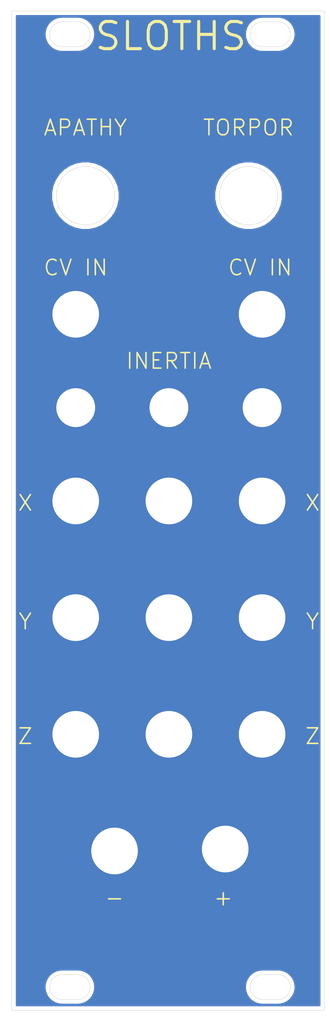
<source format=kicad_pcb>
(kicad_pcb (version 20171130) (host pcbnew "(5.1.5-0)")

  (general
    (thickness 1.6)
    (drawings 956)
    (tracks 0)
    (zones 0)
    (modules 17)
    (nets 2)
  )

  (page A4)
  (layers
    (0 F.Cu signal)
    (31 B.Cu signal)
    (32 B.Adhes user hide)
    (33 F.Adhes user hide)
    (34 B.Paste user hide)
    (35 F.Paste user hide)
    (36 B.SilkS user hide)
    (37 F.SilkS user)
    (38 B.Mask user)
    (39 F.Mask user)
    (40 Dwgs.User user)
    (41 Cmts.User user hide)
    (42 Eco1.User user hide)
    (43 Eco2.User user hide)
    (44 Edge.Cuts user)
    (45 Margin user hide)
    (46 B.CrtYd user hide)
    (47 F.CrtYd user hide)
    (48 B.Fab user hide)
    (49 F.Fab user hide)
  )

  (setup
    (last_trace_width 0.25)
    (trace_clearance 0.2)
    (zone_clearance 0.508)
    (zone_45_only no)
    (trace_min 0.2)
    (via_size 0.8)
    (via_drill 0.4)
    (via_min_size 0.4)
    (via_min_drill 0.3)
    (uvia_size 0.3)
    (uvia_drill 0.1)
    (uvias_allowed no)
    (uvia_min_size 0.2)
    (uvia_min_drill 0.1)
    (edge_width 0.05)
    (segment_width 0.2)
    (pcb_text_width 0.3)
    (pcb_text_size 1.5 1.5)
    (mod_edge_width 0.12)
    (mod_text_size 1 1)
    (mod_text_width 0.15)
    (pad_size 5.1 5.1)
    (pad_drill 5)
    (pad_to_mask_clearance 0.051)
    (solder_mask_min_width 0.25)
    (aux_axis_origin 0 0)
    (visible_elements FFFFFF7F)
    (pcbplotparams
      (layerselection 0x010fc_ffffffff)
      (usegerberextensions false)
      (usegerberattributes false)
      (usegerberadvancedattributes false)
      (creategerberjobfile false)
      (excludeedgelayer true)
      (linewidth 0.100000)
      (plotframeref false)
      (viasonmask false)
      (mode 1)
      (useauxorigin false)
      (hpglpennumber 1)
      (hpglpenspeed 20)
      (hpglpendiameter 15.000000)
      (psnegative false)
      (psa4output false)
      (plotreference true)
      (plotvalue true)
      (plotinvisibletext false)
      (padsonsilk false)
      (subtractmaskfromsilk false)
      (outputformat 1)
      (mirror false)
      (drillshape 0)
      (scaleselection 1)
      (outputdirectory "Gerbs/"))
  )

  (net 0 "")
  (net 1 GND)

  (net_class Default "This is the default net class."
    (clearance 0.2)
    (trace_width 0.25)
    (via_dia 0.8)
    (via_drill 0.4)
    (uvia_dia 0.3)
    (uvia_drill 0.1)
    (add_net GND)
  )

  (module "custom footprints:5mm_mounting_hole_LED" (layer F.Cu) (tedit 5FFBD985) (tstamp 5FFC4567)
    (at 8.25 51)
    (descr "Through hole straight socket strip, 1x01, 2.54mm pitch, single row (from Kicad 4.0.7), script generated")
    (tags "Through hole socket strip THT 1x01 2.54mm single row")
    (fp_text reference REF** (at 0 -2.77) (layer F.SilkS) hide
      (effects (font (size 1 1) (thickness 0.15)))
    )
    (fp_text value 5mm_mounting_hole_LED (at 0 2.77) (layer F.Fab)
      (effects (font (size 1 1) (thickness 0.15)))
    )
    (pad 1 thru_hole circle (at 0 0) (size 5.1 5.1) (drill 5) (layers *.Cu *.Mask)
      (net 1 GND))
    (model ${KISYS3DMOD}/Connector_PinSocket_2.54mm.3dshapes/PinSocket_1x01_P2.54mm_Vertical.wrl
      (at (xyz 0 0 0))
      (scale (xyz 1 1 1))
      (rotate (xyz 0 0 0))
    )
  )

  (module "custom footprints:5mm_mounting_hole_LED" (layer F.Cu) (tedit 5FFBD971) (tstamp 5FFC455F)
    (at 20.25 51)
    (descr "Through hole straight socket strip, 1x01, 2.54mm pitch, single row (from Kicad 4.0.7), script generated")
    (tags "Through hole socket strip THT 1x01 2.54mm single row")
    (fp_text reference REF** (at 0 -2.77) (layer F.SilkS) hide
      (effects (font (size 1 1) (thickness 0.15)))
    )
    (fp_text value 5mm_mounting_hole_LED (at 0 2.77) (layer F.Fab)
      (effects (font (size 1 1) (thickness 0.15)))
    )
    (pad 1 thru_hole circle (at 0 0) (size 5.1 5.1) (drill 5) (layers *.Cu *.Mask)
      (net 1 GND))
    (model ${KISYS3DMOD}/Connector_PinSocket_2.54mm.3dshapes/PinSocket_1x01_P2.54mm_Vertical.wrl
      (at (xyz 0 0 0))
      (scale (xyz 1 1 1))
      (rotate (xyz 0 0 0))
    )
  )

  (module "custom footprints:5mm_mounting_hole_LED" (layer F.Cu) (tedit 5FFBD96B) (tstamp 5FFC4559)
    (at 32.25 51)
    (descr "Through hole straight socket strip, 1x01, 2.54mm pitch, single row (from Kicad 4.0.7), script generated")
    (tags "Through hole socket strip THT 1x01 2.54mm single row")
    (fp_text reference REF** (at 0 -2.77) (layer F.SilkS) hide
      (effects (font (size 1 1) (thickness 0.15)))
    )
    (fp_text value 5mm_mounting_hole_LED (at 0 2.77) (layer F.Fab)
      (effects (font (size 1 1) (thickness 0.15)))
    )
    (pad 1 thru_hole circle (at 0 0) (size 5.1 5.1) (drill 5) (layers *.Cu *.Mask)
      (net 1 GND))
    (model ${KISYS3DMOD}/Connector_PinSocket_2.54mm.3dshapes/PinSocket_1x01_P2.54mm_Vertical.wrl
      (at (xyz 0 0 0))
      (scale (xyz 1 1 1))
      (rotate (xyz 0 0 0))
    )
  )

  (module "custom footprints:6mm_mounting_hole_thonkiconn" (layer F.Cu) (tedit 5FF4E2DD) (tstamp 5FFBED88)
    (at 8.25 39)
    (descr "Through hole straight socket strip, 1x01, 2.54mm pitch, single row (from Kicad 4.0.7), script generated")
    (tags "Through hole socket strip THT 1x01 2.54mm single row")
    (path /608AC9A1)
    (fp_text reference TP1 (at 0 -2.77) (layer F.SilkS) hide
      (effects (font (size 1 1) (thickness 0.15)))
    )
    (fp_text value TestPoint (at 0 2.77) (layer F.Fab)
      (effects (font (size 1 1) (thickness 0.15)))
    )
    (pad 1 thru_hole circle (at 0 0) (size 6.1 6.1) (drill 6) (layers *.Cu *.Mask)
      (net 1 GND))
    (model ${KISYS3DMOD}/Connector_PinSocket_2.54mm.3dshapes/PinSocket_1x01_P2.54mm_Vertical.wrl
      (at (xyz 0 0 0))
      (scale (xyz 1 1 1))
      (rotate (xyz 0 0 0))
    )
  )

  (module "custom footprints:6mm_mounting_hole_thonkiconn" (layer F.Cu) (tedit 5FF4E2DD) (tstamp 5FFBED7F)
    (at 32.25 39)
    (descr "Through hole straight socket strip, 1x01, 2.54mm pitch, single row (from Kicad 4.0.7), script generated")
    (tags "Through hole socket strip THT 1x01 2.54mm single row")
    (path /608AC9A1)
    (fp_text reference TP1 (at 0 -2.77) (layer F.SilkS) hide
      (effects (font (size 1 1) (thickness 0.15)))
    )
    (fp_text value TestPoint (at 0 2.77) (layer F.Fab)
      (effects (font (size 1 1) (thickness 0.15)))
    )
    (pad 1 thru_hole circle (at 0 0) (size 6.1 6.1) (drill 6) (layers *.Cu *.Mask)
      (net 1 GND))
    (model ${KISYS3DMOD}/Connector_PinSocket_2.54mm.3dshapes/PinSocket_1x01_P2.54mm_Vertical.wrl
      (at (xyz 0 0 0))
      (scale (xyz 1 1 1))
      (rotate (xyz 0 0 0))
    )
  )

  (module "custom footprints:6mm_mounting_hole_thonkiconn" (layer F.Cu) (tedit 5FF4E2DD) (tstamp 5FFBED58)
    (at 8.25 63)
    (descr "Through hole straight socket strip, 1x01, 2.54mm pitch, single row (from Kicad 4.0.7), script generated")
    (tags "Through hole socket strip THT 1x01 2.54mm single row")
    (path /608AC9A1)
    (fp_text reference TP1 (at 0 -2.77) (layer F.SilkS) hide
      (effects (font (size 1 1) (thickness 0.15)))
    )
    (fp_text value TestPoint (at 0 2.77) (layer F.Fab)
      (effects (font (size 1 1) (thickness 0.15)))
    )
    (pad 1 thru_hole circle (at 0 0) (size 6.1 6.1) (drill 6) (layers *.Cu *.Mask)
      (net 1 GND))
    (model ${KISYS3DMOD}/Connector_PinSocket_2.54mm.3dshapes/PinSocket_1x01_P2.54mm_Vertical.wrl
      (at (xyz 0 0 0))
      (scale (xyz 1 1 1))
      (rotate (xyz 0 0 0))
    )
  )

  (module "custom footprints:6mm_mounting_hole_thonkiconn" (layer F.Cu) (tedit 5FF4E2DD) (tstamp 5FFBED53)
    (at 20.25 63)
    (descr "Through hole straight socket strip, 1x01, 2.54mm pitch, single row (from Kicad 4.0.7), script generated")
    (tags "Through hole socket strip THT 1x01 2.54mm single row")
    (path /608AC9A1)
    (fp_text reference TP1 (at 0 -2.77) (layer F.SilkS) hide
      (effects (font (size 1 1) (thickness 0.15)))
    )
    (fp_text value TestPoint (at 0 2.77) (layer F.Fab)
      (effects (font (size 1 1) (thickness 0.15)))
    )
    (pad 1 thru_hole circle (at 0 0) (size 6.1 6.1) (drill 6) (layers *.Cu *.Mask)
      (net 1 GND))
    (model ${KISYS3DMOD}/Connector_PinSocket_2.54mm.3dshapes/PinSocket_1x01_P2.54mm_Vertical.wrl
      (at (xyz 0 0 0))
      (scale (xyz 1 1 1))
      (rotate (xyz 0 0 0))
    )
  )

  (module "custom footprints:6mm_mounting_hole_thonkiconn" (layer F.Cu) (tedit 5FF4E2DD) (tstamp 5FFBED4E)
    (at 32.25 63)
    (descr "Through hole straight socket strip, 1x01, 2.54mm pitch, single row (from Kicad 4.0.7), script generated")
    (tags "Through hole socket strip THT 1x01 2.54mm single row")
    (path /608AC9A1)
    (fp_text reference TP1 (at 0 -2.77) (layer F.SilkS) hide
      (effects (font (size 1 1) (thickness 0.15)))
    )
    (fp_text value TestPoint (at 0 2.77) (layer F.Fab)
      (effects (font (size 1 1) (thickness 0.15)))
    )
    (pad 1 thru_hole circle (at 0 0) (size 6.1 6.1) (drill 6) (layers *.Cu *.Mask)
      (net 1 GND))
    (model ${KISYS3DMOD}/Connector_PinSocket_2.54mm.3dshapes/PinSocket_1x01_P2.54mm_Vertical.wrl
      (at (xyz 0 0 0))
      (scale (xyz 1 1 1))
      (rotate (xyz 0 0 0))
    )
  )

  (module "custom footprints:6mm_mounting_hole_thonkiconn" (layer F.Cu) (tedit 5FF4E2DD) (tstamp 5FFBED1D)
    (at 32.25 78)
    (descr "Through hole straight socket strip, 1x01, 2.54mm pitch, single row (from Kicad 4.0.7), script generated")
    (tags "Through hole socket strip THT 1x01 2.54mm single row")
    (path /608AC9A1)
    (fp_text reference TP1 (at 0 -2.77) (layer F.SilkS) hide
      (effects (font (size 1 1) (thickness 0.15)))
    )
    (fp_text value TestPoint (at 0 2.77) (layer F.Fab)
      (effects (font (size 1 1) (thickness 0.15)))
    )
    (pad 1 thru_hole circle (at 0 0) (size 6.1 6.1) (drill 6) (layers *.Cu *.Mask)
      (net 1 GND))
    (model ${KISYS3DMOD}/Connector_PinSocket_2.54mm.3dshapes/PinSocket_1x01_P2.54mm_Vertical.wrl
      (at (xyz 0 0 0))
      (scale (xyz 1 1 1))
      (rotate (xyz 0 0 0))
    )
  )

  (module "custom footprints:6mm_mounting_hole_thonkiconn" (layer F.Cu) (tedit 5FF4E2DD) (tstamp 5FFBED0D)
    (at 20.25 78)
    (descr "Through hole straight socket strip, 1x01, 2.54mm pitch, single row (from Kicad 4.0.7), script generated")
    (tags "Through hole socket strip THT 1x01 2.54mm single row")
    (path /608AC9A1)
    (fp_text reference TP1 (at 0 -2.77) (layer F.SilkS) hide
      (effects (font (size 1 1) (thickness 0.15)))
    )
    (fp_text value TestPoint (at 0 2.77) (layer F.Fab)
      (effects (font (size 1 1) (thickness 0.15)))
    )
    (pad 1 thru_hole circle (at 0 0) (size 6.1 6.1) (drill 6) (layers *.Cu *.Mask)
      (net 1 GND))
    (model ${KISYS3DMOD}/Connector_PinSocket_2.54mm.3dshapes/PinSocket_1x01_P2.54mm_Vertical.wrl
      (at (xyz 0 0 0))
      (scale (xyz 1 1 1))
      (rotate (xyz 0 0 0))
    )
  )

  (module "custom footprints:nlclogoxsmall" (layer F.Cu) (tedit 5FF7F428) (tstamp 5FFB020D)
    (at 20.75 121.5)
    (fp_text reference REF** (at 0.25 2.325) (layer F.SilkS) hide
      (effects (font (size 1 1) (thickness 0.15)))
    )
    (fp_text value nlclogoxsmall (at -0.2 4.75) (layer F.Fab)
      (effects (font (size 1 1) (thickness 0.15)))
    )
    (fp_line (start -5.35 0.725) (end -7.025 2.8) (layer F.Mask) (width 0.3))
    (fp_line (start -7.4 -0.7) (end -5.35 0.725) (layer F.Mask) (width 0.3))
    (fp_line (start -5.625 -2.9) (end -7.4 -0.7) (layer F.Mask) (width 0.3))
    (fp_circle (center -6.25 0) (end -3.25 0) (layer F.Mask) (width 0.3))
    (fp_circle (center -6.275 0.025) (end -3.108772 0.025) (layer F.Mask) (width 0.3))
    (fp_curve (pts (xy -6.350128 0.083982) (xy -7.000121 -0.352587) (xy -7.374288 -0.615955) (xy -7.388338 -0.64679)) (layer F.Mask) (width 0.0008))
    (fp_curve (pts (xy -5.34068 0.780773) (xy -5.336942 0.772949) (xy -5.791194 0.459392) (xy -6.350128 0.083982)) (layer F.Mask) (width 0.0008))
    (fp_curve (pts (xy -6.158504 1.779998) (xy -5.712439 1.238249) (xy -5.344418 0.788598) (xy -5.34068 0.780773)) (layer F.Mask) (width 0.0008))
    (fp_line (start 1.45066 0.185001) (end -0.804979 0.185001) (layer F.Mask) (width 0.3))
    (fp_curve (pts (xy -8.431133 2.266906) (xy -8.917478 1.79709) (xy -9.197053 1.292384) (xy -9.34825 0.611274)) (layer F.Mask) (width 0.0008))
    (fp_curve (pts (xy -9.242901 -0.998286) (xy -8.936495 -1.937376) (xy -8.159532 -2.710715) (xy -7.229352 -3.002447)) (layer F.Mask) (width 0.0008))
    (fp_curve (pts (xy -6.562887 3.124661) (xy -6.968479 3.082271) (xy -7.319011 2.978828) (xy -7.683911 2.793842)) (layer F.Mask) (width 0.0008))
    (fp_curve (pts (xy -9.34825 0.611274) (xy -9.385209 0.444779) (xy -9.39182 0.352793) (xy -9.391823 0.005)) (layer F.Mask) (width 0.0008))
    (fp_line (start 4.864564 1.827938) (end 4.864575 1.827934) (layer F.Mask) (width 0.0008))
    (fp_curve (pts (xy 8.797457 1.243669) (xy 8.751551 1.492811) (xy 8.584562 1.701542) (xy 8.365612 1.783461)) (layer F.Mask) (width 0.3))
    (fp_curve (pts (xy 8.787888 1.041594) (xy 8.817328 1.103636) (xy 8.818543 1.129259) (xy 8.797457 1.243669)) (layer F.Mask) (width 0.3))
    (fp_curve (pts (xy 8.474561 0.983461) (xy 8.573384 0.884636) (xy 8.726925 0.913123) (xy 8.787888 1.041594)) (layer F.Mask) (width 0.3))
    (fp_curve (pts (xy 8.416099 1.110315) (xy 8.416099 1.06139) (xy 8.43274 1.025282) (xy 8.474561 0.983461)) (layer F.Mask) (width 0.3))
    (fp_curve (pts (xy 8.255912 1.387892) (xy 8.337951 1.343895) (xy 8.416099 1.208476) (xy 8.416099 1.110315)) (layer F.Mask) (width 0.3))
    (fp_curve (pts (xy 7.600418 1.424999) (xy 8.13329 1.424999) (xy 8.193029 1.42162) (xy 8.255912 1.387892)) (layer F.Mask) (width 0.3))
    (fp_curve (pts (xy 6.853031 1.290484) (xy 6.935525 1.42317) (xy 6.945686 1.424999) (xy 7.600418 1.424999)) (layer F.Mask) (width 0.3))
    (fp_line (start 6.989252 -1.214999) (end 6.90407 -1.126099) (layer F.Mask) (width 0.0008))
    (fp_line (start 7.589721 -1.214999) (end 6.989252 -1.214999) (layer F.Mask) (width 0.3))
    (fp_curve (pts (xy 6.806395 -0.951099) (xy 6.799524 -0.903743) (xy 6.796644 -0.396999) (xy 6.8 0.175)) (layer F.Mask) (width 0.3))
    (fp_curve (pts (xy 6.90407 -1.126099) (xy 6.840257 -1.0595) (xy 6.815755 -1.0156) (xy 6.806395 -0.951099)) (layer F.Mask) (width 0.3))
    (fp_line (start 6.406109 -1.064998) (end 6.469597 -1.199012) (layer F.Mask) (width 0.3))
    (fp_line (start 6.400315 0.062166) (end 6.406109 -1.064998) (layer F.Mask) (width 0.3))
    (fp_curve (pts (xy 8.25631 -1.169998) (xy 8.191369 -1.214198) (xy 8.179507 -1.214999) (xy 7.589721 -1.214999)) (layer F.Mask) (width 0.3))
    (fp_curve (pts (xy 8.408223 -0.944529) (xy 8.395258 -1.037666) (xy 8.348261 -1.107418) (xy 8.25631 -1.169998)) (layer F.Mask) (width 0.3))
    (fp_curve (pts (xy 8.519406 -0.743292) (xy 8.455467 -0.776358) (xy 8.42361 -0.834017) (xy 8.408223 -0.944529)) (layer F.Mask) (width 0.3))
    (fp_curve (pts (xy 8.740792 -0.773451) (xy 8.668923 -0.709135) (xy 8.602863 -0.700136) (xy 8.519406 -0.743292)) (layer F.Mask) (width 0.3))
    (fp_curve (pts (xy 8.804293 -0.95845) (xy 8.805994 -0.839805) (xy 8.802026 -0.828251) (xy 8.740792 -0.773451)) (layer F.Mask) (width 0.3))
    (fp_curve (pts (xy 8.411334 -1.551288) (xy 8.629438 -1.44476) (xy 8.801034 -1.185882) (xy 8.804293 -0.95845)) (layer F.Mask) (width 0.3))
    (fp_curve (pts (xy 7.499276 -1.631751) (xy 8.096171 -1.639246) (xy 8.261026 -1.624699) (xy 8.411334 -1.551288)) (layer F.Mask) (width 0.3))
    (fp_curve (pts (xy 6.832179 -1.571498) (xy 6.945583 -1.624559) (xy 6.948662 -1.624838) (xy 7.499276 -1.631751)) (layer F.Mask) (width 0.3))
    (fp_curve (pts (xy 6.469597 -1.199012) (xy 6.547547 -1.363554) (xy 6.681195 -1.500854) (xy 6.832179 -1.571498)) (layer F.Mask) (width 0.3))
    (fp_line (start 5.116105 1.424999) (end 5.786105 1.424999) (layer F.Mask) (width 0.3))
    (fp_line (start 5.116105 -0.034684) (end 5.116105 1.424999) (layer F.Mask) (width 0.3))
    (fp_line (start 5.116105 -1.494367) (end 5.116105 -0.034684) (layer F.Mask) (width 0.3))
    (fp_line (start 5.059776 -1.55741) (end 5.116105 -1.494367) (layer F.Mask) (width 0.0008))
    (fp_curve (pts (xy 6.425314 1.295242) (xy 6.398885 1.20433) (xy 6.395345 1.029704) (xy 6.400315 0.062166)) (layer F.Mask) (width 0.3))
    (fp_curve (pts (xy 6.456104 1.413077) (xy 6.456104 1.406524) (xy 6.442249 1.353494) (xy 6.425314 1.295242)) (layer F.Mask) (width 0.0008))
    (fp_curve (pts (xy 5.786105 1.424999) (xy 6.154605 1.424999) (xy 6.456104 1.419636) (xy 6.456104 1.413077)) (layer F.Mask) (width 0.3))
    (fp_line (start 4.716105 -1.494367) (end 4.772434 -1.55741) (layer F.Mask) (width 0.3))
    (fp_line (start 4.716105 -0.283017) (end 4.716105 -1.494367) (layer F.Mask) (width 0.3))
    (fp_curve (pts (xy 4.916105 -1.620452) (xy 4.988843 -1.620452) (xy 5.012867 -1.609908) (xy 5.059776 -1.55741)) (layer F.Mask) (width 0.3))
    (fp_curve (pts (xy 4.772434 -1.55741) (xy 4.819344 -1.609911) (xy 4.843368 -1.620452) (xy 4.916105 -1.620452)) (layer F.Mask) (width 0.3))
    (fp_line (start 2.706109 1.702388) (end 2.700054 0.168695) (layer F.Mask) (width 0.3))
    (fp_line (start 2.764851 1.763693) (end 2.706109 1.702388) (layer F.Mask) (width 0.3))
    (fp_curve (pts (xy 4.698018 0.921666) (xy 4.708676 0.925589) (xy 4.716105 0.430752) (xy 4.716105 -0.283017)) (layer F.Mask) (width 0.3))
    (fp_curve (pts (xy 3.885791 -0.285) (xy 4.322567 0.375) (xy 4.688069 0.917999) (xy 4.698018 0.921666)) (layer F.Mask) (width 0.3))
    (fp_curve (pts (xy 3.033564 -1.539998) (xy 3.065513 -1.509748) (xy 3.449015 -0.944999) (xy 3.885791 -0.285)) (layer F.Mask) (width 0.3))
    (fp_curve (pts (xy 2.715536 -1.438925) (xy 2.760139 -1.59205) (xy 2.923692 -1.644029) (xy 3.033564 -1.539998)) (layer F.Mask) (width 0.3))
    (fp_curve (pts (xy 2.700054 0.168695) (xy 2.695893 -0.884664) (xy 2.700735 -1.388151) (xy 2.715536 -1.438925)) (layer F.Mask) (width 0.3))
    (fp_line (start 3.126109 -0.703247) (end 3.116109 0.497819) (layer F.Mask) (width 0.3))
    (fp_line (start 3.942295 0.52885) (end 3.126109 -0.703247) (layer F.Mask) (width 0.3))
    (fp_curve (pts (xy 2.904851 1.824363) (xy 2.839826 1.824816) (xy 2.811858 1.812752) (xy 2.764851 1.763693)) (layer F.Mask) (width 0.3))
    (fp_curve (pts (xy 3.016109 1.799362) (xy 2.999609 1.812762) (xy 2.949543 1.824012) (xy 2.904851 1.824363)) (layer F.Mask) (width 0.3))
    (fp_curve (pts (xy 3.116109 0.497819) (xy 3.105518 1.769228) (xy 3.108999 1.72392) (xy 3.016109 1.799362)) (layer F.Mask) (width 0.3))
    (fp_line (start -6.158513 1.779998) (end -6.158504 1.779998) (layer F.Mask) (width 0.0008))
    (fp_curve (pts (xy 4.792293 1.790907) (xy 4.773696 1.774429) (xy 4.391196 1.206502) (xy 3.942295 0.52885)) (layer F.Mask) (width 0.3))
    (fp_curve (pts (xy 4.864575 1.827934) (xy 4.843418 1.824045) (xy 4.810891 1.807387) (xy 4.792293 1.790907)) (layer F.Mask) (width 0.0008))
    (fp_line (start -5.682896 -2.824997) (end -5.748394 -2.84115) (layer F.Mask) (width 0.0008))
    (fp_line (start -6.52467 -1.804998) (end -5.682896 -2.824997) (layer F.Mask) (width 0.0008))
    (fp_curve (pts (xy -7.001716 2.763746) (xy -6.982778 2.764427) (xy -6.635871 2.359754) (xy -6.158513 1.779998)) (layer F.Mask) (width 0.0008))
    (fp_curve (pts (xy -7.554765 2.553688) (xy -7.345994 2.657119) (xy -7.072511 2.760991) (xy -7.001716 2.763746)) (layer F.Mask) (width 0.0008))
    (fp_curve (pts (xy -8.3245 1.99201) (xy -8.14105 2.186477) (xy -7.81344 2.425535) (xy -7.554765 2.553688)) (layer F.Mask) (width 0.0008))
    (fp_curve (pts (xy -9.058692 0.651357) (xy -8.922302 1.190973) (xy -8.703842 1.589887) (xy -8.3245 1.99201)) (layer F.Mask) (width 0.0008))
    (fp_curve (pts (xy -9.113633 0.015001) (xy -9.113395 0.406039) (xy -9.109606 0.449919) (xy -9.058692 0.651357)) (layer F.Mask) (width 0.0008))
    (fp_curve (pts (xy -9.077306 -0.571307) (xy -9.106373 -0.439172) (xy -9.113837 -0.3187) (xy -9.113633 0.015001)) (layer F.Mask) (width 0.0008))
    (fp_curve (pts (xy -8.320334 -2.006005) (xy -8.712515 -1.59314) (xy -8.952642 -1.138026) (xy -9.077306 -0.571307)) (layer F.Mask) (width 0.0008))
    (fp_curve (pts (xy -6.627183 -2.856505) (xy -7.275907 -2.764695) (xy -7.895104 -2.453661) (xy -8.320334 -2.006005)) (layer F.Mask) (width 0.0008))
    (fp_curve (pts (xy -5.748394 -2.84115) (xy -5.869794 -2.871088) (xy -6.452229 -2.881266) (xy -6.627183 -2.856505)) (layer F.Mask) (width 0.0008))
    (fp_line (start -6.562887 3.124662) (end -6.562887 3.124662) (layer F.Mask) (width 0.0008))
    (fp_curve (pts (xy -7.388378 -0.739999) (xy -7.376314 -0.76475) (xy -6.987645 -1.243998) (xy -6.52467 -1.804998)) (layer F.Mask) (width 0.0008))
    (fp_curve (pts (xy -7.388338 -0.64679) (xy -7.404277 -0.681774) (xy -7.404286 -0.707344) (xy -7.388378 -0.739999)) (layer F.Mask) (width 0.0008))
    (fp_line (start 1.503388 0.132274) (end 1.45066 0.185001) (layer F.Mask) (width 0.0008))
    (fp_curve (pts (xy -4.906782 2.843488) (xy -5.394308 3.073453) (xy -6.026268 3.180746) (xy -6.562887 3.124662)) (layer F.Mask) (width 0.0008))
    (fp_curve (pts (xy -3.468298 1.469175) (xy -3.76531 2.038606) (xy -4.31618 2.564902) (xy -4.906782 2.843488)) (layer F.Mask) (width 0.0008))
    (fp_curve (pts (xy -3.123886 0.296126) (xy -3.123886 0.559005) (xy -3.29172 1.130639) (xy -3.468298 1.469175)) (layer F.Mask) (width 0.3))
    (fp_curve (pts (xy -3.09225 0.197141) (xy -3.114377 0.205634) (xy -3.123886 0.235384) (xy -3.123886 0.296126)) (layer F.Mask) (width 0.0008))
    (fp_curve (pts (xy -0.804979 0.185001) (xy -2.045579 0.185001) (xy -3.074851 0.190466) (xy -3.09225 0.197141)) (layer F.Mask) (width 0.3))
    (fp_line (start 1.459579 -0.164998) (end 1.507844 -0.108883) (layer F.Mask) (width 0.0008))
    (fp_line (start -0.827153 -0.174999) (end 1.459579 -0.164998) (layer F.Mask) (width 0.3))
    (fp_line (start -3.113886 -0.184999) (end -0.827153 -0.174999) (layer F.Mask) (width 0.3))
    (fp_line (start -3.126661 -0.327961) (end -3.113886 -0.184999) (layer F.Mask) (width 0.0008))
    (fp_curve (pts (xy 1.507844 -0.108883) (xy 1.573758 -0.032251) (xy 1.571983 0.063674) (xy 1.503388 0.132274)) (layer F.Mask) (width 0.3))
    (fp_curve (pts (xy -4.039367 -2.249119) (xy -3.523656 -1.728867) (xy -3.188879 -1.024193) (xy -3.126661 -0.327961)) (layer F.Mask) (width 0.3))
    (fp_curve (pts (xy -5.630597 -3.09894) (xy -5.011856 -2.965011) (xy -4.453321 -2.666717) (xy -4.039367 -2.249119)) (layer F.Mask) (width 0.0008))
    (fp_curve (pts (xy -6.243883 -3.142942) (xy -5.896386 -3.142942) (xy -5.802894 -3.136229) (xy -5.630597 -3.09894)) (layer F.Mask) (width 0.0008))
    (fp_curve (pts (xy -7.229352 -3.002447) (xy -6.861088 -3.117945) (xy -6.685753 -3.142942) (xy -6.243883 -3.142942)) (layer F.Mask) (width 0.0008))
    (fp_curve (pts (xy -9.391823 0.005) (xy -9.391825 -0.446385) (xy -9.365828 -0.621533) (xy -9.242901 -0.998286)) (layer F.Mask) (width 0.0008))
    (fp_curve (pts (xy -7.683911 2.793842) (xy -7.974639 2.646459) (xy -8.210152 2.480376) (xy -8.431133 2.266906)) (layer F.Mask) (width 0.0008))
    (fp_curve (pts (xy 6.580047 1.829536) (xy 5.657688 1.832541) (xy 4.885721 1.831816) (xy 4.864564 1.827938)) (layer F.Mask) (width 0.3))
    (fp_curve (pts (xy 8.365612 1.783461) (xy 8.260146 1.822922) (xy 8.209457 1.82423) (xy 6.580047 1.829536)) (layer F.Mask) (width 0.3))
    (fp_line (start 6.8061 1.214999) (end 6.853031 1.290484) (layer F.Mask) (width 0.0008))
    (fp_line (start 6.8 0.175) (end 6.8061 1.214999) (layer F.Mask) (width 0.3))
  )

  (module "custom footprints:6mm_mounting_hole_thonkiconn" (layer F.Cu) (tedit 5FF4E2DD) (tstamp 5FFAF906)
    (at 27.5 107.75)
    (descr "Through hole straight socket strip, 1x01, 2.54mm pitch, single row (from Kicad 4.0.7), script generated")
    (tags "Through hole socket strip THT 1x01 2.54mm single row")
    (path /608AC9A1)
    (fp_text reference TP1 (at 0 -2.77) (layer F.SilkS) hide
      (effects (font (size 1 1) (thickness 0.15)))
    )
    (fp_text value TestPoint (at 0 2.77) (layer F.Fab)
      (effects (font (size 1 1) (thickness 0.15)))
    )
    (pad 1 thru_hole circle (at 0 0) (size 6.1 6.1) (drill 6) (layers *.Cu *.Mask)
      (net 1 GND))
    (model ${KISYS3DMOD}/Connector_PinSocket_2.54mm.3dshapes/PinSocket_1x01_P2.54mm_Vertical.wrl
      (at (xyz 0 0 0))
      (scale (xyz 1 1 1))
      (rotate (xyz 0 0 0))
    )
  )

  (module "custom footprints:6mm_mounting_hole_thonkiconn" (layer F.Cu) (tedit 5FF4E2DD) (tstamp 5FFAF8F6)
    (at 13.25 108)
    (descr "Through hole straight socket strip, 1x01, 2.54mm pitch, single row (from Kicad 4.0.7), script generated")
    (tags "Through hole socket strip THT 1x01 2.54mm single row")
    (path /608AC9A1)
    (fp_text reference TP1 (at 0 -2.77) (layer F.SilkS) hide
      (effects (font (size 1 1) (thickness 0.15)))
    )
    (fp_text value TestPoint (at 0 2.77) (layer F.Fab)
      (effects (font (size 1 1) (thickness 0.15)))
    )
    (pad 1 thru_hole circle (at 0 0) (size 6.1 6.1) (drill 6) (layers *.Cu *.Mask)
      (net 1 GND))
    (model ${KISYS3DMOD}/Connector_PinSocket_2.54mm.3dshapes/PinSocket_1x01_P2.54mm_Vertical.wrl
      (at (xyz 0 0 0))
      (scale (xyz 1 1 1))
      (rotate (xyz 0 0 0))
    )
  )

  (module "custom footprints:6mm_mounting_hole_thonkiconn" (layer F.Cu) (tedit 5FF4E2DD) (tstamp 5FFAF8E6)
    (at 8.25 78)
    (descr "Through hole straight socket strip, 1x01, 2.54mm pitch, single row (from Kicad 4.0.7), script generated")
    (tags "Through hole socket strip THT 1x01 2.54mm single row")
    (path /608AC9A1)
    (fp_text reference TP1 (at 0 -2.77) (layer F.SilkS) hide
      (effects (font (size 1 1) (thickness 0.15)))
    )
    (fp_text value TestPoint (at 0 2.77) (layer F.Fab)
      (effects (font (size 1 1) (thickness 0.15)))
    )
    (pad 1 thru_hole circle (at 0 0) (size 6.1 6.1) (drill 6) (layers *.Cu *.Mask)
      (net 1 GND))
    (model ${KISYS3DMOD}/Connector_PinSocket_2.54mm.3dshapes/PinSocket_1x01_P2.54mm_Vertical.wrl
      (at (xyz 0 0 0))
      (scale (xyz 1 1 1))
      (rotate (xyz 0 0 0))
    )
  )

  (module "custom footprints:6mm_mounting_hole_thonkiconn" (layer F.Cu) (tedit 5FF4E2DD) (tstamp 5FFAF8DE)
    (at 8.25 93)
    (descr "Through hole straight socket strip, 1x01, 2.54mm pitch, single row (from Kicad 4.0.7), script generated")
    (tags "Through hole socket strip THT 1x01 2.54mm single row")
    (path /608AC9A1)
    (fp_text reference TP1 (at 0 -2.77) (layer F.SilkS) hide
      (effects (font (size 1 1) (thickness 0.15)))
    )
    (fp_text value TestPoint (at 0 2.77) (layer F.Fab)
      (effects (font (size 1 1) (thickness 0.15)))
    )
    (pad 1 thru_hole circle (at 0 0) (size 6.1 6.1) (drill 6) (layers *.Cu *.Mask)
      (net 1 GND))
    (model ${KISYS3DMOD}/Connector_PinSocket_2.54mm.3dshapes/PinSocket_1x01_P2.54mm_Vertical.wrl
      (at (xyz 0 0 0))
      (scale (xyz 1 1 1))
      (rotate (xyz 0 0 0))
    )
  )

  (module "custom footprints:6mm_mounting_hole_thonkiconn" (layer F.Cu) (tedit 5FF4E2DD) (tstamp 5FFAF41C)
    (at 32.25 93)
    (descr "Through hole straight socket strip, 1x01, 2.54mm pitch, single row (from Kicad 4.0.7), script generated")
    (tags "Through hole socket strip THT 1x01 2.54mm single row")
    (path /608AC9A1)
    (fp_text reference TP1 (at 0 -2.77) (layer F.SilkS) hide
      (effects (font (size 1 1) (thickness 0.15)))
    )
    (fp_text value TestPoint (at 0 2.77) (layer F.Fab)
      (effects (font (size 1 1) (thickness 0.15)))
    )
    (pad 1 thru_hole circle (at 0 0) (size 6.1 6.1) (drill 6) (layers *.Cu *.Mask)
      (net 1 GND))
    (model ${KISYS3DMOD}/Connector_PinSocket_2.54mm.3dshapes/PinSocket_1x01_P2.54mm_Vertical.wrl
      (at (xyz 0 0 0))
      (scale (xyz 1 1 1))
      (rotate (xyz 0 0 0))
    )
  )

  (module "custom footprints:6mm_mounting_hole_thonkiconn" (layer F.Cu) (tedit 5FF4E2DD) (tstamp 5FFA96C0)
    (at 20.25 93)
    (descr "Through hole straight socket strip, 1x01, 2.54mm pitch, single row (from Kicad 4.0.7), script generated")
    (tags "Through hole socket strip THT 1x01 2.54mm single row")
    (path /608AC9A1)
    (fp_text reference TP1 (at 0 -2.77) (layer F.SilkS) hide
      (effects (font (size 1 1) (thickness 0.15)))
    )
    (fp_text value TestPoint (at 0 2.77) (layer F.Fab)
      (effects (font (size 1 1) (thickness 0.15)))
    )
    (pad 1 thru_hole circle (at 0 0) (size 6.1 6.1) (drill 6) (layers *.Cu *.Mask)
      (net 1 GND))
    (model ${KISYS3DMOD}/Connector_PinSocket_2.54mm.3dshapes/PinSocket_1x01_P2.54mm_Vertical.wrl
      (at (xyz 0 0 0))
      (scale (xyz 1 1 1))
      (rotate (xyz 0 0 0))
    )
  )

  (gr_line (start 13.25 108) (end 27.5 108) (layer F.Mask) (width 1))
  (gr_line (start 27.5 108.25) (end 20.25 93.5) (layer F.Mask) (width 1))
  (gr_line (start 32.25 93.25) (end 27.5 108.25) (layer F.Mask) (width 1))
  (gr_line (start 13.25 108.25) (end 20.5 93.25) (layer F.Mask) (width 1) (tstamp 5FFC4676))
  (gr_line (start 8.25 92.75) (end 13.25 108.25) (layer F.Mask) (width 1))
  (gr_line (start 20.25 63) (end 20.25 93.25) (layer F.Mask) (width 1))
  (gr_line (start 8.25 38.5) (end 8.25 92.75) (layer F.Mask) (width 1) (tstamp 5FFC4673))
  (gr_line (start 32.25 39) (end 32.25 93.25) (layer F.Mask) (width 1))
  (gr_text + (at 27.25 114) (layer F.SilkS) (tstamp 5FFC4615)
    (effects (font (size 2 2) (thickness 0.2)))
  )
  (gr_text - (at 13.25 114) (layer F.SilkS) (tstamp 5FFC4612)
    (effects (font (size 2 2) (thickness 0.2)))
  )
  (gr_text Y (at 38.75 78.5) (layer F.SilkS) (tstamp 5FFC4608)
    (effects (font (size 2 2) (thickness 0.2)))
  )
  (gr_text X (at 38.75 63.25) (layer F.SilkS) (tstamp 5FFC4601)
    (effects (font (size 2 2) (thickness 0.2)))
  )
  (gr_circle (center 8.25 39) (end 11.75 39) (layer B.Mask) (width 1) (tstamp 5FFBED8C))
  (gr_circle (center 32.25 39) (end 35.75 39) (layer B.Mask) (width 1) (tstamp 5FFBED7E))
  (gr_circle (center 8.25 63) (end 11.75 63) (layer B.Mask) (width 1) (tstamp 5FFBED5C))
  (gr_circle (center 32.25 63) (end 35.75 63) (layer B.Mask) (width 1) (tstamp 5FFBED57))
  (gr_circle (center 20.25 63) (end 23.75 63) (layer B.Mask) (width 1) (tstamp 5FFBED52))
  (gr_circle (center 32.25 78) (end 35.75 78) (layer B.Mask) (width 1) (tstamp 5FFBED1C))
  (gr_circle (center 20.25 78) (end 23.75 78) (layer B.Mask) (width 1) (tstamp 5FFBED11))
  (gr_line (start 5.14739 91.72781) (end 4.935693 92.4899) (layer Dwgs.User) (width 0.124481))
  (gr_line (start 4.893355 93.251993) (end 5.020373 94.014083) (layer Dwgs.User) (width 0.124481))
  (gr_line (start 5.020373 94.014083) (end 5.316738 94.733835) (layer Dwgs.User) (width 0.124481))
  (gr_line (start 34.868899 90.838707) (end 34.318514 90.288306) (layer Dwgs.User) (width 0.124481))
  (gr_line (start 35.292293 91.473782) (end 34.868899 90.838707) (layer Dwgs.User) (width 0.124481))
  (gr_line (start 35.588662 92.193534) (end 35.292293 91.473782) (layer Dwgs.User) (width 0.124481))
  (gr_line (start 35.673338 92.955624) (end 35.588662 92.193534) (layer Dwgs.User) (width 0.124481))
  (gr_line (start 23.606903 78.729938) (end 23.691582 77.967848) (layer Dwgs.User) (width 0.124481))
  (gr_line (start 23.352883 79.44969) (end 23.606903 78.729938) (layer Dwgs.User) (width 0.124481))
  (gr_line (start 22.971835 80.127104) (end 23.352883 79.44969) (layer Dwgs.User) (width 0.124481))
  (gr_line (start 22.421434 80.6775) (end 22.971835 80.127104) (layer Dwgs.User) (width 0.124481))
  (gr_line (start 23.691582 77.967848) (end 23.564569 77.205755) (layer Dwgs.User) (width 0.124481))
  (gr_line (start 30.635065 90.034276) (end 30 90.5) (layer Dwgs.User) (width 0.124481))
  (gr_line (start 31.354827 89.73791) (end 30.635065 90.034276) (layer Dwgs.User) (width 0.124481))
  (gr_line (start 32.116917 89.653231) (end 31.354827 89.73791) (layer Dwgs.User) (width 0.124481))
  (gr_line (start 32.87901 89.695569) (end 32.116917 89.653231) (layer Dwgs.User) (width 0.124481))
  (gr_line (start 33.641085 89.907258) (end 32.87901 89.695569) (layer Dwgs.User) (width 0.124481))
  (gr_line (start 34.318514 90.288306) (end 33.641085 89.907258) (layer Dwgs.User) (width 0.124481))
  (gr_line (start 5.697786 51.802749) (end 5.951813 52.395491) (layer Dwgs.User) (width 0.124481))
  (gr_line (start 5.570774 51.210015) (end 5.697786 51.802749) (layer Dwgs.User) (width 0.124481))
  (gr_line (start 5.613107 50.617281) (end 5.570774 51.210015) (layer Dwgs.User) (width 0.124481))
  (gr_line (start 5.782463 50.024539) (end 5.613107 50.617281) (layer Dwgs.User) (width 0.124481))
  (gr_line (start 6.078831 49.474143) (end 5.782463 50.024539) (layer Dwgs.User) (width 0.124481))
  (gr_line (start 6.459876 49.008421) (end 6.078831 49.474143) (layer Dwgs.User) (width 0.124481))
  (gr_line (start 6.967939 48.669715) (end 6.459876 49.008421) (layer Dwgs.User) (width 0.124481))
  (gr_line (start 7.560673 48.415685) (end 6.967939 48.669715) (layer Dwgs.User) (width 0.124481))
  (gr_line (start 8.153407 48.331008) (end 7.560673 48.415685) (layer Dwgs.User) (width 0.124481))
  (gr_line (start 8.788482 48.373346) (end 8.153407 48.331008) (layer Dwgs.User) (width 0.124481))
  (gr_line (start 9.338884 48.542697) (end 8.788482 48.373346) (layer Dwgs.User) (width 0.124481))
  (gr_line (start 9.889279 48.83907) (end 9.338884 48.542697) (layer Dwgs.User) (width 0.124481))
  (gr_line (start 10.355004 49.262449) (end 9.889279 48.83907) (layer Dwgs.User) (width 0.124481))
  (gr_line (start 10.693711 49.770511) (end 10.355004 49.262449) (layer Dwgs.User) (width 0.124481))
  (gr_line (start 10.9054 50.363246) (end 10.693711 49.770511) (layer Dwgs.User) (width 0.124481))
  (gr_line (start 10.990079 50.955988) (end 10.9054 50.363246) (layer Dwgs.User) (width 0.124481))
  (gr_line (start 10.947738 51.59106) (end 10.990079 50.955988) (layer Dwgs.User) (width 0.124481))
  (gr_line (start 10.736049 52.141456) (end 10.947738 51.59106) (layer Dwgs.User) (width 0.124481))
  (gr_line (start 10.397342 52.69186) (end 10.736049 52.141456) (layer Dwgs.User) (width 0.124481))
  (gr_line (start 9.973959 53.115243) (end 10.397342 52.69186) (layer Dwgs.User) (width 0.124481))
  (gr_line (start 9.465896 53.45395) (end 9.973959 53.115243) (layer Dwgs.User) (width 0.124481))
  (gr_line (start 8.873162 53.665639) (end 9.465896 53.45395) (layer Dwgs.User) (width 0.124481))
  (gr_line (start 8.280425 53.707977) (end 8.873162 53.665639) (layer Dwgs.User) (width 0.124481))
  (gr_line (start 31.905213 53.707977) (end 32.28626 53.707977) (layer Dwgs.User) (width 0.124481))
  (gr_line (start 31.312478 53.538622) (end 31.905213 53.707977) (layer Dwgs.User) (width 0.124481))
  (gr_line (start 30.762093 53.284594) (end 31.312478 53.538622) (layer Dwgs.User) (width 0.124481))
  (gr_line (start 30.296369 52.861208) (end 30.762093 53.284594) (layer Dwgs.User) (width 0.124481))
  (gr_line (start 29.957654 52.395491) (end 30.296369 52.861208) (layer Dwgs.User) (width 0.124481))
  (gr_line (start 29.703635 51.802749) (end 29.957654 52.395491) (layer Dwgs.User) (width 0.124481))
  (gr_line (start 29.576606 51.210015) (end 29.703635 51.802749) (layer Dwgs.User) (width 0.124481))
  (gr_line (start 29.618955 50.617281) (end 29.576606 51.210015) (layer Dwgs.User) (width 0.124481))
  (gr_line (start 34.911248 51.59106) (end 34.995928 50.955988) (layer Dwgs.User) (width 0.124481))
  (gr_line (start 34.741889 52.141456) (end 34.911248 51.59106) (layer Dwgs.User) (width 0.124481))
  (gr_line (start 34.403178 52.69186) (end 34.741889 52.141456) (layer Dwgs.User) (width 0.124481))
  (gr_line (start 33.979799 53.115243) (end 34.403178 52.69186) (layer Dwgs.User) (width 0.124481))
  (gr_line (start 33.471745 53.45395) (end 33.979799 53.115243) (layer Dwgs.User) (width 0.124481))
  (gr_line (start 32.87901 53.665639) (end 33.471745 53.45395) (layer Dwgs.User) (width 0.124481))
  (gr_line (start 32.28626 53.707977) (end 32.87901 53.665639) (layer Dwgs.User) (width 0.124481))
  (gr_line (start 19.92347 53.707977) (end 20.262176 53.707977) (layer Dwgs.User) (width 0.124481))
  (gr_line (start 29.788296 50.024539) (end 29.618955 50.617281) (layer Dwgs.User) (width 0.124481))
  (gr_line (start 30.08468 49.474143) (end 29.788296 50.024539) (layer Dwgs.User) (width 0.124481))
  (gr_line (start 30.465709 49.008421) (end 30.08468 49.474143) (layer Dwgs.User) (width 0.124481))
  (gr_line (start 30.97378 48.669715) (end 30.465709 49.008421) (layer Dwgs.User) (width 0.124481))
  (gr_line (start 31.566514 48.415685) (end 30.97378 48.669715) (layer Dwgs.User) (width 0.124481))
  (gr_line (start 32.159251 48.331008) (end 31.566514 48.415685) (layer Dwgs.User) (width 0.124481))
  (gr_line (start 32.751982 48.373346) (end 32.159251 48.331008) (layer Dwgs.User) (width 0.124481))
  (gr_line (start 33.344719 48.542697) (end 32.751982 48.373346) (layer Dwgs.User) (width 0.124481))
  (gr_line (start 33.89512 48.83907) (end 33.344719 48.542697) (layer Dwgs.User) (width 0.124481))
  (gr_line (start 34.360845 49.262449) (end 33.89512 48.83907) (layer Dwgs.User) (width 0.124481))
  (gr_line (start 34.699543 49.770511) (end 34.360845 49.262449) (layer Dwgs.User) (width 0.124481))
  (gr_line (start 34.911248 50.363246) (end 34.699543 49.770511) (layer Dwgs.User) (width 0.124481))
  (gr_line (start 34.995928 50.955988) (end 34.911248 50.363246) (layer Dwgs.User) (width 0.124481))
  (gr_line (start 19.330735 53.538622) (end 19.92347 53.707977) (layer Dwgs.User) (width 0.124481))
  (gr_line (start 18.780334 53.284594) (end 19.330735 53.538622) (layer Dwgs.User) (width 0.124481))
  (gr_line (start 18.31461 52.861208) (end 18.780334 53.284594) (layer Dwgs.User) (width 0.124481))
  (gr_line (start 17.933565 52.395491) (end 18.31461 52.861208) (layer Dwgs.User) (width 0.124481))
  (gr_line (start 17.679535 51.802749) (end 17.933565 52.395491) (layer Dwgs.User) (width 0.124481))
  (gr_line (start 17.594858 51.210015) (end 17.679535 51.802749) (layer Dwgs.User) (width 0.124481))
  (gr_line (start 17.594858 50.617281) (end 17.594858 51.210015) (layer Dwgs.User) (width 0.124481))
  (gr_line (start 17.764214 50.024539) (end 17.594858 50.617281) (layer Dwgs.User) (width 0.124481))
  (gr_line (start 18.060582 49.474143) (end 17.764214 50.024539) (layer Dwgs.User) (width 0.124481))
  (gr_line (start 18.483966 49.008421) (end 18.060582 49.474143) (layer Dwgs.User) (width 0.124481))
  (gr_line (start 18.992023 48.669715) (end 18.483966 49.008421) (layer Dwgs.User) (width 0.124481))
  (gr_line (start 19.542424 48.415685) (end 18.992023 48.669715) (layer Dwgs.User) (width 0.124481))
  (gr_line (start 20.1775 48.331008) (end 19.542424 48.415685) (layer Dwgs.User) (width 0.124481))
  (gr_line (start 20.770234 48.373346) (end 20.1775 48.331008) (layer Dwgs.User) (width 0.124481))
  (gr_line (start 21.362976 48.542697) (end 20.770234 48.373346) (layer Dwgs.User) (width 0.124481))
  (gr_line (start 21.871031 48.83907) (end 21.362976 48.542697) (layer Dwgs.User) (width 0.124481))
  (gr_line (start 22.336755 49.262449) (end 21.871031 48.83907) (layer Dwgs.User) (width 0.124481))
  (gr_line (start 22.67547 49.770511) (end 22.336755 49.262449) (layer Dwgs.User) (width 0.124481))
  (gr_line (start 22.887159 50.363246) (end 22.67547 49.770511) (layer Dwgs.User) (width 0.124481))
  (gr_line (start 22.971835 50.955988) (end 22.887159 50.363246) (layer Dwgs.User) (width 0.124481))
  (gr_line (start 22.929489 51.59106) (end 22.971835 50.955988) (layer Dwgs.User) (width 0.124481))
  (gr_line (start 22.7178 52.141456) (end 22.929489 51.59106) (layer Dwgs.User) (width 0.124481))
  (gr_line (start 22.421434 52.69186) (end 22.7178 52.141456) (layer Dwgs.User) (width 0.124481))
  (gr_line (start 21.998048 53.115243) (end 22.421434 52.69186) (layer Dwgs.User) (width 0.124481))
  (gr_line (start 21.489985 53.45395) (end 21.998048 53.115243) (layer Dwgs.User) (width 0.124481))
  (gr_line (start 20.897251 53.665639) (end 21.489985 53.45395) (layer Dwgs.User) (width 0.124481))
  (gr_line (start 20.262176 53.707977) (end 20.897251 53.665639) (layer Dwgs.User) (width 0.124481))
  (gr_line (start 9.084856 27.415866) (end 9.592914 27.415866) (layer Dwgs.User) (width 0.124481))
  (gr_line (start 8.238087 27.204174) (end 9.084856 27.415866) (layer Dwgs.User) (width 0.124481))
  (gr_line (start 7.518335 26.780788) (end 8.238087 27.204174) (layer Dwgs.User) (width 0.124481))
  (gr_line (start 6.883262 26.272731) (end 7.518335 26.780788) (layer Dwgs.User) (width 0.124481))
  (gr_line (start 6.375197 25.595317) (end 6.883262 26.272731) (layer Dwgs.User) (width 0.124481))
  (gr_line (start 6.03649 24.790892) (end 6.375197 25.595317) (layer Dwgs.User) (width 0.124481))
  (gr_line (start 5.867142 23.98646) (end 6.03649 24.790892) (layer Dwgs.User) (width 0.124481))
  (gr_line (start 5.90948 23.139693) (end 5.867142 23.98646) (layer Dwgs.User) (width 0.124481))
  (gr_line (start 6.163508 22.335268) (end 5.90948 23.139693) (layer Dwgs.User) (width 0.124481))
  (gr_line (start 6.544556 21.573175) (end 6.163508 22.335268) (layer Dwgs.User) (width 0.124481))
  (gr_line (start 7.094949 20.980438) (end 6.544556 21.573175) (layer Dwgs.User) (width 0.124481))
  (gr_line (start 7.814703 20.472378) (end 7.094949 20.980438) (layer Dwgs.User) (width 0.124481))
  (gr_line (start 8.576794 20.17601) (end 7.814703 20.472378) (layer Dwgs.User) (width 0.124481))
  (gr_line (start 9.423563 20.006656) (end 8.576794 20.17601) (layer Dwgs.User) (width 0.124481))
  (gr_line (start 10.270325 20.091333) (end 9.423563 20.006656) (layer Dwgs.User) (width 0.124481))
  (gr_line (start 11.074756 20.345363) (end 10.270325 20.091333) (layer Dwgs.User) (width 0.124481))
  (gr_line (start 11.794507 20.768744) (end 11.074756 20.345363) (layer Dwgs.User) (width 0.124481))
  (gr_line (start 12.387242 21.319145) (end 11.794507 20.768744) (layer Dwgs.User) (width 0.124481))
  (gr_line (start 12.852966 22.038897) (end 12.387242 21.319145) (layer Dwgs.User) (width 0.124481))
  (gr_line (start 13.149334 22.800987) (end 12.852966 22.038897) (layer Dwgs.User) (width 0.124481))
  (gr_line (start 13.276352 23.647753) (end 13.149334 22.800987) (layer Dwgs.User) (width 0.124481))
  (gr_line (start 13.191673 24.49452) (end 13.276352 23.647753) (layer Dwgs.User) (width 0.124481))
  (gr_line (start 12.937646 25.298949) (end 13.191673 24.49452) (layer Dwgs.User) (width 0.124481))
  (gr_line (start 12.514259 26.018701) (end 12.937646 25.298949) (layer Dwgs.User) (width 0.124481))
  (gr_line (start 11.921525 26.611438) (end 12.514259 26.018701) (layer Dwgs.User) (width 0.124481))
  (gr_line (start 11.201773 27.034821) (end 11.921525 26.611438) (layer Dwgs.User) (width 0.124481))
  (gr_line (start 10.397342 27.331189) (end 11.201773 27.034821) (layer Dwgs.User) (width 0.124481))
  (gr_line (start 9.592914 27.415866) (end 10.397342 27.331189) (layer Dwgs.User) (width 0.124481))
  (gr_line (start 30.08468 27.415866) (end 30.592735 27.415866) (layer Dwgs.User) (width 0.124481))
  (gr_line (start 29.280241 27.204174) (end 30.08468 27.415866) (layer Dwgs.User) (width 0.124481))
  (gr_line (start 28.518148 26.780788) (end 29.280241 27.204174) (layer Dwgs.User) (width 0.124481))
  (gr_line (start 27.883083 26.272731) (end 28.518148 26.780788) (layer Dwgs.User) (width 0.124481))
  (gr_line (start 27.375012 25.595317) (end 27.883083 26.272731) (layer Dwgs.User) (width 0.124481))
  (gr_line (start 27.036314 24.790892) (end 27.375012 25.595317) (layer Dwgs.User) (width 0.124481))
  (gr_line (start 26.866958 23.98646) (end 27.036314 24.790892) (layer Dwgs.User) (width 0.124481))
  (gr_line (start 26.909304 23.139693) (end 26.866958 23.98646) (layer Dwgs.User) (width 0.124481))
  (gr_line (start 27.163324 22.335268) (end 26.909304 23.139693) (layer Dwgs.User) (width 0.124481))
  (gr_line (start 27.544369 21.573175) (end 27.163324 22.335268) (layer Dwgs.User) (width 0.124481))
  (gr_line (start 28.094772 20.980438) (end 27.544369 21.573175) (layer Dwgs.User) (width 0.124481))
  (gr_line (start 28.814516 20.472378) (end 28.094772 20.980438) (layer Dwgs.User) (width 0.124481))
  (gr_line (start 29.576606 20.17601) (end 28.814516 20.472378) (layer Dwgs.User) (width 0.124481))
  (gr_line (start 30.423379 20.006656) (end 29.576606 20.17601) (layer Dwgs.User) (width 0.124481))
  (gr_line (start 31.270148 20.091333) (end 30.423379 20.006656) (layer Dwgs.User) (width 0.124481))
  (gr_line (start 32.074571 20.345363) (end 31.270148 20.091333) (layer Dwgs.User) (width 0.124481))
  (gr_line (start 32.794331 20.768744) (end 32.074571 20.345363) (layer Dwgs.User) (width 0.124481))
  (gr_line (start 33.387065 21.319145) (end 32.794331 20.768744) (layer Dwgs.User) (width 0.124481))
  (gr_line (start 33.85279 22.038897) (end 33.387065 21.319145) (layer Dwgs.User) (width 0.124481))
  (gr_line (start 34.191488 22.800987) (end 33.85279 22.038897) (layer Dwgs.User) (width 0.124481))
  (gr_line (start 34.276168 23.647753) (end 34.191488 22.800987) (layer Dwgs.User) (width 0.124481))
  (gr_line (start 34.191488 24.49452) (end 34.276168 23.647753) (layer Dwgs.User) (width 0.124481))
  (gr_line (start 33.937469 25.298949) (end 34.191488 24.49452) (layer Dwgs.User) (width 0.124481))
  (gr_line (start 33.514075 26.018701) (end 33.937469 25.298949) (layer Dwgs.User) (width 0.124481))
  (gr_line (start 32.921341 26.611438) (end 33.514075 26.018701) (layer Dwgs.User) (width 0.124481))
  (gr_line (start 32.201597 27.034821) (end 32.921341 26.611438) (layer Dwgs.User) (width 0.124481))
  (gr_line (start 31.397158 27.331189) (end 32.201597 27.034821) (layer Dwgs.User) (width 0.124481))
  (gr_line (start 30.592735 27.415866) (end 31.397158 27.331189) (layer Dwgs.User) (width 0.124481))
  (gr_line (start 40.288221 128.519825) (end 40.288221 0.022958) (layer Dwgs.User) (width 0.124481))
  (gr_line (start -0.017893 128.519825) (end 40.288221 128.519825) (layer Dwgs.User) (width 0.124481))
  (gr_line (start -0.017893 0.022958) (end -0.017893 128.519825) (layer Dwgs.User) (width 0.124481))
  (gr_line (start 40.288221 0.022958) (end -0.017893 0.022958) (layer Dwgs.User) (width 0.124481))
  (gr_line (start 26.274221 100.026128) (end 32.28626 102.016027) (layer Dwgs.User) (width 0.124481))
  (gr_line (start 14.292472 100.026128) (end 26.274221 100.026128) (layer Dwgs.User) (width 0.124481))
  (gr_line (start 8.280425 102.016027) (end 14.292472 100.026128) (layer Dwgs.User) (width 0.124481))
  (gr_line (start 12.810628 33.978309) (end 12.810628 32.030746) (layer Dwgs.User) (width 0.124481))
  (gr_line (start 11.540477 32.030746) (end 12.810628 33.978309) (layer Dwgs.User) (width 0.124481))
  (gr_line (start 11.540477 33.978309) (end 11.540477 32.030746) (layer Dwgs.User) (width 0.124481))
  (gr_line (start 9.889282 33.978309) (end 10.566695 33.978309) (layer Dwgs.User) (width 0.124481))
  (gr_line (start 10.227989 32.030746) (end 10.227989 33.978309) (layer Dwgs.User) (width 0.124481))
  (gr_line (start 9.889282 32.030746) (end 10.566695 32.030746) (layer Dwgs.User) (width 0.124481))
  (gr_line (start 6.332861 33.978309) (end 6.967936 32.030746) (layer Dwgs.User) (width 0.124481))
  (gr_line (start 5.697786 32.030746) (end 6.332861 33.978309) (layer Dwgs.User) (width 0.124481))
  (gr_line (start 4.724004 32.030746) (end 4.724004 32.030746) (layer Dwgs.User) (width 0.124481))
  (gr_line (start 4.088929 32.030746) (end 4.724004 32.030746) (layer Dwgs.User) (width 0.124481))
  (gr_line (start 4.088929 32.030746) (end 4.088929 32.030746) (layer Dwgs.User) (width 0.124481))
  (gr_line (start 4.088929 32.030746) (end 4.088929 32.030746) (layer Dwgs.User) (width 0.124481))
  (gr_curve (pts (xy 4.724004 32.030746) (xy 4.893358 32.030746) (xy 5.062711 32.200099) (xy 5.062711 32.369452)) (layer Dwgs.User) (width 0.124481))
  (gr_line (start 3.750222 32.369452) (end 3.750222 32.369452) (layer Dwgs.User) (width 0.124481))
  (gr_line (start 3.750222 33.681941) (end 3.750222 32.369452) (layer Dwgs.User) (width 0.124481))
  (gr_line (start 3.750222 33.681941) (end 3.750222 33.681941) (layer Dwgs.User) (width 0.124481))
  (gr_curve (pts (xy 3.750222 32.369452) (xy 3.750222 32.200099) (xy 3.877237 32.030746) (xy 4.088929 32.030746)) (layer Dwgs.User) (width 0.124481))
  (gr_line (start 4.088929 33.978309) (end 4.088929 33.978309) (layer Dwgs.User) (width 0.124481))
  (gr_line (start 4.724004 33.978309) (end 4.088929 33.978309) (layer Dwgs.User) (width 0.124481))
  (gr_line (start 4.724004 33.978309) (end 4.724004 33.978309) (layer Dwgs.User) (width 0.124481))
  (gr_line (start 4.724004 33.978309) (end 4.724004 33.978309) (layer Dwgs.User) (width 0.124481))
  (gr_curve (pts (xy 4.088929 33.978309) (xy 3.877237 33.978309) (xy 3.750222 33.851294) (xy 3.750222 33.681941)) (layer Dwgs.User) (width 0.124481))
  (gr_line (start 26.274221 100.026128) (end 26.274221 51.040659) (layer Dwgs.User) (width 0.124481))
  (gr_curve (pts (xy 5.062711 33.681941) (xy 5.062711 33.851294) (xy 4.893358 33.978309) (xy 4.724004 33.978309)) (layer Dwgs.User) (width 0.124481))
  (gr_line (start 37.874919 94.479799) (end 39.483781 94.479799) (layer Dwgs.User) (width 0.124481))
  (gr_line (start 39.483781 92.024176) (end 37.874919 94.479799) (layer Dwgs.User) (width 0.124481))
  (gr_line (start 37.874919 92.024176) (end 39.483781 92.024176) (layer Dwgs.User) (width 0.124481))
  (gr_line (start 38.679358 78.264214) (end 38.679358 79.44969) (layer Dwgs.User) (width 0.124481))
  (gr_line (start 38.679358 78.264214) (end 39.483781 77.036407) (layer Dwgs.User) (width 0.124481))
  (gr_line (start 37.874919 77.036407) (end 38.679358 78.264214) (layer Dwgs.User) (width 0.124481))
  (gr_line (start 37.874919 64.461914) (end 39.483781 62.048628) (layer Dwgs.User) (width 0.124481))
  (gr_line (start 37.874919 62.048628) (end 39.483781 64.461914) (layer Dwgs.User) (width 0.124481))
  (gr_line (start 36.816469 33.978309) (end 36.816469 32.030746) (layer Dwgs.User) (width 0.124481))
  (gr_line (start 35.50398 32.030746) (end 36.816469 33.978309) (layer Dwgs.User) (width 0.124481))
  (gr_line (start 35.50398 33.978309) (end 35.50398 32.030746) (layer Dwgs.User) (width 0.124481))
  (gr_line (start 33.895123 33.978309) (end 34.572536 33.978309) (layer Dwgs.User) (width 0.124481))
  (gr_line (start 34.233829 32.030746) (end 34.233829 33.978309) (layer Dwgs.User) (width 0.124481))
  (gr_line (start 33.895123 32.030746) (end 34.572536 32.030746) (layer Dwgs.User) (width 0.124481))
  (gr_line (start 30.338702 33.978309) (end 30.973777 32.030746) (layer Dwgs.User) (width 0.124481))
  (gr_line (start 29.703627 32.030746) (end 30.338702 33.978309) (layer Dwgs.User) (width 0.124481))
  (gr_line (start 28.729845 32.030746) (end 28.729845 32.030746) (layer Dwgs.User) (width 0.124481))
  (gr_line (start 28.09477 32.030746) (end 28.729845 32.030746) (layer Dwgs.User) (width 0.124481))
  (gr_line (start 28.09477 32.030746) (end 28.09477 32.030746) (layer Dwgs.User) (width 0.124481))
  (gr_line (start 28.09477 32.030746) (end 28.09477 32.030746) (layer Dwgs.User) (width 0.124481))
  (gr_curve (pts (xy 28.729845 32.030746) (xy 28.899198 32.030746) (xy 29.026213 32.200099) (xy 29.026213 32.369452)) (layer Dwgs.User) (width 0.124481))
  (gr_line (start 27.756063 32.369452) (end 27.756063 32.369452) (layer Dwgs.User) (width 0.124481))
  (gr_line (start 27.756063 33.681941) (end 27.756063 32.369452) (layer Dwgs.User) (width 0.124481))
  (gr_line (start 27.756063 33.681941) (end 27.756063 33.681941) (layer Dwgs.User) (width 0.124481))
  (gr_curve (pts (xy 27.756063 32.369452) (xy 27.756063 32.200099) (xy 27.883078 32.030746) (xy 28.09477 32.030746)) (layer Dwgs.User) (width 0.124481))
  (gr_line (start 28.09477 33.978309) (end 28.09477 33.978309) (layer Dwgs.User) (width 0.124481))
  (gr_line (start 28.729845 33.978309) (end 28.09477 33.978309) (layer Dwgs.User) (width 0.124481))
  (gr_line (start 28.729845 33.978309) (end 28.729845 33.978309) (layer Dwgs.User) (width 0.124481))
  (gr_line (start 28.729845 33.978309) (end 28.729845 33.978309) (layer Dwgs.User) (width 0.124481))
  (gr_curve (pts (xy 28.09477 33.978309) (xy 27.883078 33.978309) (xy 27.756063 33.851294) (xy 27.756063 33.681941)) (layer Dwgs.User) (width 0.124481))
  (gr_line (start 27.290333 113.447382) (end 27.290333 115.056229) (layer Dwgs.User) (width 0.124481))
  (gr_curve (pts (xy 29.026213 33.681941) (xy 29.026213 33.851294) (xy 28.899198 33.978309) (xy 28.729845 33.978309)) (layer Dwgs.User) (width 0.124481))
  (gr_line (start 26.48591 114.251806) (end 28.094772 114.251806) (layer Dwgs.User) (width 0.124481))
  (gr_line (start 12.471921 114.251806) (end 14.080775 114.251806) (layer Dwgs.User) (width 0.124481))
  (gr_line (start 0.871215 94.479799) (end 2.480069 94.479799) (layer Dwgs.User) (width 0.124481))
  (gr_line (start 2.480069 92.024176) (end 0.871215 94.479799) (layer Dwgs.User) (width 0.124481))
  (gr_line (start 0.871215 92.024176) (end 2.480069 92.024176) (layer Dwgs.User) (width 0.124481))
  (gr_line (start 1.675646 78.264214) (end 1.675646 79.44969) (layer Dwgs.User) (width 0.124481))
  (gr_line (start 1.675646 78.264214) (end 2.480069 77.036407) (layer Dwgs.User) (width 0.124481))
  (gr_line (start 0.871215 77.036407) (end 1.675646 78.264214) (layer Dwgs.User) (width 0.124481))
  (gr_line (start 0.871215 64.461914) (end 2.480069 62.048628) (layer Dwgs.User) (width 0.124481))
  (gr_line (start 0.871215 62.048628) (end 2.480069 64.461914) (layer Dwgs.User) (width 0.124481))
  (gr_line (start 25.469793 44.986279) (end 26.782281 44.986279) (layer Dwgs.User) (width 0.124481))
  (gr_line (start 26.782281 44.351204) (end 26.782281 45.960061) (layer Dwgs.User) (width 0.124481))
  (gr_line (start 26.782281 44.351204) (end 26.782281 44.351204) (layer Dwgs.User) (width 0.124481))
  (gr_line (start 26.443575 44.012497) (end 26.443575 44.012497) (layer Dwgs.User) (width 0.124481))
  (gr_line (start 25.808499 44.012497) (end 26.443575 44.012497) (layer Dwgs.User) (width 0.124481))
  (gr_line (start 25.808499 44.012497) (end 25.808499 44.012497) (layer Dwgs.User) (width 0.124481))
  (gr_line (start 25.808499 44.012497) (end 25.808499 44.012497) (layer Dwgs.User) (width 0.124481))
  (gr_curve (pts (xy 26.443575 44.012497) (xy 26.612928 44.012497) (xy 26.782281 44.18185) (xy 26.782281 44.351204)) (layer Dwgs.User) (width 0.124481))
  (gr_line (start 25.469793 44.351204) (end 25.469793 44.351204) (layer Dwgs.User) (width 0.124481))
  (gr_line (start 25.469793 45.960061) (end 25.469793 44.351204) (layer Dwgs.User) (width 0.124481))
  (gr_curve (pts (xy 25.469793 44.351204) (xy 25.469793 44.18185) (xy 25.596808 44.012497) (xy 25.808499 44.012497)) (layer Dwgs.User) (width 0.124481))
  (gr_line (start 23.860935 45.960061) (end 24.496011 45.960061) (layer Dwgs.User) (width 0.124481))
  (gr_line (start 24.157303 44.012497) (end 24.157303 45.960061) (layer Dwgs.User) (width 0.124481))
  (gr_line (start 23.860935 44.012497) (end 24.496011 44.012497) (layer Dwgs.User) (width 0.124481))
  (gr_line (start 22.20974 44.012497) (end 22.20974 45.960061) (layer Dwgs.User) (width 0.124481))
  (gr_line (start 21.574665 44.012497) (end 22.887153 44.012497) (layer Dwgs.User) (width 0.124481))
  (gr_line (start 19.965808 44.986279) (end 20.93959 45.960061) (layer Dwgs.User) (width 0.124481))
  (gr_line (start 20.600883 44.986279) (end 19.627101 44.986279) (layer Dwgs.User) (width 0.124481))
  (gr_line (start 20.600883 44.986279) (end 20.600883 44.986279) (layer Dwgs.User) (width 0.124481))
  (gr_line (start 20.93959 44.351204) (end 20.93959 44.68991) (layer Dwgs.User) (width 0.124481))
  (gr_line (start 20.93959 44.351204) (end 20.93959 44.351204) (layer Dwgs.User) (width 0.124481))
  (gr_curve (pts (xy 20.93959 44.68991) (xy 20.93959 44.859264) (xy 20.770237 44.986279) (xy 20.600883 44.986279)) (layer Dwgs.User) (width 0.124481))
  (gr_line (start 20.600883 44.012497) (end 20.600883 44.012497) (layer Dwgs.User) (width 0.124481))
  (gr_line (start 19.627101 44.012497) (end 20.600883 44.012497) (layer Dwgs.User) (width 0.124481))
  (gr_curve (pts (xy 20.600883 44.012497) (xy 20.770237 44.012497) (xy 20.93959 44.18185) (xy 20.93959 44.351204)) (layer Dwgs.User) (width 0.124481))
  (gr_line (start 19.627101 44.012497) (end 19.627101 45.960061) (layer Dwgs.User) (width 0.124481))
  (gr_line (start 17.679537 44.986279) (end 18.653319 44.986279) (layer Dwgs.User) (width 0.124481))
  (gr_line (start 17.679537 45.960061) (end 18.992026 45.960061) (layer Dwgs.User) (width 0.124481))
  (gr_line (start 17.679537 44.012497) (end 17.679537 45.960061) (layer Dwgs.User) (width 0.124481))
  (gr_line (start 18.992026 44.012497) (end 17.679537 44.012497) (layer Dwgs.User) (width 0.124481))
  (gr_line (start 17.044462 45.960061) (end 17.044462 44.012497) (layer Dwgs.User) (width 0.124481))
  (gr_line (start 15.731974 44.012497) (end 17.044462 45.960061) (layer Dwgs.User) (width 0.124481))
  (gr_line (start 15.731974 45.960061) (end 15.731974 44.012497) (layer Dwgs.User) (width 0.124481))
  (gr_line (start 14.123117 45.960061) (end 14.758191 45.960061) (layer Dwgs.User) (width 0.124481))
  (gr_line (start 14.461823 44.012497) (end 14.461823 45.960061) (layer Dwgs.User) (width 0.124481))
  (gr_line (start 14.123117 44.012497) (end 14.758191 44.012497) (layer Dwgs.User) (width 0.124481))
  (gr_line (start 38.044281 1.885845) (end 38.044281 1.885845) (layer Dwgs.User) (width 0.124481))
  (gr_line (start 36.689454 1.885845) (end 38.044281 1.885845) (layer Dwgs.User) (width 0.124481))
  (gr_line (start 36.689454 1.885845) (end 36.689454 1.885845) (layer Dwgs.User) (width 0.124481))
  (gr_line (start 36.689454 1.885845) (end 36.689454 1.885845) (layer Dwgs.User) (width 0.124481))
  (gr_curve (pts (xy 38.044281 1.885845) (xy 38.425325 1.885845) (xy 38.721694 2.182214) (xy 38.721694 2.563258)) (layer Dwgs.User) (width 0.124481))
  (gr_line (start 36.012041 2.563258) (end 36.012041 2.563258) (layer Dwgs.User) (width 0.124481))
  (gr_line (start 36.012041 3.240672) (end 36.012041 2.563258) (layer Dwgs.User) (width 0.124481))
  (gr_line (start 36.012041 3.240672) (end 36.012041 3.240672) (layer Dwgs.User) (width 0.124481))
  (gr_curve (pts (xy 36.012041 2.563258) (xy 36.012041 2.182214) (xy 36.308408 1.885845) (xy 36.689454 1.885845)) (layer Dwgs.User) (width 0.124481))
  (gr_line (start 36.689454 3.918086) (end 36.689454 3.918086) (layer Dwgs.User) (width 0.124481))
  (gr_line (start 38.044281 3.918086) (end 36.689454 3.918086) (layer Dwgs.User) (width 0.124481))
  (gr_curve (pts (xy 36.689454 3.918086) (xy 36.308408 3.918086) (xy 36.012041 3.621717) (xy 36.012041 3.240672)) (layer Dwgs.User) (width 0.124481))
  (gr_line (start 36.689454 5.907988) (end 36.689454 5.907988) (layer Dwgs.User) (width 0.124481))
  (gr_line (start 38.044281 5.907988) (end 36.689454 5.907988) (layer Dwgs.User) (width 0.124481))
  (gr_line (start 38.044281 5.907988) (end 38.044281 5.907988) (layer Dwgs.User) (width 0.124481))
  (gr_curve (pts (xy 36.689454 5.907988) (xy 36.308408 5.907988) (xy 36.012041 5.611619) (xy 36.012041 5.272913)) (layer Dwgs.User) (width 0.124481))
  (gr_line (start 38.721694 5.272913) (end 38.721694 5.272913) (layer Dwgs.User) (width 0.124481))
  (gr_line (start 38.721694 4.595499) (end 38.721694 5.272913) (layer Dwgs.User) (width 0.124481))
  (gr_line (start 38.721694 4.595499) (end 38.721694 4.595499) (layer Dwgs.User) (width 0.124481))
  (gr_curve (pts (xy 38.721694 5.272913) (xy 38.721694 5.611619) (xy 38.425325 5.907988) (xy 38.044281 5.907988)) (layer Dwgs.User) (width 0.124481))
  (gr_line (start 34.657213 1.885845) (end 34.657213 5.907988) (layer Dwgs.User) (width 0.124481))
  (gr_curve (pts (xy 38.044281 3.918086) (xy 38.425325 3.918086) (xy 38.721694 4.214454) (xy 38.721694 4.595499)) (layer Dwgs.User) (width 0.124481))
  (gr_line (start 31.989897 3.918086) (end 34.657213 3.918086) (layer Dwgs.User) (width 0.124481))
  (gr_line (start 31.989897 1.885845) (end 31.989897 5.907988) (layer Dwgs.User) (width 0.124481))
  (gr_line (start 29.280244 1.885845) (end 29.280244 5.907988) (layer Dwgs.User) (width 0.124481))
  (gr_line (start 27.925417 1.885845) (end 30.63507 1.885845) (layer Dwgs.User) (width 0.124481))
  (gr_line (start 24.538349 5.907988) (end 24.538349 5.907988) (layer Dwgs.User) (width 0.124481))
  (gr_line (start 25.893175 5.907988) (end 24.538349 5.907988) (layer Dwgs.User) (width 0.124481))
  (gr_line (start 25.893175 5.907988) (end 25.893175 5.907988) (layer Dwgs.User) (width 0.124481))
  (gr_curve (pts (xy 24.538349 5.907988) (xy 24.157304 5.907988) (xy 23.860935 5.611619) (xy 23.860935 5.272913)) (layer Dwgs.User) (width 0.124481))
  (gr_line (start 26.570589 5.272913) (end 26.570589 5.272913) (layer Dwgs.User) (width 0.124481))
  (gr_line (start 26.570589 2.563258) (end 26.570589 5.272913) (layer Dwgs.User) (width 0.124481))
  (gr_line (start 26.570589 2.563258) (end 26.570589 2.563258) (layer Dwgs.User) (width 0.124481))
  (gr_curve (pts (xy 26.570589 5.272913) (xy 26.570589 5.611619) (xy 26.274221 5.907988) (xy 25.893175 5.907988)) (layer Dwgs.User) (width 0.124481))
  (gr_line (start 25.893175 1.885845) (end 25.893175 1.885845) (layer Dwgs.User) (width 0.124481))
  (gr_line (start 24.538349 1.885845) (end 25.893175 1.885845) (layer Dwgs.User) (width 0.124481))
  (gr_line (start 24.538349 1.885845) (end 24.538349 1.885845) (layer Dwgs.User) (width 0.124481))
  (gr_line (start 24.538349 1.885845) (end 24.538349 1.885845) (layer Dwgs.User) (width 0.124481))
  (gr_curve (pts (xy 25.893175 1.885845) (xy 26.274221 1.885845) (xy 26.570589 2.182214) (xy 26.570589 2.563258)) (layer Dwgs.User) (width 0.124481))
  (gr_line (start 23.860935 2.563258) (end 23.860935 2.563258) (layer Dwgs.User) (width 0.124481))
  (gr_line (start 23.860935 5.272913) (end 23.860935 2.563258) (layer Dwgs.User) (width 0.124481))
  (gr_curve (pts (xy 23.860935 2.563258) (xy 23.860935 2.182214) (xy 24.157304 1.885845) (xy 24.538349 1.885845)) (layer Dwgs.User) (width 0.124481))
  (gr_line (start 19.838793 5.907988) (end 22.506108 5.907988) (layer Dwgs.User) (width 0.124481))
  (gr_line (start 19.838793 1.885845) (end 19.838793 5.907988) (layer Dwgs.User) (width 0.124481))
  (gr_line (start 17.806552 1.885845) (end 17.806552 1.885845) (layer Dwgs.User) (width 0.124481))
  (gr_line (start 16.451725 1.885845) (end 17.806552 1.885845) (layer Dwgs.User) (width 0.124481))
  (gr_line (start 16.451725 1.885845) (end 16.451725 1.885845) (layer Dwgs.User) (width 0.124481))
  (gr_line (start 16.451725 1.885845) (end 16.451725 1.885845) (layer Dwgs.User) (width 0.124481))
  (gr_curve (pts (xy 17.806552 1.885845) (xy 18.187597 1.885845) (xy 18.483966 2.182214) (xy 18.483966 2.563258)) (layer Dwgs.User) (width 0.124481))
  (gr_line (start 15.774312 2.563258) (end 15.774312 2.563258) (layer Dwgs.User) (width 0.124481))
  (gr_line (start 15.774312 3.240672) (end 15.774312 2.563258) (layer Dwgs.User) (width 0.124481))
  (gr_line (start 15.774312 3.240672) (end 15.774312 3.240672) (layer Dwgs.User) (width 0.124481))
  (gr_curve (pts (xy 15.774312 2.563258) (xy 15.774312 2.182214) (xy 16.07068 1.885845) (xy 16.451725 1.885845)) (layer Dwgs.User) (width 0.124481))
  (gr_line (start 16.451725 3.918086) (end 16.451725 3.918086) (layer Dwgs.User) (width 0.124481))
  (gr_line (start 17.806552 3.918086) (end 16.451725 3.918086) (layer Dwgs.User) (width 0.124481))
  (gr_curve (pts (xy 16.451725 3.918086) (xy 16.07068 3.918086) (xy 15.774312 3.621717) (xy 15.774312 3.240672)) (layer Dwgs.User) (width 0.124481))
  (gr_line (start 16.451725 5.907988) (end 16.451725 5.907988) (layer Dwgs.User) (width 0.124481))
  (gr_line (start 17.806552 5.907988) (end 16.451725 5.907988) (layer Dwgs.User) (width 0.124481))
  (gr_line (start 17.806552 5.907988) (end 17.806552 5.907988) (layer Dwgs.User) (width 0.124481))
  (gr_line (start 17.806552 5.907988) (end 17.806552 5.907988) (layer Dwgs.User) (width 0.124481))
  (gr_curve (pts (xy 16.451725 5.907988) (xy 16.07068 5.907988) (xy 15.774312 5.611619) (xy 15.774312 5.272913)) (layer Dwgs.User) (width 0.124481))
  (gr_line (start 18.483966 5.272913) (end 18.483966 5.272913) (layer Dwgs.User) (width 0.124481))
  (gr_line (start 18.483966 4.595499) (end 18.483966 5.272913) (layer Dwgs.User) (width 0.124481))
  (gr_line (start 18.483966 4.595499) (end 18.483966 4.595499) (layer Dwgs.User) (width 0.124481))
  (gr_curve (pts (xy 18.483966 5.272913) (xy 18.483966 5.611619) (xy 18.187597 5.907988) (xy 17.806552 5.907988)) (layer Dwgs.User) (width 0.124481))
  (gr_line (start 35.122934 14.841378) (end 36.096716 15.81516) (layer Dwgs.User) (width 0.124481))
  (gr_curve (pts (xy 17.806552 3.918086) (xy 18.187597 3.918086) (xy 18.483966 4.214454) (xy 18.483966 4.595499)) (layer Dwgs.User) (width 0.124481))
  (gr_line (start 35.75801 14.841378) (end 34.784228 14.841378) (layer Dwgs.User) (width 0.124481))
  (gr_line (start 35.75801 14.841378) (end 35.75801 14.841378) (layer Dwgs.User) (width 0.124481))
  (gr_line (start 35.75801 14.841378) (end 35.75801 14.841378) (layer Dwgs.User) (width 0.124481))
  (gr_line (start 36.096716 14.54501) (end 36.096716 14.54501) (layer Dwgs.User) (width 0.124481))
  (gr_line (start 36.096716 14.206303) (end 36.096716 14.54501) (layer Dwgs.User) (width 0.124481))
  (gr_line (start 36.096716 14.206303) (end 36.096716 14.206303) (layer Dwgs.User) (width 0.124481))
  (gr_curve (pts (xy 36.096716 14.54501) (xy 36.096716 14.714363) (xy 35.927363 14.841378) (xy 35.75801 14.841378)) (layer Dwgs.User) (width 0.124481))
  (gr_line (start 35.75801 13.867596) (end 35.75801 13.867596) (layer Dwgs.User) (width 0.124481))
  (gr_line (start 34.784228 13.867596) (end 35.75801 13.867596) (layer Dwgs.User) (width 0.124481))
  (gr_curve (pts (xy 35.75801 13.867596) (xy 35.927363 13.867596) (xy 36.096716 14.03695) (xy 36.096716 14.206303)) (layer Dwgs.User) (width 0.124481))
  (gr_line (start 34.784228 13.867596) (end 34.784228 15.81516) (layer Dwgs.User) (width 0.124481))
  (gr_line (start 33.175371 15.81516) (end 33.175371 15.81516) (layer Dwgs.User) (width 0.124481))
  (gr_line (start 33.810446 15.81516) (end 33.175371 15.81516) (layer Dwgs.User) (width 0.124481))
  (gr_line (start 33.810446 15.81516) (end 33.810446 15.81516) (layer Dwgs.User) (width 0.124481))
  (gr_line (start 33.810446 15.81516) (end 33.810446 15.81516) (layer Dwgs.User) (width 0.124481))
  (gr_curve (pts (xy 33.175371 15.81516) (xy 33.006018 15.81516) (xy 32.836664 15.688145) (xy 32.836664 15.476453)) (layer Dwgs.User) (width 0.124481))
  (gr_line (start 34.149153 15.476453) (end 34.149153 15.476453) (layer Dwgs.User) (width 0.124481))
  (gr_line (start 34.149153 14.206303) (end 34.149153 15.476453) (layer Dwgs.User) (width 0.124481))
  (gr_line (start 34.149153 14.206303) (end 34.149153 14.206303) (layer Dwgs.User) (width 0.124481))
  (gr_curve (pts (xy 34.149153 15.476453) (xy 34.149153 15.688145) (xy 34.022137 15.81516) (xy 33.810446 15.81516)) (layer Dwgs.User) (width 0.124481))
  (gr_line (start 33.810446 13.867596) (end 33.810446 13.867596) (layer Dwgs.User) (width 0.124481))
  (gr_line (start 33.175371 13.867596) (end 33.810446 13.867596) (layer Dwgs.User) (width 0.124481))
  (gr_line (start 33.175371 13.867596) (end 33.175371 13.867596) (layer Dwgs.User) (width 0.124481))
  (gr_line (start 33.175371 13.867596) (end 33.175371 13.867596) (layer Dwgs.User) (width 0.124481))
  (gr_curve (pts (xy 33.810446 13.867596) (xy 34.022137 13.867596) (xy 34.149153 14.03695) (xy 34.149153 14.206303)) (layer Dwgs.User) (width 0.124481))
  (gr_line (start 32.836664 14.206303) (end 32.836664 14.206303) (layer Dwgs.User) (width 0.124481))
  (gr_line (start 32.836664 15.476453) (end 32.836664 14.206303) (layer Dwgs.User) (width 0.124481))
  (gr_curve (pts (xy 32.836664 14.206303) (xy 32.836664 14.03695) (xy 33.006018 13.867596) (xy 33.175371 13.867596)) (layer Dwgs.User) (width 0.124481))
  (gr_line (start 31.862882 14.841378) (end 30.8891 14.841378) (layer Dwgs.User) (width 0.124481))
  (gr_line (start 31.862882 14.841378) (end 31.862882 14.841378) (layer Dwgs.User) (width 0.124481))
  (gr_line (start 31.862882 14.841378) (end 31.862882 14.841378) (layer Dwgs.User) (width 0.124481))
  (gr_line (start 32.201589 14.54501) (end 32.201589 14.54501) (layer Dwgs.User) (width 0.124481))
  (gr_line (start 32.201589 14.206303) (end 32.201589 14.54501) (layer Dwgs.User) (width 0.124481))
  (gr_line (start 32.201589 14.206303) (end 32.201589 14.206303) (layer Dwgs.User) (width 0.124481))
  (gr_curve (pts (xy 32.201589 14.54501) (xy 32.201589 14.714363) (xy 32.074574 14.841378) (xy 31.862882 14.841378)) (layer Dwgs.User) (width 0.124481))
  (gr_line (start 31.862882 13.867596) (end 31.862882 13.867596) (layer Dwgs.User) (width 0.124481))
  (gr_line (start 30.8891 13.867596) (end 31.862882 13.867596) (layer Dwgs.User) (width 0.124481))
  (gr_curve (pts (xy 31.862882 13.867596) (xy 32.074574 13.867596) (xy 32.201589 14.03695) (xy 32.201589 14.206303)) (layer Dwgs.User) (width 0.124481))
  (gr_line (start 30.8891 13.867596) (end 30.8891 15.81516) (layer Dwgs.User) (width 0.124481))
  (gr_line (start 29.280243 14.841378) (end 30.254025 15.81516) (layer Dwgs.User) (width 0.124481))
  (gr_line (start 29.957657 14.841378) (end 28.983875 14.841378) (layer Dwgs.User) (width 0.124481))
  (gr_line (start 29.957657 14.841378) (end 29.957657 14.841378) (layer Dwgs.User) (width 0.124481))
  (gr_line (start 30.254025 14.54501) (end 30.254025 14.54501) (layer Dwgs.User) (width 0.124481))
  (gr_line (start 30.254025 14.206303) (end 30.254025 14.54501) (layer Dwgs.User) (width 0.124481))
  (gr_line (start 30.254025 14.206303) (end 30.254025 14.206303) (layer Dwgs.User) (width 0.124481))
  (gr_curve (pts (xy 30.254025 14.54501) (xy 30.254025 14.714363) (xy 30.127011 14.841378) (xy 29.957657 14.841378)) (layer Dwgs.User) (width 0.124481))
  (gr_line (start 29.957657 13.867596) (end 29.957657 13.867596) (layer Dwgs.User) (width 0.124481))
  (gr_line (start 28.983875 13.867596) (end 29.957657 13.867596) (layer Dwgs.User) (width 0.124481))
  (gr_curve (pts (xy 29.957657 13.867596) (xy 30.127011 13.867596) (xy 30.254025 14.03695) (xy 30.254025 14.206303)) (layer Dwgs.User) (width 0.124481))
  (gr_line (start 28.983875 13.867596) (end 28.983875 15.81516) (layer Dwgs.User) (width 0.124481))
  (gr_line (start 27.33268 15.81516) (end 27.33268 15.81516) (layer Dwgs.User) (width 0.124481))
  (gr_line (start 28.010093 15.81516) (end 27.33268 15.81516) (layer Dwgs.User) (width 0.124481))
  (gr_line (start 28.010093 15.81516) (end 28.010093 15.81516) (layer Dwgs.User) (width 0.124481))
  (gr_curve (pts (xy 27.33268 15.81516) (xy 27.163326 15.81516) (xy 27.036311 15.688145) (xy 27.036311 15.476453)) (layer Dwgs.User) (width 0.124481))
  (gr_line (start 28.306461 15.476453) (end 28.306461 15.476453) (layer Dwgs.User) (width 0.124481))
  (gr_line (start 28.306461 14.206303) (end 28.306461 15.476453) (layer Dwgs.User) (width 0.124481))
  (gr_line (start 28.306461 14.206303) (end 28.306461 14.206303) (layer Dwgs.User) (width 0.124481))
  (gr_curve (pts (xy 28.306461 15.476453) (xy 28.306461 15.688145) (xy 28.179446 15.81516) (xy 28.010093 15.81516)) (layer Dwgs.User) (width 0.124481))
  (gr_line (start 28.010093 13.867596) (end 28.010093 13.867596) (layer Dwgs.User) (width 0.124481))
  (gr_line (start 27.33268 13.867596) (end 28.010093 13.867596) (layer Dwgs.User) (width 0.124481))
  (gr_line (start 27.33268 13.867596) (end 27.33268 13.867596) (layer Dwgs.User) (width 0.124481))
  (gr_line (start 27.33268 13.867596) (end 27.33268 13.867596) (layer Dwgs.User) (width 0.124481))
  (gr_curve (pts (xy 28.010093 13.867596) (xy 28.179446 13.867596) (xy 28.306461 14.03695) (xy 28.306461 14.206303)) (layer Dwgs.User) (width 0.124481))
  (gr_line (start 27.036311 14.206303) (end 27.036311 14.206303) (layer Dwgs.User) (width 0.124481))
  (gr_line (start 27.036311 15.476453) (end 27.036311 14.206303) (layer Dwgs.User) (width 0.124481))
  (gr_curve (pts (xy 27.036311 14.206303) (xy 27.036311 14.03695) (xy 27.163326 13.867596) (xy 27.33268 13.867596)) (layer Dwgs.User) (width 0.124481))
  (gr_line (start 25.723823 13.867596) (end 25.723823 15.81516) (layer Dwgs.User) (width 0.124481))
  (gr_line (start 25.088747 13.867596) (end 26.358898 13.867596) (layer Dwgs.User) (width 0.124481))
  (gr_line (start 14.461823 14.841378) (end 14.461823 15.81516) (layer Dwgs.User) (width 0.124481))
  (gr_line (start 14.461823 14.841378) (end 15.096898 13.867596) (layer Dwgs.User) (width 0.124481))
  (gr_line (start 13.784409 13.867596) (end 14.461823 14.841378) (layer Dwgs.User) (width 0.124481))
  (gr_line (start 13.149335 13.867596) (end 13.149335 15.81516) (layer Dwgs.User) (width 0.124481))
  (gr_line (start 11.836846 14.841378) (end 13.149335 14.841378) (layer Dwgs.User) (width 0.124481))
  (gr_line (start 11.836846 13.867596) (end 11.836846 15.81516) (layer Dwgs.User) (width 0.124481))
  (gr_line (start 10.566696 13.867596) (end 10.566696 15.81516) (layer Dwgs.User) (width 0.124481))
  (gr_line (start 9.889282 13.867596) (end 11.20177 13.867596) (layer Dwgs.User) (width 0.124481))
  (gr_line (start 7.984057 14.841378) (end 9.254207 14.841378) (layer Dwgs.User) (width 0.124481))
  (gr_line (start 9.254207 14.206303) (end 9.254207 15.81516) (layer Dwgs.User) (width 0.124481))
  (gr_line (start 9.254207 14.206303) (end 9.254207 14.206303) (layer Dwgs.User) (width 0.124481))
  (gr_line (start 8.9155 13.867596) (end 8.9155 13.867596) (layer Dwgs.User) (width 0.124481))
  (gr_line (start 8.280425 13.867596) (end 8.9155 13.867596) (layer Dwgs.User) (width 0.124481))
  (gr_line (start 8.280425 13.867596) (end 8.280425 13.867596) (layer Dwgs.User) (width 0.124481))
  (gr_line (start 8.280425 13.867596) (end 8.280425 13.867596) (layer Dwgs.User) (width 0.124481))
  (gr_curve (pts (xy 8.9155 13.867596) (xy 9.127192 13.867596) (xy 9.254207 14.03695) (xy 9.254207 14.206303)) (layer Dwgs.User) (width 0.124481))
  (gr_line (start 7.984057 14.206303) (end 7.984057 14.206303) (layer Dwgs.User) (width 0.124481))
  (gr_line (start 7.984057 15.81516) (end 7.984057 14.206303) (layer Dwgs.User) (width 0.124481))
  (gr_curve (pts (xy 7.984057 14.206303) (xy 7.984057 14.03695) (xy 8.111071 13.867596) (xy 8.280425 13.867596)) (layer Dwgs.User) (width 0.124481))
  (gr_line (start 7.010275 14.841378) (end 6.036493 14.841378) (layer Dwgs.User) (width 0.124481))
  (gr_line (start 7.010275 14.841378) (end 7.010275 14.841378) (layer Dwgs.User) (width 0.124481))
  (gr_line (start 7.010275 14.841378) (end 7.010275 14.841378) (layer Dwgs.User) (width 0.124481))
  (gr_line (start 7.306643 14.54501) (end 7.306643 14.54501) (layer Dwgs.User) (width 0.124481))
  (gr_line (start 7.306643 14.206303) (end 7.306643 14.54501) (layer Dwgs.User) (width 0.124481))
  (gr_line (start 7.306643 14.206303) (end 7.306643 14.206303) (layer Dwgs.User) (width 0.124481))
  (gr_curve (pts (xy 7.306643 14.54501) (xy 7.306643 14.714363) (xy 7.179628 14.841378) (xy 7.010275 14.841378)) (layer Dwgs.User) (width 0.124481))
  (gr_line (start 7.010275 13.867596) (end 7.010275 13.867596) (layer Dwgs.User) (width 0.124481))
  (gr_line (start 6.036493 13.867596) (end 7.010275 13.867596) (layer Dwgs.User) (width 0.124481))
  (gr_curve (pts (xy 7.010275 13.867596) (xy 7.179628 13.867596) (xy 7.306643 14.03695) (xy 7.306643 14.206303)) (layer Dwgs.User) (width 0.124481))
  (gr_line (start 6.036493 13.867596) (end 6.036493 15.81516) (layer Dwgs.User) (width 0.124481))
  (gr_line (start 4.088929 14.841378) (end 5.359079 14.841378) (layer Dwgs.User) (width 0.124481))
  (gr_line (start 5.359079 14.206303) (end 5.359079 15.81516) (layer Dwgs.User) (width 0.124481))
  (gr_line (start 5.359079 14.206303) (end 5.359079 14.206303) (layer Dwgs.User) (width 0.124481))
  (gr_line (start 5.062711 13.867596) (end 5.062711 13.867596) (layer Dwgs.User) (width 0.124481))
  (gr_line (start 4.385298 13.867596) (end 5.062711 13.867596) (layer Dwgs.User) (width 0.124481))
  (gr_line (start 4.385298 13.867596) (end 4.385298 13.867596) (layer Dwgs.User) (width 0.124481))
  (gr_line (start 4.385298 13.867596) (end 4.385298 13.867596) (layer Dwgs.User) (width 0.124481))
  (gr_curve (pts (xy 5.062711 13.867596) (xy 5.232064 13.867596) (xy 5.359079 14.03695) (xy 5.359079 14.206303)) (layer Dwgs.User) (width 0.124481))
  (gr_line (start 4.088929 14.206303) (end 4.088929 14.206303) (layer Dwgs.User) (width 0.124481))
  (gr_line (start 4.088929 15.81516) (end 4.088929 14.206303) (layer Dwgs.User) (width 0.124481))
  (gr_curve (pts (xy 4.088929 14.206303) (xy 4.088929 14.03695) (xy 4.215944 13.867596) (xy 4.385298 13.867596)) (layer Dwgs.User) (width 0.124481))
  (gr_line (start 18.992023 120.094502) (end 19.246059 117.554191) (layer Dwgs.User) (width 0.124481))
  (gr_line (start 21.362976 120.179182) (end 18.992023 120.094502) (layer Dwgs.User) (width 0.124481))
  (gr_line (start 21.320635 119.840467) (end 21.362976 120.179182) (layer Dwgs.User) (width 0.124481))
  (gr_line (start 20.981928 119.036044) (end 21.320635 119.840467) (layer Dwgs.User) (width 0.124481))
  (gr_line (start 20.09282 118.062264) (end 20.981928 119.036044) (layer Dwgs.User) (width 0.124481))
  (gr_line (start 19.246059 117.554191) (end 20.09282 118.062264) (layer Dwgs.User) (width 0.124481))
  (gr_line (start 19.0767 122.846484) (end 19.161379 120.052156) (layer Dwgs.User) (width 0.124481))
  (gr_line (start 21.108941 122.97351) (end 19.0767 122.846484) (layer Dwgs.User) (width 0.124481))
  (gr_line (start 21.447652 122.12674) (end 21.108941 122.97351) (layer Dwgs.User) (width 0.124481))
  (gr_line (start 21.532324 121.279971) (end 21.447652 122.12674) (layer Dwgs.User) (width 0.124481))
  (gr_line (start 21.405314 120.009823) (end 21.532324 121.279971) (layer Dwgs.User) (width 0.124481))
  (gr_line (start 19.161379 120.052156) (end 21.405314 120.009823) (layer Dwgs.User) (width 0.124481))
  (gr_line (start 19.119041 124.836392) (end 19.161379 122.719474) (layer Dwgs.User) (width 0.124481))
  (gr_line (start 20.431527 123.777933) (end 19.119041 124.836392) (layer Dwgs.User) (width 0.124481))
  (gr_line (start 20.981928 123.269878) (end 20.431527 123.777933) (layer Dwgs.User) (width 0.124481))
  (gr_line (start 21.066607 122.761823) (end 20.981928 123.269878) (layer Dwgs.User) (width 0.124481))
  (gr_line (start 19.161379 122.719474) (end 21.066607 122.761823) (layer Dwgs.User) (width 0.124481))
  (gr_line (start 16.155359 120.094502) (end 18.526307 117.257826) (layer Dwgs.User) (width 0.124481))
  (gr_line (start 19.330735 122.12674) (end 16.155359 120.094502) (layer Dwgs.User) (width 0.124481))
  (gr_line (start 19.373068 117.72355) (end 19.330735 122.12674) (layer Dwgs.User) (width 0.124481))
  (gr_line (start 18.526307 117.257826) (end 19.373068 117.72355) (layer Dwgs.User) (width 0.124481))
  (gr_line (start 16.875106 124.963401) (end 19.246059 122.08441) (layer Dwgs.User) (width 0.124481))
  (gr_line (start 18.102921 125.048081) (end 16.875106 124.963401) (layer Dwgs.User) (width 0.124481))
  (gr_line (start 19.330735 124.751712) (end 18.102921 125.048081) (layer Dwgs.User) (width 0.124481))
  (gr_line (start 19.246059 122.08441) (end 19.330735 124.751712) (layer Dwgs.User) (width 0.124481))
  (gr_line (start 16.282372 120.221512) (end 19.119041 122.12674) (layer Dwgs.User) (width 0.124481))
  (gr_line (start 19.119041 122.12674) (end 16.748094 125.00575) (layer Dwgs.User) (width 0.124481))
  (gr_line (start 18.653317 117.342502) (end 16.282372 120.221512) (layer Dwgs.User) (width 0.124481))
  (gr_line (start 21.659341 121.152961) (end 27.756058 121.152961) (layer Dwgs.User) (width 0.124481))
  (gr_line (start 36.689453 119.247733) (end 36.689453 119.247733) (layer Dwgs.User) (width 0.124481))
  (gr_line (start 35.334626 119.247733) (end 36.689453 119.247733) (layer Dwgs.User) (width 0.124481))
  (gr_line (start 35.334626 119.247733) (end 35.334626 119.247733) (layer Dwgs.User) (width 0.124481))
  (gr_line (start 35.334626 119.247733) (end 35.334626 119.247733) (layer Dwgs.User) (width 0.124481))
  (gr_curve (pts (xy 13.615056 121.152958) (xy 13.615056 123.354552) (xy 15.393267 125.132763) (xy 17.59486 125.132763)) (layer Dwgs.User) (width 0.124481))
  (gr_curve (pts (xy 17.59486 117.130816) (xy 15.393267 117.130816) (xy 13.615056 118.909026) (xy 13.615056 121.152958)) (layer Dwgs.User) (width 0.124481))
  (gr_curve (pts (xy 21.617003 121.152958) (xy 21.617003 118.909026) (xy 19.838793 117.130816) (xy 17.59486 117.130816)) (layer Dwgs.User) (width 0.124481))
  (gr_curve (pts (xy 17.59486 125.132763) (xy 19.838793 125.132763) (xy 21.617003 123.354552) (xy 21.617003 121.152958)) (layer Dwgs.User) (width 0.124481))
  (gr_curve (pts (xy 36.689453 119.247733) (xy 37.070499 119.247733) (xy 37.366867 119.58644) (xy 37.366867 119.925146)) (layer Dwgs.User) (width 0.124481))
  (gr_line (start 34.657213 119.925146) (end 34.657213 119.925146) (layer Dwgs.User) (width 0.124481))
  (gr_line (start 34.657213 122.6348) (end 34.657213 119.925146) (layer Dwgs.User) (width 0.124481))
  (gr_line (start 34.657213 122.6348) (end 34.657213 122.6348) (layer Dwgs.User) (width 0.124481))
  (gr_curve (pts (xy 34.657213 119.925146) (xy 34.657213 119.58644) (xy 34.99592 119.247733) (xy 35.334626 119.247733)) (layer Dwgs.User) (width 0.124481))
  (gr_line (start 35.334626 123.312214) (end 35.334626 123.312214) (layer Dwgs.User) (width 0.124481))
  (gr_line (start 36.689453 123.312214) (end 35.334626 123.312214) (layer Dwgs.User) (width 0.124481))
  (gr_line (start 36.689453 123.312214) (end 36.689453 123.312214) (layer Dwgs.User) (width 0.124481))
  (gr_line (start 36.689453 123.312214) (end 36.689453 123.312214) (layer Dwgs.User) (width 0.124481))
  (gr_curve (pts (xy 35.334626 123.312214) (xy 34.99592 123.312214) (xy 34.657213 123.015846) (xy 34.657213 122.6348)) (layer Dwgs.User) (width 0.124481))
  (gr_line (start 32.455617 123.312209) (end 35.165268 123.312209) (layer Dwgs.User) (width 0.124481))
  (gr_line (start 32.455617 119.247733) (end 32.455617 123.312209) (layer Dwgs.User) (width 0.124481))
  (gr_line (start 32.455617 123.312209) (end 32.455617 119.247733) (layer Dwgs.User) (width 0.124481))
  (gr_line (start 29.788296 119.247733) (end 32.455617 123.312209) (layer Dwgs.User) (width 0.124481))
  (gr_line (start 29.788296 123.312209) (end 29.788296 119.247733) (layer Dwgs.User) (width 0.124481))
  (gr_curve (pts (xy 37.366867 122.6348) (xy 37.366867 123.015846) (xy 37.070499 123.312214) (xy 36.689453 123.312214)) (layer Dwgs.User) (width 0.124481))
  (gr_line (start 7.264307 127.334356) (end 7.475997 127.334356) (layer Dwgs.User) (width 0.124481))
  (gr_line (start 6.840921 127.207344) (end 7.264307 127.334356) (layer Dwgs.User) (width 0.124481))
  (gr_line (start 6.502215 127.037988) (end 6.840921 127.207344) (layer Dwgs.User) (width 0.124481))
  (gr_line (start 6.163508 126.783953) (end 6.502215 127.037988) (layer Dwgs.User) (width 0.124481))
  (gr_line (start 5.90948 126.445254) (end 6.163508 126.783953) (layer Dwgs.User) (width 0.124481))
  (gr_line (start 5.782463 126.064209) (end 5.90948 126.445254) (layer Dwgs.User) (width 0.124481))
  (gr_line (start 5.697786 125.640815) (end 5.782463 126.064209) (layer Dwgs.User) (width 0.124481))
  (gr_line (start 5.697786 125.259786) (end 5.697786 125.640815) (layer Dwgs.User) (width 0.124481))
  (gr_line (start 5.824804 124.836392) (end 5.697786 125.259786) (layer Dwgs.User) (width 0.124481))
  (gr_line (start 5.486097 61.074849) (end 5.14739 61.752263) (layer Dwgs.User) (width 0.124481))
  (gr_line (start 5.994152 60.482115) (end 5.486097 61.074849) (layer Dwgs.User) (width 0.124481))
  (gr_line (start 6.629232 60.058729) (end 5.994152 60.482115) (layer Dwgs.User) (width 0.124481))
  (gr_line (start 7.348979 59.762363) (end 6.629232 60.058729) (layer Dwgs.User) (width 0.124481))
  (gr_line (start 8.111069 59.635345) (end 7.348979 59.762363) (layer Dwgs.User) (width 0.124481))
  (gr_line (start 8.9155 59.677684) (end 8.111069 59.635345) (layer Dwgs.User) (width 0.124481))
  (gr_line (start 9.635252 59.889373) (end 8.9155 59.677684) (layer Dwgs.User) (width 0.124481))
  (gr_line (start 10.312665 60.312759) (end 9.635252 59.889373) (layer Dwgs.User) (width 0.124481))
  (gr_line (start 10.863066 60.820822) (end 10.312665 60.312759) (layer Dwgs.User) (width 0.124481))
  (gr_line (start 11.286445 61.455894) (end 10.863066 60.820822) (layer Dwgs.User) (width 0.124481))
  (gr_line (start 11.582813 62.175646) (end 11.286445 61.455894) (layer Dwgs.User) (width 0.124481))
  (gr_line (start 11.66749 62.937739) (end 11.582813 62.175646) (layer Dwgs.User) (width 0.124481))
  (gr_line (start 11.625152 63.699829) (end 11.66749 62.937739) (layer Dwgs.User) (width 0.124481))
  (gr_line (start 11.371124 64.461914) (end 11.625152 63.699829) (layer Dwgs.User) (width 0.124481))
  (gr_line (start 10.990079 65.096994) (end 11.371124 64.461914) (layer Dwgs.User) (width 0.124481))
  (gr_line (start 10.439683 65.64739) (end 10.990079 65.096994) (layer Dwgs.User) (width 0.124481))
  (gr_line (start 9.76227 66.070776) (end 10.439683 65.64739) (layer Dwgs.User) (width 0.124481))
  (gr_line (start 9.042518 66.324804) (end 9.76227 66.070776) (layer Dwgs.User) (width 0.124481))
  (gr_line (start 8.280425 66.40948) (end 9.042518 66.324804) (layer Dwgs.User) (width 0.124481))
  (gr_line (start 31.820552 42.40364) (end 32.28626 42.445981) (layer Dwgs.User) (width 0.124481))
  (gr_line (start 31.058459 42.191948) (end 31.820552 42.40364) (layer Dwgs.User) (width 0.124481))
  (gr_line (start 30.381046 41.853241) (end 31.058459 42.191948) (layer Dwgs.User) (width 0.124481))
  (gr_line (start 29.788296 41.345181) (end 30.381046 41.853241) (layer Dwgs.User) (width 0.124481))
  (gr_line (start 29.322587 40.710103) (end 29.788296 41.345181) (layer Dwgs.User) (width 0.124481))
  (gr_line (start 29.026221 40.032692) (end 29.322587 40.710103) (layer Dwgs.User) (width 0.124481))
  (gr_line (start 28.899196 39.270605) (end 29.026221 40.032692) (layer Dwgs.User) (width 0.124481))
  (gr_line (start 28.941542 38.466174) (end 28.899196 39.270605) (layer Dwgs.User) (width 0.124481))
  (gr_line (start 29.110885 37.746422) (end 28.941542 38.466174) (layer Dwgs.User) (width 0.124481))
  (gr_line (start 29.49193 37.069009) (end 29.110885 37.746422) (layer Dwgs.User) (width 0.124481))
  (gr_line (start 30 36.476269) (end 29.49193 37.069009) (layer Dwgs.User) (width 0.124481))
  (gr_line (start 30.635065 36.052888) (end 30 36.476269) (layer Dwgs.User) (width 0.124481))
  (gr_line (start 31.354827 35.756517) (end 30.635065 36.052888) (layer Dwgs.User) (width 0.124481))
  (gr_line (start 32.116917 35.629505) (end 31.354827 35.756517) (layer Dwgs.User) (width 0.124481))
  (gr_line (start 32.87901 35.671843) (end 32.116917 35.629505) (layer Dwgs.User) (width 0.124481))
  (gr_line (start 33.641085 35.883535) (end 32.87901 35.671843) (layer Dwgs.User) (width 0.124481))
  (gr_line (start 34.318514 36.306916) (end 33.641085 35.883535) (layer Dwgs.User) (width 0.124481))
  (gr_line (start 34.868899 36.814976) (end 34.318514 36.306916) (layer Dwgs.User) (width 0.124481))
  (gr_line (start 35.292293 37.450054) (end 34.868899 36.814976) (layer Dwgs.User) (width 0.124481))
  (gr_line (start 35.588662 38.169805) (end 35.292293 37.450054) (layer Dwgs.User) (width 0.124481))
  (gr_line (start 35.673338 38.931893) (end 35.588662 38.169805) (layer Dwgs.User) (width 0.124481))
  (gr_line (start 35.630992 39.736324) (end 35.673338 38.931893) (layer Dwgs.User) (width 0.124481))
  (gr_line (start 35.376973 40.456076) (end 35.630992 39.736324) (layer Dwgs.User) (width 0.124481))
  (gr_line (start 34.953579 41.091151) (end 35.376973 40.456076) (layer Dwgs.User) (width 0.124481))
  (gr_line (start 34.445524 41.683888) (end 34.953579 41.091151) (layer Dwgs.User) (width 0.124481))
  (gr_line (start 33.76811 42.064933) (end 34.445524 41.683888) (layer Dwgs.User) (width 0.124481))
  (gr_line (start 33.048351 42.318963) (end 33.76811 42.064933) (layer Dwgs.User) (width 0.124481))
  (gr_line (start 32.28626 42.445981) (end 33.048351 42.318963) (layer Dwgs.User) (width 0.124481))
  (gr_line (start 7.814703 42.40364) (end 8.280425 42.445981) (layer Dwgs.User) (width 0.124481))
  (gr_line (start 7.05261 42.191948) (end 7.814703 42.40364) (layer Dwgs.User) (width 0.124481))
  (gr_line (start 6.375197 41.853241) (end 7.05261 42.191948) (layer Dwgs.User) (width 0.124481))
  (gr_line (start 5.782463 41.345181) (end 6.375197 41.853241) (layer Dwgs.User) (width 0.124481))
  (gr_line (start 5.316738 40.710103) (end 5.782463 41.345181) (layer Dwgs.User) (width 0.124481))
  (gr_line (start 5.020373 40.032692) (end 5.316738 40.710103) (layer Dwgs.User) (width 0.124481))
  (gr_line (start 4.893355 39.270605) (end 5.020373 40.032692) (layer Dwgs.User) (width 0.124481))
  (gr_line (start 4.935693 38.466174) (end 4.893355 39.270605) (layer Dwgs.User) (width 0.124481))
  (gr_line (start 5.14739 37.746422) (end 4.935693 38.466174) (layer Dwgs.User) (width 0.124481))
  (gr_line (start 5.486097 37.069009) (end 5.14739 37.746422) (layer Dwgs.User) (width 0.124481))
  (gr_line (start 5.994152 36.476269) (end 5.486097 37.069009) (layer Dwgs.User) (width 0.124481))
  (gr_line (start 6.629232 36.052888) (end 5.994152 36.476269) (layer Dwgs.User) (width 0.124481))
  (gr_line (start 7.348979 35.756517) (end 6.629232 36.052888) (layer Dwgs.User) (width 0.124481))
  (gr_line (start 8.111069 35.629505) (end 7.348979 35.756517) (layer Dwgs.User) (width 0.124481))
  (gr_line (start 8.9155 35.671843) (end 8.111069 35.629505) (layer Dwgs.User) (width 0.124481))
  (gr_line (start 9.635252 35.883535) (end 8.9155 35.671843) (layer Dwgs.User) (width 0.124481))
  (gr_line (start 10.312665 36.306916) (end 9.635252 35.883535) (layer Dwgs.User) (width 0.124481))
  (gr_line (start 10.863066 36.814976) (end 10.312665 36.306916) (layer Dwgs.User) (width 0.124481))
  (gr_line (start 11.286445 37.450054) (end 10.863066 36.814976) (layer Dwgs.User) (width 0.124481))
  (gr_line (start 11.582813 38.169805) (end 11.286445 37.450054) (layer Dwgs.User) (width 0.124481))
  (gr_line (start 11.66749 38.931893) (end 11.582813 38.169805) (layer Dwgs.User) (width 0.124481))
  (gr_line (start 11.625152 39.736324) (end 11.66749 38.931893) (layer Dwgs.User) (width 0.124481))
  (gr_line (start 11.371124 40.456076) (end 11.625152 39.736324) (layer Dwgs.User) (width 0.124481))
  (gr_line (start 10.990079 41.091151) (end 11.371124 40.456076) (layer Dwgs.User) (width 0.124481))
  (gr_line (start 10.439683 41.683888) (end 10.990079 41.091151) (layer Dwgs.User) (width 0.124481))
  (gr_line (start 9.76227 42.064933) (end 10.439683 41.683888) (layer Dwgs.User) (width 0.124481))
  (gr_line (start 9.042518 42.318963) (end 9.76227 42.064933) (layer Dwgs.User) (width 0.124481))
  (gr_line (start 8.280425 42.445981) (end 9.042518 42.318963) (layer Dwgs.User) (width 0.124481))
  (gr_line (start 7.89938 53.707977) (end 8.280425 53.707977) (layer Dwgs.User) (width 0.124481))
  (gr_line (start 7.306646 53.538622) (end 7.89938 53.707977) (layer Dwgs.User) (width 0.124481))
  (gr_line (start 6.756245 53.284594) (end 7.306646 53.538622) (layer Dwgs.User) (width 0.124481))
  (gr_line (start 6.29052 52.861208) (end 6.756245 53.284594) (layer Dwgs.User) (width 0.124481))
  (gr_line (start 5.951813 52.395491) (end 6.29052 52.861208) (layer Dwgs.User) (width 0.124481))
  (gr_line (start 6.03649 124.497693) (end 5.824804 124.836392) (layer Dwgs.User) (width 0.124481))
  (gr_line (start 6.29052 124.201327) (end 6.03649 124.497693) (layer Dwgs.User) (width 0.124481))
  (gr_line (start 6.629232 123.947292) (end 6.29052 124.201327) (layer Dwgs.User) (width 0.124481))
  (gr_line (start 7.010272 123.820282) (end 6.629232 123.947292) (layer Dwgs.User) (width 0.124481))
  (gr_line (start 7.391317 123.735603) (end 7.010272 123.820282) (layer Dwgs.User) (width 0.124481))
  (gr_line (start 7.814703 123.777933) (end 7.391317 123.735603) (layer Dwgs.User) (width 0.124481))
  (gr_line (start 8.195748 123.904943) (end 7.814703 123.777933) (layer Dwgs.User) (width 0.124481))
  (gr_line (start 8.576794 124.074301) (end 8.195748 123.904943) (layer Dwgs.User) (width 0.124481))
  (gr_line (start 8.873162 124.370667) (end 8.576794 124.074301) (layer Dwgs.User) (width 0.124481))
  (gr_line (start 9.084856 124.709382) (end 8.873162 124.370667) (layer Dwgs.User) (width 0.124481))
  (gr_line (start 9.254207 125.090427) (end 9.084856 124.709382) (layer Dwgs.User) (width 0.124481))
  (gr_line (start 9.296545 125.513805) (end 9.254207 125.090427) (layer Dwgs.User) (width 0.124481))
  (gr_line (start 9.254207 125.89485) (end 9.296545 125.513805) (layer Dwgs.User) (width 0.124481))
  (gr_line (start 9.127189 126.275898) (end 9.254207 125.89485) (layer Dwgs.User) (width 0.124481))
  (gr_line (start 8.9155 126.656943) (end 9.127189 126.275898) (layer Dwgs.User) (width 0.124481))
  (gr_line (start 8.619132 126.953309) (end 8.9155 126.656943) (layer Dwgs.User) (width 0.124481))
  (gr_line (start 8.280425 127.164998) (end 8.619132 126.953309) (layer Dwgs.User) (width 0.124481))
  (gr_line (start 7.89938 127.292024) (end 8.280425 127.164998) (layer Dwgs.User) (width 0.124481))
  (gr_line (start 7.475997 127.334356) (end 7.89938 127.292024) (layer Dwgs.User) (width 0.124481))
  (gr_line (start 7.264307 4.807191) (end 7.475997 4.807191) (layer Dwgs.User) (width 0.124481))
  (gr_line (start 6.840921 4.680176) (end 7.264307 4.807191) (layer Dwgs.User) (width 0.124481))
  (gr_line (start 6.502215 4.510822) (end 6.840921 4.680176) (layer Dwgs.User) (width 0.124481))
  (gr_line (start 6.163508 4.256792) (end 6.502215 4.510822) (layer Dwgs.User) (width 0.124481))
  (gr_line (start 5.90948 3.918086) (end 6.163508 4.256792) (layer Dwgs.User) (width 0.124481))
  (gr_line (start 5.782463 3.537041) (end 5.90948 3.918086) (layer Dwgs.User) (width 0.124481))
  (gr_line (start 5.697786 3.155995) (end 5.782463 3.537041) (layer Dwgs.User) (width 0.124481))
  (gr_line (start 5.697786 2.732612) (end 5.697786 3.155995) (layer Dwgs.User) (width 0.124481))
  (gr_line (start 5.824804 2.351567) (end 5.697786 2.732612) (layer Dwgs.User) (width 0.124481))
  (gr_line (start 6.03649 1.970522) (end 5.824804 2.351567) (layer Dwgs.User) (width 0.124481))
  (gr_line (start 6.29052 1.674154) (end 6.03649 1.970522) (layer Dwgs.User) (width 0.124481))
  (gr_line (start 6.629232 1.420123) (end 6.29052 1.674154) (layer Dwgs.User) (width 0.124481))
  (gr_line (start 7.010272 1.293108) (end 6.629232 1.420123) (layer Dwgs.User) (width 0.124481))
  (gr_line (start 7.391317 1.208431) (end 7.010272 1.293108) (layer Dwgs.User) (width 0.124481))
  (gr_line (start 7.814703 1.25077) (end 7.391317 1.208431) (layer Dwgs.User) (width 0.124481))
  (gr_line (start 8.195748 1.377785) (end 7.814703 1.25077) (layer Dwgs.User) (width 0.124481))
  (gr_line (start 8.576794 1.589477) (end 8.195748 1.377785) (layer Dwgs.User) (width 0.124481))
  (gr_line (start 8.873162 1.843507) (end 8.576794 1.589477) (layer Dwgs.User) (width 0.124481))
  (gr_line (start 9.084856 2.182214) (end 8.873162 1.843507) (layer Dwgs.User) (width 0.124481))
  (gr_line (start 9.254207 2.563258) (end 9.084856 2.182214) (layer Dwgs.User) (width 0.124481))
  (gr_line (start 9.296545 2.986642) (end 9.254207 2.563258) (layer Dwgs.User) (width 0.124481))
  (gr_line (start 9.254207 3.367687) (end 9.296545 2.986642) (layer Dwgs.User) (width 0.124481))
  (gr_line (start 9.127189 3.791071) (end 9.254207 3.367687) (layer Dwgs.User) (width 0.124481))
  (gr_line (start 8.9155 4.129777) (end 9.127189 3.791071) (layer Dwgs.User) (width 0.124481))
  (gr_line (start 8.619132 4.426146) (end 8.9155 4.129777) (layer Dwgs.User) (width 0.124481))
  (gr_line (start 8.280425 4.637837) (end 8.619132 4.426146) (layer Dwgs.User) (width 0.124481))
  (gr_line (start 7.89938 4.764852) (end 8.280425 4.637837) (layer Dwgs.User) (width 0.124481))
  (gr_line (start 7.475997 4.807191) (end 7.89938 4.764852) (layer Dwgs.User) (width 0.124481))
  (gr_line (start 19.796452 81.397251) (end 20.262176 81.43959) (layer Dwgs.User) (width 0.124481))
  (gr_line (start 19.0767 81.227901) (end 19.796452 81.397251) (layer Dwgs.User) (width 0.124481))
  (gr_line (start 18.399289 80.846856) (end 19.0767 81.227901) (layer Dwgs.User) (width 0.124481))
  (gr_line (start 17.806552 80.338793) (end 18.399289 80.846856) (layer Dwgs.User) (width 0.124481))
  (gr_line (start 17.34083 79.746059) (end 17.806552 80.338793) (layer Dwgs.User) (width 0.124481))
  (gr_line (start 17.044462 79.026307) (end 17.34083 79.746059) (layer Dwgs.User) (width 0.124481))
  (gr_line (start 16.875106 78.264214) (end 17.044462 79.026307) (layer Dwgs.User) (width 0.124481))
  (gr_line (start 16.917445 77.502124) (end 16.875106 78.264214) (layer Dwgs.User) (width 0.124481))
  (gr_line (start 17.129142 76.740039) (end 16.917445 77.502124) (layer Dwgs.User) (width 0.124481))
  (gr_line (start 17.510186 76.06262) (end 17.129142 76.740039) (layer Dwgs.User) (width 0.124481))
  (gr_line (start 18.018241 75.469886) (end 17.510186 76.06262) (layer Dwgs.User) (width 0.124481))
  (gr_line (start 18.653317 75.0465) (end 18.018241 75.469886) (layer Dwgs.User) (width 0.124481))
  (gr_line (start 19.373068 74.750131) (end 18.653317 75.0465) (layer Dwgs.User) (width 0.124481))
  (gr_line (start 20.135158 74.623122) (end 19.373068 74.750131) (layer Dwgs.User) (width 0.124481))
  (gr_line (start 20.897251 74.665455) (end 20.135158 74.623122) (layer Dwgs.User) (width 0.124481))
  (gr_line (start 21.617003 74.91949) (end 20.897251 74.665455) (layer Dwgs.User) (width 0.124481))
  (gr_line (start 22.294417 75.300535) (end 21.617003 74.91949) (layer Dwgs.User) (width 0.124481))
  (gr_line (start 22.887159 75.80859) (end 22.294417 75.300535) (layer Dwgs.User) (width 0.124481))
  (gr_line (start 23.310534 76.443665) (end 22.887159 75.80859) (layer Dwgs.User) (width 0.124481))
  (gr_line (start 23.564569 77.205755) (end 23.310534 76.443665) (layer Dwgs.User) (width 0.124481))
  (gr_line (start 5.486097 91.050396) (end 5.14739 91.72781) (layer Dwgs.User) (width 0.124481))
  (gr_line (start 5.994152 90.5) (end 5.486097 91.050396) (layer Dwgs.User) (width 0.124481))
  (gr_line (start 6.629232 90.034276) (end 5.994152 90.5) (layer Dwgs.User) (width 0.124481))
  (gr_line (start 7.348979 89.73791) (end 6.629232 90.034276) (layer Dwgs.User) (width 0.124481))
  (gr_line (start 8.111069 89.653231) (end 7.348979 89.73791) (layer Dwgs.User) (width 0.124481))
  (gr_line (start 8.9155 89.695569) (end 8.111069 89.653231) (layer Dwgs.User) (width 0.124481))
  (gr_line (start 9.635252 89.907258) (end 8.9155 89.695569) (layer Dwgs.User) (width 0.124481))
  (gr_line (start 10.312665 90.288306) (end 9.635252 89.907258) (layer Dwgs.User) (width 0.124481))
  (gr_line (start 10.863066 90.838707) (end 10.312665 90.288306) (layer Dwgs.User) (width 0.124481))
  (gr_line (start 11.286445 91.473782) (end 10.863066 90.838707) (layer Dwgs.User) (width 0.124481))
  (gr_line (start 11.582813 92.193534) (end 11.286445 91.473782) (layer Dwgs.User) (width 0.124481))
  (gr_line (start 11.66749 92.955624) (end 11.582813 92.193534) (layer Dwgs.User) (width 0.124481))
  (gr_line (start 11.625152 93.717709) (end 11.66749 92.955624) (layer Dwgs.User) (width 0.124481))
  (gr_line (start 11.371124 94.437461) (end 11.625152 93.717709) (layer Dwgs.User) (width 0.124481))
  (gr_line (start 10.990079 95.114875) (end 11.371124 94.437461) (layer Dwgs.User) (width 0.124481))
  (gr_line (start 10.439683 95.665276) (end 10.990079 95.114875) (layer Dwgs.User) (width 0.124481))
  (gr_line (start 9.76227 96.088662) (end 10.439683 95.665276) (layer Dwgs.User) (width 0.124481))
  (gr_line (start 9.042518 96.342689) (end 9.76227 96.088662) (layer Dwgs.User) (width 0.124481))
  (gr_line (start 8.280425 96.427369) (end 9.042518 96.342689) (layer Dwgs.User) (width 0.124481))
  (gr_line (start 26.824625 111.415145) (end 27.290333 111.415145) (layer Dwgs.User) (width 0.124481))
  (gr_line (start 26.062534 111.20344) (end 26.824625 111.415145) (layer Dwgs.User) (width 0.124481))
  (gr_line (start 25.385121 110.864741) (end 26.062534 111.20344) (layer Dwgs.User) (width 0.124481))
  (gr_line (start 24.792387 110.356686) (end 25.385121 110.864741) (layer Dwgs.User) (width 0.124481))
  (gr_line (start 24.326662 109.721606) (end 24.792387 110.356686) (layer Dwgs.User) (width 0.124481))
  (gr_line (start 24.030294 109.044192) (end 24.326662 109.721606) (layer Dwgs.User) (width 0.124481))
  (gr_line (start 23.903269 108.282102) (end 24.030294 109.044192) (layer Dwgs.User) (width 0.124481))
  (gr_line (start 23.903269 107.477671) (end 23.903269 108.282102) (layer Dwgs.User) (width 0.124481))
  (gr_line (start 24.114957 106.757919) (end 23.903269 107.477671) (layer Dwgs.User) (width 0.124481))
  (gr_line (start 24.496003 106.080505) (end 24.114957 106.757919) (layer Dwgs.User) (width 0.124481))
  (gr_line (start 25.004076 105.487771) (end 24.496003 106.080505) (layer Dwgs.User) (width 0.124481))
  (gr_line (start 25.639141 105.064385) (end 25.004076 105.487771) (layer Dwgs.User) (width 0.124481))
  (gr_line (start 26.3589 104.76802) (end 25.639141 105.064385) (layer Dwgs.User) (width 0.124481))
  (gr_line (start 27.120993 104.641002) (end 26.3589 104.76802) (layer Dwgs.User) (width 0.124481))
  (gr_line (start 27.883083 104.68334) (end 27.120993 104.641002) (layer Dwgs.User) (width 0.124481))
  (gr_line (start 28.645176 104.895037) (end 27.883083 104.68334) (layer Dwgs.User) (width 0.124481))
  (gr_line (start 29.322587 105.318421) (end 28.645176 104.895037) (layer Dwgs.User) (width 0.124481))
  (gr_line (start 29.872975 105.826478) (end 29.322587 105.318421) (layer Dwgs.User) (width 0.124481))
  (gr_line (start 30.296369 106.461551) (end 29.872975 105.826478) (layer Dwgs.User) (width 0.124481))
  (gr_line (start 30.592735 107.181302) (end 30.296369 106.461551) (layer Dwgs.User) (width 0.124481))
  (gr_line (start 30.677414 107.943395) (end 30.592735 107.181302) (layer Dwgs.User) (width 0.124481))
  (gr_line (start 30.635065 108.705485) (end 30.677414 107.943395) (layer Dwgs.User) (width 0.124481))
  (gr_line (start 30.381046 109.467578) (end 30.635065 108.705485) (layer Dwgs.User) (width 0.124481))
  (gr_line (start 29.957654 110.102651) (end 30.381046 109.467578) (layer Dwgs.User) (width 0.124481))
  (gr_line (start 29.449597 110.653055) (end 29.957654 110.102651) (layer Dwgs.User) (width 0.124481))
  (gr_line (start 28.772186 111.07643) (end 29.449597 110.653055) (layer Dwgs.User) (width 0.124481))
  (gr_line (start 28.052426 111.330466) (end 28.772186 111.07643) (layer Dwgs.User) (width 0.124481))
  (gr_line (start 27.290333 111.415145) (end 28.052426 111.330466) (layer Dwgs.User) (width 0.124481))
  (gr_line (start 12.810628 111.415145) (end 13.276352 111.415145) (layer Dwgs.User) (width 0.124481))
  (gr_line (start 12.048537 111.20344) (end 12.810628 111.415145) (layer Dwgs.User) (width 0.124481))
  (gr_line (start 11.371124 110.864741) (end 12.048537 111.20344) (layer Dwgs.User) (width 0.124481))
  (gr_line (start 10.77839 110.356686) (end 11.371124 110.864741) (layer Dwgs.User) (width 0.124481))
  (gr_line (start 10.312665 109.721606) (end 10.77839 110.356686) (layer Dwgs.User) (width 0.124481))
  (gr_line (start 10.016297 109.044192) (end 10.312665 109.721606) (layer Dwgs.User) (width 0.124481))
  (gr_line (start 9.889279 108.282102) (end 10.016297 109.044192) (layer Dwgs.User) (width 0.124481))
  (gr_line (start 9.931621 107.477671) (end 9.889279 108.282102) (layer Dwgs.User) (width 0.124481))
  (gr_line (start 10.143315 106.757919) (end 9.931621 107.477671) (layer Dwgs.User) (width 0.124481))
  (gr_line (start 10.482022 106.080505) (end 10.143315 106.757919) (layer Dwgs.User) (width 0.124481))
  (gr_line (start 11.032417 105.487771) (end 10.482022 106.080505) (layer Dwgs.User) (width 0.124481))
  (gr_line (start 11.625152 105.064385) (end 11.032417 105.487771) (layer Dwgs.User) (width 0.124481))
  (gr_line (start 12.344903 104.76802) (end 11.625152 105.064385) (layer Dwgs.User) (width 0.124481))
  (gr_line (start 13.106996 104.641002) (end 12.344903 104.76802) (layer Dwgs.User) (width 0.124481))
  (gr_line (start 13.911425 104.68334) (end 13.106996 104.641002) (layer Dwgs.User) (width 0.124481))
  (gr_line (start 14.631177 104.895037) (end 13.911425 104.68334) (layer Dwgs.User) (width 0.124481))
  (gr_line (start 15.30859 105.318421) (end 14.631177 104.895037) (layer Dwgs.User) (width 0.124481))
  (gr_line (start 15.858986 105.826478) (end 15.30859 105.318421) (layer Dwgs.User) (width 0.124481))
  (gr_line (start 16.282372 106.461551) (end 15.858986 105.826478) (layer Dwgs.User) (width 0.124481))
  (gr_line (start 16.578738 107.181302) (end 16.282372 106.461551) (layer Dwgs.User) (width 0.124481))
  (gr_line (start 16.663417 107.943395) (end 16.578738 107.181302) (layer Dwgs.User) (width 0.124481))
  (gr_line (start 16.621076 108.705485) (end 16.663417 107.943395) (layer Dwgs.User) (width 0.124481))
  (gr_line (start 16.367049 109.467578) (end 16.621076 108.705485) (layer Dwgs.User) (width 0.124481))
  (gr_line (start 15.986004 110.102651) (end 16.367049 109.467578) (layer Dwgs.User) (width 0.124481))
  (gr_line (start 15.435608 110.653055) (end 15.986004 110.102651) (layer Dwgs.User) (width 0.124481))
  (gr_line (start 14.758189 111.07643) (end 15.435608 110.653055) (layer Dwgs.User) (width 0.124481))
  (gr_line (start 14.038442 111.330466) (end 14.758189 111.07643) (layer Dwgs.User) (width 0.124481))
  (gr_line (start 13.276352 111.415145) (end 14.038442 111.330466) (layer Dwgs.User) (width 0.124481))
  (gr_line (start 31.820552 81.397251) (end 32.28626 81.43959) (layer Dwgs.User) (width 0.124481))
  (gr_line (start 31.058459 81.227901) (end 31.820552 81.397251) (layer Dwgs.User) (width 0.124481))
  (gr_line (start 30.381046 80.846856) (end 31.058459 81.227901) (layer Dwgs.User) (width 0.124481))
  (gr_line (start 29.788296 80.338793) (end 30.381046 80.846856) (layer Dwgs.User) (width 0.124481))
  (gr_line (start 29.322587 79.746059) (end 29.788296 80.338793) (layer Dwgs.User) (width 0.124481))
  (gr_line (start 29.026221 79.026307) (end 29.322587 79.746059) (layer Dwgs.User) (width 0.124481))
  (gr_line (start 28.899196 78.264214) (end 29.026221 79.026307) (layer Dwgs.User) (width 0.124481))
  (gr_line (start 28.941542 77.502124) (end 28.899196 78.264214) (layer Dwgs.User) (width 0.124481))
  (gr_line (start 29.110885 76.740039) (end 28.941542 77.502124) (layer Dwgs.User) (width 0.124481))
  (gr_line (start 29.49193 76.06262) (end 29.110885 76.740039) (layer Dwgs.User) (width 0.124481))
  (gr_line (start 30 75.469886) (end 29.49193 76.06262) (layer Dwgs.User) (width 0.124481))
  (gr_line (start 30.635065 75.0465) (end 30 75.469886) (layer Dwgs.User) (width 0.124481))
  (gr_line (start 31.354827 74.750131) (end 30.635065 75.0465) (layer Dwgs.User) (width 0.124481))
  (gr_line (start 32.116917 74.623122) (end 31.354827 74.750131) (layer Dwgs.User) (width 0.124481))
  (gr_line (start 32.87901 74.665455) (end 32.116917 74.623122) (layer Dwgs.User) (width 0.124481))
  (gr_line (start 33.641085 74.91949) (end 32.87901 74.665455) (layer Dwgs.User) (width 0.124481))
  (gr_line (start 34.318514 75.300535) (end 33.641085 74.91949) (layer Dwgs.User) (width 0.124481))
  (gr_line (start 34.868899 75.80859) (end 34.318514 75.300535) (layer Dwgs.User) (width 0.124481))
  (gr_line (start 35.292293 76.443665) (end 34.868899 75.80859) (layer Dwgs.User) (width 0.124481))
  (gr_line (start 35.588662 77.205755) (end 35.292293 76.443665) (layer Dwgs.User) (width 0.124481))
  (gr_line (start 35.673338 77.967848) (end 35.588662 77.205755) (layer Dwgs.User) (width 0.124481))
  (gr_line (start 35.630992 78.729938) (end 35.673338 77.967848) (layer Dwgs.User) (width 0.124481))
  (gr_line (start 35.376973 79.44969) (end 35.630992 78.729938) (layer Dwgs.User) (width 0.124481))
  (gr_line (start 34.953579 80.127104) (end 35.376973 79.44969) (layer Dwgs.User) (width 0.124481))
  (gr_line (start 34.445524 80.6775) (end 34.953579 80.127104) (layer Dwgs.User) (width 0.124481))
  (gr_line (start 33.76811 81.100883) (end 34.445524 80.6775) (layer Dwgs.User) (width 0.124481))
  (gr_line (start 33.048351 81.354913) (end 33.76811 81.100883) (layer Dwgs.User) (width 0.124481))
  (gr_line (start 32.28626 81.43959) (end 33.048351 81.354913) (layer Dwgs.User) (width 0.124481))
  (gr_line (start 7.814703 81.397251) (end 8.280425 81.43959) (layer Dwgs.User) (width 0.124481))
  (gr_line (start 7.05261 81.227901) (end 7.814703 81.397251) (layer Dwgs.User) (width 0.124481))
  (gr_line (start 6.375197 80.846856) (end 7.05261 81.227901) (layer Dwgs.User) (width 0.124481))
  (gr_line (start 5.782463 80.338793) (end 6.375197 80.846856) (layer Dwgs.User) (width 0.124481))
  (gr_line (start 5.316738 79.746059) (end 5.782463 80.338793) (layer Dwgs.User) (width 0.124481))
  (gr_line (start 5.020373 79.026307) (end 5.316738 79.746059) (layer Dwgs.User) (width 0.124481))
  (gr_line (start 4.893355 78.264214) (end 5.020373 79.026307) (layer Dwgs.User) (width 0.124481))
  (gr_line (start 4.935693 77.502124) (end 4.893355 78.264214) (layer Dwgs.User) (width 0.124481))
  (gr_line (start 5.14739 76.740039) (end 4.935693 77.502124) (layer Dwgs.User) (width 0.124481))
  (gr_line (start 5.486097 76.06262) (end 5.14739 76.740039) (layer Dwgs.User) (width 0.124481))
  (gr_line (start 5.994152 75.469886) (end 5.486097 76.06262) (layer Dwgs.User) (width 0.124481))
  (gr_line (start 6.629232 75.0465) (end 5.994152 75.469886) (layer Dwgs.User) (width 0.124481))
  (gr_line (start 7.348979 74.750131) (end 6.629232 75.0465) (layer Dwgs.User) (width 0.124481))
  (gr_line (start 8.111069 74.623122) (end 7.348979 74.750131) (layer Dwgs.User) (width 0.124481))
  (gr_line (start 8.9155 74.665455) (end 8.111069 74.623122) (layer Dwgs.User) (width 0.124481))
  (gr_line (start 9.635252 74.91949) (end 8.9155 74.665455) (layer Dwgs.User) (width 0.124481))
  (gr_line (start 10.312665 75.300535) (end 9.635252 74.91949) (layer Dwgs.User) (width 0.124481))
  (gr_line (start 10.863066 75.80859) (end 10.312665 75.300535) (layer Dwgs.User) (width 0.124481))
  (gr_line (start 11.286445 76.443665) (end 10.863066 75.80859) (layer Dwgs.User) (width 0.124481))
  (gr_line (start 11.582813 77.205755) (end 11.286445 76.443665) (layer Dwgs.User) (width 0.124481))
  (gr_line (start 11.66749 77.967848) (end 11.582813 77.205755) (layer Dwgs.User) (width 0.124481))
  (gr_line (start 11.625152 78.729938) (end 11.66749 77.967848) (layer Dwgs.User) (width 0.124481))
  (gr_line (start 11.371124 79.44969) (end 11.625152 78.729938) (layer Dwgs.User) (width 0.124481))
  (gr_line (start 10.990079 80.127104) (end 11.371124 79.44969) (layer Dwgs.User) (width 0.124481))
  (gr_line (start 10.439683 80.6775) (end 10.990079 80.127104) (layer Dwgs.User) (width 0.124481))
  (gr_line (start 9.76227 81.100883) (end 10.439683 80.6775) (layer Dwgs.User) (width 0.124481))
  (gr_line (start 9.042518 81.354913) (end 9.76227 81.100883) (layer Dwgs.User) (width 0.124481))
  (gr_line (start 8.280425 81.43959) (end 9.042518 81.354913) (layer Dwgs.User) (width 0.124481))
  (gr_line (start 19.796452 96.385028) (end 20.262176 96.427369) (layer Dwgs.User) (width 0.124481))
  (gr_line (start 19.0767 96.215672) (end 19.796452 96.385028) (layer Dwgs.User) (width 0.124481))
  (gr_line (start 18.399289 95.834626) (end 19.0767 96.215672) (layer Dwgs.User) (width 0.124481))
  (gr_line (start 17.806552 95.36891) (end 18.399289 95.834626) (layer Dwgs.User) (width 0.124481))
  (gr_line (start 17.34083 94.733835) (end 17.806552 95.36891) (layer Dwgs.User) (width 0.124481))
  (gr_line (start 17.044462 94.014083) (end 17.34083 94.733835) (layer Dwgs.User) (width 0.124481))
  (gr_line (start 16.875106 93.251993) (end 17.044462 94.014083) (layer Dwgs.User) (width 0.124481))
  (gr_line (start 16.917445 92.4899) (end 16.875106 93.251993) (layer Dwgs.User) (width 0.124481))
  (gr_line (start 17.129142 91.72781) (end 16.917445 92.4899) (layer Dwgs.User) (width 0.124481))
  (gr_line (start 17.510186 91.050396) (end 17.129142 91.72781) (layer Dwgs.User) (width 0.124481))
  (gr_line (start 18.018241 90.5) (end 17.510186 91.050396) (layer Dwgs.User) (width 0.124481))
  (gr_line (start 18.653317 90.034276) (end 18.018241 90.5) (layer Dwgs.User) (width 0.124481))
  (gr_line (start 19.373068 89.73791) (end 18.653317 90.034276) (layer Dwgs.User) (width 0.124481))
  (gr_line (start 20.135158 89.653231) (end 19.373068 89.73791) (layer Dwgs.User) (width 0.124481))
  (gr_line (start 20.897251 89.695569) (end 20.135158 89.653231) (layer Dwgs.User) (width 0.124481))
  (gr_line (start 21.617003 89.907258) (end 20.897251 89.695569) (layer Dwgs.User) (width 0.124481))
  (gr_line (start 22.294417 90.288306) (end 21.617003 89.907258) (layer Dwgs.User) (width 0.124481))
  (gr_line (start 22.887159 90.838707) (end 22.294417 90.288306) (layer Dwgs.User) (width 0.124481))
  (gr_line (start 23.310534 91.473782) (end 22.887159 90.838707) (layer Dwgs.User) (width 0.124481))
  (gr_line (start 23.564569 92.193534) (end 23.310534 91.473782) (layer Dwgs.User) (width 0.124481))
  (gr_line (start 23.691582 92.955624) (end 23.564569 92.193534) (layer Dwgs.User) (width 0.124481))
  (gr_line (start 23.606903 93.717709) (end 23.691582 92.955624) (layer Dwgs.User) (width 0.124481))
  (gr_line (start 23.352883 94.437461) (end 23.606903 93.717709) (layer Dwgs.User) (width 0.124481))
  (gr_line (start 22.971835 95.114875) (end 23.352883 94.437461) (layer Dwgs.User) (width 0.124481))
  (gr_line (start 22.421434 95.665276) (end 22.971835 95.114875) (layer Dwgs.User) (width 0.124481))
  (gr_line (start 21.786359 96.088662) (end 22.421434 95.665276) (layer Dwgs.User) (width 0.124481))
  (gr_line (start 21.066607 96.342689) (end 21.786359 96.088662) (layer Dwgs.User) (width 0.124481))
  (gr_line (start 20.262176 96.427369) (end 21.066607 96.342689) (layer Dwgs.User) (width 0.124481))
  (gr_line (start 31.820552 66.40948) (end 32.28626 66.40948) (layer Dwgs.User) (width 0.124481))
  (gr_line (start 31.058459 66.197786) (end 31.820552 66.40948) (layer Dwgs.User) (width 0.124481))
  (gr_line (start 30.381046 65.859079) (end 31.058459 66.197786) (layer Dwgs.User) (width 0.124481))
  (gr_line (start 29.788296 65.351022) (end 30.381046 65.859079) (layer Dwgs.User) (width 0.124481))
  (gr_line (start 29.322587 64.715949) (end 29.788296 65.351022) (layer Dwgs.User) (width 0.124481))
  (gr_line (start 29.026221 64.038536) (end 29.322587 64.715949) (layer Dwgs.User) (width 0.124481))
  (gr_line (start 28.899196 63.276446) (end 29.026221 64.038536) (layer Dwgs.User) (width 0.124481))
  (gr_line (start 28.941542 62.472014) (end 28.899196 63.276446) (layer Dwgs.User) (width 0.124481))
  (gr_line (start 29.110885 61.752263) (end 28.941542 62.472014) (layer Dwgs.User) (width 0.124481))
  (gr_line (start 29.49193 61.074849) (end 29.110885 61.752263) (layer Dwgs.User) (width 0.124481))
  (gr_line (start 30 60.482115) (end 29.49193 61.074849) (layer Dwgs.User) (width 0.124481))
  (gr_line (start 30.635065 60.058729) (end 30 60.482115) (layer Dwgs.User) (width 0.124481))
  (gr_line (start 31.354827 59.762363) (end 30.635065 60.058729) (layer Dwgs.User) (width 0.124481))
  (gr_line (start 32.116917 59.635345) (end 31.354827 59.762363) (layer Dwgs.User) (width 0.124481))
  (gr_line (start 32.87901 59.677684) (end 32.116917 59.635345) (layer Dwgs.User) (width 0.124481))
  (gr_line (start 33.641085 59.889373) (end 32.87901 59.677684) (layer Dwgs.User) (width 0.124481))
  (gr_line (start 34.318514 60.312759) (end 33.641085 59.889373) (layer Dwgs.User) (width 0.124481))
  (gr_line (start 34.868899 60.820822) (end 34.318514 60.312759) (layer Dwgs.User) (width 0.124481))
  (gr_line (start 35.292293 61.455894) (end 34.868899 60.820822) (layer Dwgs.User) (width 0.124481))
  (gr_line (start 35.588662 62.175646) (end 35.292293 61.455894) (layer Dwgs.User) (width 0.124481))
  (gr_line (start 35.673338 62.937739) (end 35.588662 62.175646) (layer Dwgs.User) (width 0.124481))
  (gr_line (start 35.630992 63.699829) (end 35.673338 62.937739) (layer Dwgs.User) (width 0.124481))
  (gr_line (start 35.376973 64.461914) (end 35.630992 63.699829) (layer Dwgs.User) (width 0.124481))
  (gr_line (start 34.953579 65.096994) (end 35.376973 64.461914) (layer Dwgs.User) (width 0.124481))
  (gr_line (start 34.445524 65.64739) (end 34.953579 65.096994) (layer Dwgs.User) (width 0.124481))
  (gr_line (start 33.76811 66.070776) (end 34.445524 65.64739) (layer Dwgs.User) (width 0.124481))
  (gr_line (start 33.048351 66.324804) (end 33.76811 66.070776) (layer Dwgs.User) (width 0.124481))
  (gr_line (start 32.28626 66.40948) (end 33.048351 66.324804) (layer Dwgs.User) (width 0.124481))
  (gr_line (start 19.796452 66.40948) (end 20.262176 66.40948) (layer Dwgs.User) (width 0.124481))
  (gr_line (start 19.0767 66.197786) (end 19.796452 66.40948) (layer Dwgs.User) (width 0.124481))
  (gr_line (start 18.399289 65.859079) (end 19.0767 66.197786) (layer Dwgs.User) (width 0.124481))
  (gr_line (start 17.806552 65.351022) (end 18.399289 65.859079) (layer Dwgs.User) (width 0.124481))
  (gr_line (start 17.34083 64.715949) (end 17.806552 65.351022) (layer Dwgs.User) (width 0.124481))
  (gr_line (start 17.044462 64.038536) (end 17.34083 64.715949) (layer Dwgs.User) (width 0.124481))
  (gr_line (start 16.875106 63.276446) (end 17.044462 64.038536) (layer Dwgs.User) (width 0.124481))
  (gr_line (start 16.917445 62.472014) (end 16.875106 63.276446) (layer Dwgs.User) (width 0.124481))
  (gr_line (start 17.129142 61.752263) (end 16.917445 62.472014) (layer Dwgs.User) (width 0.124481))
  (gr_line (start 17.510186 61.074849) (end 17.129142 61.752263) (layer Dwgs.User) (width 0.124481))
  (gr_line (start 18.018241 60.482115) (end 17.510186 61.074849) (layer Dwgs.User) (width 0.124481))
  (gr_line (start 18.653317 60.058729) (end 18.018241 60.482115) (layer Dwgs.User) (width 0.124481))
  (gr_line (start 19.373068 59.762363) (end 18.653317 60.058729) (layer Dwgs.User) (width 0.124481))
  (gr_line (start 20.135158 59.635345) (end 19.373068 59.762363) (layer Dwgs.User) (width 0.124481))
  (gr_line (start 20.897251 59.677684) (end 20.135158 59.635345) (layer Dwgs.User) (width 0.124481))
  (gr_line (start 21.617003 59.889373) (end 20.897251 59.677684) (layer Dwgs.User) (width 0.124481))
  (gr_line (start 22.294417 60.312759) (end 21.617003 59.889373) (layer Dwgs.User) (width 0.124481))
  (gr_line (start 22.887159 60.820822) (end 22.294417 60.312759) (layer Dwgs.User) (width 0.124481))
  (gr_line (start 23.310534 61.455894) (end 22.887159 60.820822) (layer Dwgs.User) (width 0.124481))
  (gr_line (start 23.564569 62.175646) (end 23.310534 61.455894) (layer Dwgs.User) (width 0.124481))
  (gr_line (start 23.691582 62.937739) (end 23.564569 62.175646) (layer Dwgs.User) (width 0.124481))
  (gr_line (start 23.606903 63.699829) (end 23.691582 62.937739) (layer Dwgs.User) (width 0.124481))
  (gr_line (start 23.352883 64.461914) (end 23.606903 63.699829) (layer Dwgs.User) (width 0.124481))
  (gr_line (start 22.971835 65.096994) (end 23.352883 64.461914) (layer Dwgs.User) (width 0.124481))
  (gr_line (start 22.421434 65.64739) (end 22.971835 65.096994) (layer Dwgs.User) (width 0.124481))
  (gr_line (start 21.786359 66.070776) (end 22.421434 65.64739) (layer Dwgs.User) (width 0.124481))
  (gr_line (start 21.066607 66.324804) (end 21.786359 66.070776) (layer Dwgs.User) (width 0.124481))
  (gr_line (start 20.262176 66.40948) (end 21.066607 66.324804) (layer Dwgs.User) (width 0.124481))
  (gr_line (start 7.814703 66.40948) (end 8.280425 66.40948) (layer Dwgs.User) (width 0.124481))
  (gr_line (start 7.05261 66.197786) (end 7.814703 66.40948) (layer Dwgs.User) (width 0.124481))
  (gr_line (start 6.375197 65.859079) (end 7.05261 66.197786) (layer Dwgs.User) (width 0.124481))
  (gr_line (start 5.782463 65.351022) (end 6.375197 65.859079) (layer Dwgs.User) (width 0.124481))
  (gr_line (start 5.316738 64.715949) (end 5.782463 65.351022) (layer Dwgs.User) (width 0.124481))
  (gr_line (start 5.020373 64.038536) (end 5.316738 64.715949) (layer Dwgs.User) (width 0.124481))
  (gr_line (start 4.893355 63.276446) (end 5.020373 64.038536) (layer Dwgs.User) (width 0.124481))
  (gr_line (start 4.935693 62.472014) (end 4.893355 63.276446) (layer Dwgs.User) (width 0.124481))
  (gr_line (start 5.14739 61.752263) (end 4.935693 62.472014) (layer Dwgs.User) (width 0.124481))
  (gr_line (start 6.375197 95.834626) (end 7.05261 96.215672) (layer Dwgs.User) (width 0.124481))
  (gr_line (start 5.316738 94.733835) (end 5.782463 95.36891) (layer Dwgs.User) (width 0.124481))
  (gr_line (start 35.630992 93.717709) (end 35.673338 92.955624) (layer Dwgs.User) (width 0.124481))
  (gr_line (start 35.376973 94.437461) (end 35.630992 93.717709) (layer Dwgs.User) (width 0.124481))
  (gr_line (start 34.953579 95.114875) (end 35.376973 94.437461) (layer Dwgs.User) (width 0.124481))
  (gr_line (start 34.445524 95.665276) (end 34.953579 95.114875) (layer Dwgs.User) (width 0.124481))
  (gr_line (start 33.76811 96.088662) (end 34.445524 95.665276) (layer Dwgs.User) (width 0.124481))
  (gr_line (start 33.048351 96.342689) (end 33.76811 96.088662) (layer Dwgs.User) (width 0.124481))
  (gr_line (start 32.28626 96.427369) (end 33.048351 96.342689) (layer Dwgs.User) (width 0.124481))
  (gr_line (start 31.820552 96.385028) (end 32.28626 96.427369) (layer Dwgs.User) (width 0.124481))
  (gr_line (start 31.058459 96.215672) (end 31.820552 96.385028) (layer Dwgs.User) (width 0.124481))
  (gr_line (start 30.381046 95.834626) (end 31.058459 96.215672) (layer Dwgs.User) (width 0.124481))
  (gr_line (start 29.788296 95.36891) (end 30.381046 95.834626) (layer Dwgs.User) (width 0.124481))
  (gr_line (start 29.322587 94.733835) (end 29.788296 95.36891) (layer Dwgs.User) (width 0.124481))
  (gr_line (start 21.786359 81.100883) (end 22.421434 80.6775) (layer Dwgs.User) (width 0.124481))
  (gr_line (start 21.066607 81.354913) (end 21.786359 81.100883) (layer Dwgs.User) (width 0.124481))
  (gr_line (start 20.262176 81.43959) (end 21.066607 81.354913) (layer Dwgs.User) (width 0.124481))
  (gr_line (start 7.814703 96.385028) (end 8.280425 96.427369) (layer Dwgs.User) (width 0.124481))
  (gr_line (start 7.05261 96.215672) (end 7.814703 96.385028) (layer Dwgs.User) (width 0.124481))
  (gr_line (start 5.782463 95.36891) (end 6.375197 95.834626) (layer Dwgs.User) (width 0.124481))
  (gr_line (start 4.935693 92.4899) (end 4.893355 93.251993) (layer Dwgs.User) (width 0.124481))
  (gr_line (start 29.026221 94.014083) (end 29.322587 94.733835) (layer Dwgs.User) (width 0.124481))
  (gr_line (start 28.899196 93.251993) (end 29.026221 94.014083) (layer Dwgs.User) (width 0.124481))
  (gr_line (start 28.941542 92.4899) (end 28.899196 93.251993) (layer Dwgs.User) (width 0.124481))
  (gr_line (start 29.110885 91.72781) (end 28.941542 92.4899) (layer Dwgs.User) (width 0.124481))
  (gr_line (start 29.49193 91.050396) (end 29.110885 91.72781) (layer Dwgs.User) (width 0.124481))
  (gr_line (start 30 90.5) (end 29.49193 91.050396) (layer Dwgs.User) (width 0.124481))
  (gr_text SLOTHS (at 20.5 3.25) (layer F.SilkS)
    (effects (font (size 3.5 3.5) (thickness 0.4)))
  )
  (gr_text "CV IN" (at 32 33) (layer F.SilkS) (tstamp 5FFAA2CB)
    (effects (font (size 2 2) (thickness 0.2)))
  )
  (gr_text TORPOR (at 30.5 15) (layer F.SilkS) (tstamp 5FFAA2C8)
    (effects (font (size 2 2) (thickness 0.2)))
  )
  (gr_text APATHY (at 9.5 15) (layer F.SilkS) (tstamp 5FFAA2C5)
    (effects (font (size 2 2) (thickness 0.2)))
  )
  (gr_text "CV IN" (at 8.25 33) (layer F.SilkS) (tstamp 5FFAA2C2)
    (effects (font (size 2 2) (thickness 0.2)))
  )
  (gr_text INERTIA (at 20.25 45) (layer F.SilkS) (tstamp 5FFAA2BF)
    (effects (font (size 2 2) (thickness 0.2)))
  )
  (gr_text Z (at 38.75 93.25) (layer F.SilkS) (tstamp 5FFAA2BC)
    (effects (font (size 2 2) (thickness 0.2)))
  )
  (gr_text Z (at 1.75 93.25) (layer F.SilkS) (tstamp 5FFAA2B2)
    (effects (font (size 2 2) (thickness 0.2)))
  )
  (gr_text X (at 1.75 63.25) (layer F.SilkS) (tstamp 5FFAA2AC)
    (effects (font (size 2 2) (thickness 0.2)))
  )
  (gr_text "repanel by jack s. 2021" (at 13.75 121) (layer B.Mask)
    (effects (font (size 1 1) (thickness 0.15)) (justify mirror))
  )
  (gr_circle (center 8.25 78) (end 11.75 78) (layer B.Mask) (width 1) (tstamp 5FFB0575))
  (gr_circle (center 8.25 93) (end 11.75 93) (layer B.Mask) (width 1) (tstamp 5FFB0573))
  (gr_circle (center 20.25 93) (end 23.75 93) (layer B.Mask) (width 1) (tstamp 5FFB0571))
  (gr_circle (center 32.25 93) (end 35.75 93) (layer B.Mask) (width 1) (tstamp 5FFB056F))
  (gr_circle (center 27.5 107.75) (end 31 107.75) (layer B.Mask) (width 1) (tstamp 5FFB056D))
  (gr_circle (center 13.25 108) (end 16.75 108) (layer B.Mask) (width 1) (tstamp 5FFB0569))
  (gr_text Y (at 1.75 78.5) (layer F.SilkS) (tstamp 5FFAFD66)
    (effects (font (size 2 2) (thickness 0.2)))
  )
  (gr_circle (center 9.5 23.75) (end 13.25 23.75) (layer Edge.Cuts) (width 0.05) (tstamp 5FFAFCE3))
  (gr_circle (center 30.5 23.75) (end 34.25 23.75) (layer Edge.Cuts) (width 0.05) (tstamp 5FFAFCE1))
  (gr_arc (start 8.5 125.5) (end 8.5 127.1) (angle -180) (layer Edge.Cuts) (width 0.05) (tstamp 5FFAF3B4))
  (gr_line (start 6.5 123.9) (end 8.5 123.9) (layer Edge.Cuts) (width 0.05) (tstamp 5FFAF3B3))
  (gr_arc (start 6.5 125.5) (end 6.5 123.9) (angle -180) (layer Edge.Cuts) (width 0.05) (tstamp 5FFAF3B2))
  (gr_line (start 6.5 127.1) (end 8.5 127.1) (layer Edge.Cuts) (width 0.05) (tstamp 5FFAF3B1))
  (gr_arc (start 8.5 3) (end 8.5 4.6) (angle -180) (layer Edge.Cuts) (width 0.05) (tstamp 5FFAF3A6))
  (gr_line (start 6.5 1.4) (end 8.5 1.4) (layer Edge.Cuts) (width 0.05) (tstamp 5FFAF3A5))
  (gr_arc (start 6.5 3) (end 6.5 1.4) (angle -180) (layer Edge.Cuts) (width 0.05) (tstamp 5FFAF3A4))
  (gr_line (start 6.5 4.6) (end 8.5 4.6) (layer Edge.Cuts) (width 0.05) (tstamp 5FFAF3A3))
  (gr_arc (start 34.3 125.5) (end 34.3 127.1) (angle -180) (layer Edge.Cuts) (width 0.05) (tstamp 5FFAF35B))
  (gr_line (start 32.3 123.9) (end 34.3 123.9) (layer Edge.Cuts) (width 0.05) (tstamp 5FFAF35A))
  (gr_arc (start 32.3 125.5) (end 32.3 123.9) (angle -180) (layer Edge.Cuts) (width 0.05) (tstamp 5FFAF359))
  (gr_line (start 32.3 127.1) (end 34.3 127.1) (layer Edge.Cuts) (width 0.05) (tstamp 5FFAF358))
  (gr_line (start 32.3 1.4) (end 34.3 1.4) (layer Edge.Cuts) (width 0.05) (tstamp 5FFAF331))
  (gr_line (start 32.3 4.6) (end 34.3 4.6) (layer Edge.Cuts) (width 0.05) (tstamp 5FFAF330))
  (gr_arc (start 32.3 3) (end 32.3 1.4) (angle -180) (layer Edge.Cuts) (width 0.05) (tstamp 5FFAF32B))
  (gr_arc (start 34.3 3) (end 34.3 4.6) (angle -180) (layer Edge.Cuts) (width 0.05))
  (gr_line (start 0 128.5) (end 0 0) (layer Edge.Cuts) (width 0.05) (tstamp 5FFA9197))
  (gr_line (start 40.3 128.5) (end 0 128.5) (layer Edge.Cuts) (width 0.05))
  (gr_line (start 40.3 0) (end 40.3 128.5) (layer Edge.Cuts) (width 0.05))
  (gr_line (start 0 0) (end 40.3 0) (layer Edge.Cuts) (width 0.05))

  (zone (net 1) (net_name GND) (layer F.Cu) (tstamp 5FFD12C6) (hatch edge 0.508)
    (connect_pads yes (clearance 0.508))
    (min_thickness 0.254)
    (fill yes (arc_segments 32) (thermal_gap 0.508) (thermal_bridge_width 0.508))
    (polygon
      (pts
        (xy 41 130.25) (xy -1.25 130.25) (xy -0.750951 -0.750475) (xy -1.25 -1) (xy 41 -1)
      )
    )
    (filled_polygon
      (pts
        (xy 39.640001 127.84) (xy 0.66 127.84) (xy 0.66 125.451353) (xy 4.242755 125.451353) (xy 4.243173 125.511171)
        (xy 4.242755 125.570988) (xy 4.243655 125.58016) (xy 4.276296 125.890715) (xy 4.28832 125.949291) (xy 4.299532 126.00807)
        (xy 4.302196 126.016892) (xy 4.394535 126.315192) (xy 4.417715 126.370335) (xy 4.440124 126.4258) (xy 4.444451 126.433937)
        (xy 4.592972 126.708621) (xy 4.626417 126.758205) (xy 4.659177 126.808268) (xy 4.665001 126.815409) (xy 4.864047 127.056013)
        (xy 4.906482 127.098154) (xy 4.948346 127.140903) (xy 4.955446 127.146777) (xy 5.197435 127.344138) (xy 5.247259 127.377241)
        (xy 5.296615 127.411036) (xy 5.304721 127.415419) (xy 5.580435 127.562019) (xy 5.635704 127.584799) (xy 5.690724 127.608381)
        (xy 5.699527 127.611105) (xy 5.998465 127.701359) (xy 6.057138 127.712976) (xy 6.115655 127.725415) (xy 6.12482 127.726378)
        (xy 6.435594 127.75685) (xy 6.435598 127.75685) (xy 6.467581 127.76) (xy 8.532419 127.76) (xy 8.565986 127.756694)
        (xy 8.586744 127.756694) (xy 8.595909 127.755731) (xy 8.906228 127.720923) (xy 8.964731 127.708487) (xy 9.023419 127.696867)
        (xy 9.032222 127.694142) (xy 9.32987 127.599723) (xy 9.384792 127.576183) (xy 9.440159 127.553363) (xy 9.448265 127.548979)
        (xy 9.721904 127.398544) (xy 9.771217 127.364779) (xy 9.821088 127.331645) (xy 9.828188 127.32577) (xy 10.067397 127.125049)
        (xy 10.109241 127.08232) (xy 10.151694 127.040162) (xy 10.157519 127.03302) (xy 10.353185 126.78966) (xy 10.385938 126.739608)
        (xy 10.419391 126.690013) (xy 10.423714 126.681881) (xy 10.423717 126.681877) (xy 10.423719 126.681873) (xy 10.568388 126.405146)
        (xy 10.590785 126.349711) (xy 10.613978 126.294539) (xy 10.616641 126.285717) (xy 10.704807 125.986156) (xy 10.716007 125.92744)
        (xy 10.728045 125.868798) (xy 10.728944 125.859627) (xy 10.757245 125.548647) (xy 10.756827 125.48883) (xy 10.757088 125.451353)
        (xy 30.042755 125.451353) (xy 30.043173 125.511171) (xy 30.042755 125.570988) (xy 30.043655 125.58016) (xy 30.076296 125.890715)
        (xy 30.08832 125.949291) (xy 30.099532 126.00807) (xy 30.102196 126.016892) (xy 30.194535 126.315192) (xy 30.217715 126.370335)
        (xy 30.240124 126.4258) (xy 30.244451 126.433937) (xy 30.392972 126.708621) (xy 30.426417 126.758205) (xy 30.459177 126.808268)
        (xy 30.465001 126.815409) (xy 30.664047 127.056013) (xy 30.706482 127.098154) (xy 30.748346 127.140903) (xy 30.755446 127.146777)
        (xy 30.997435 127.344138) (xy 31.047259 127.377241) (xy 31.096615 127.411036) (xy 31.104721 127.415419) (xy 31.380435 127.562019)
        (xy 31.435704 127.584799) (xy 31.490724 127.608381) (xy 31.499527 127.611105) (xy 31.798465 127.701359) (xy 31.857138 127.712976)
        (xy 31.915655 127.725415) (xy 31.92482 127.726378) (xy 32.235594 127.75685) (xy 32.235598 127.75685) (xy 32.267581 127.76)
        (xy 34.332419 127.76) (xy 34.365986 127.756694) (xy 34.386744 127.756694) (xy 34.395909 127.755731) (xy 34.706228 127.720923)
        (xy 34.764731 127.708487) (xy 34.823419 127.696867) (xy 34.832222 127.694142) (xy 35.12987 127.599723) (xy 35.184792 127.576183)
        (xy 35.240159 127.553363) (xy 35.248265 127.548979) (xy 35.521904 127.398544) (xy 35.571217 127.364779) (xy 35.621088 127.331645)
        (xy 35.628188 127.32577) (xy 35.867397 127.125049) (xy 35.909241 127.08232) (xy 35.951694 127.040162) (xy 35.957519 127.03302)
        (xy 36.153185 126.78966) (xy 36.185938 126.739608) (xy 36.219391 126.690013) (xy 36.223714 126.681881) (xy 36.223717 126.681877)
        (xy 36.223719 126.681873) (xy 36.368388 126.405146) (xy 36.390785 126.349711) (xy 36.413978 126.294539) (xy 36.416641 126.285717)
        (xy 36.504807 125.986156) (xy 36.516007 125.92744) (xy 36.528045 125.868798) (xy 36.528944 125.859627) (xy 36.557245 125.548647)
        (xy 36.556827 125.488829) (xy 36.557245 125.429012) (xy 36.556345 125.419841) (xy 36.523704 125.109285) (xy 36.51168 125.050709)
        (xy 36.500468 124.99193) (xy 36.497804 124.983108) (xy 36.405465 124.684808) (xy 36.38228 124.629653) (xy 36.359876 124.5742)
        (xy 36.355549 124.566064) (xy 36.355549 124.566063) (xy 36.355546 124.566059) (xy 36.207028 124.291379) (xy 36.173583 124.241795)
        (xy 36.140823 124.191732) (xy 36.134999 124.184591) (xy 35.935954 123.943987) (xy 35.893535 123.901863) (xy 35.851655 123.859097)
        (xy 35.844554 123.853223) (xy 35.602565 123.655862) (xy 35.552741 123.622759) (xy 35.503385 123.588964) (xy 35.495279 123.584581)
        (xy 35.219566 123.437981) (xy 35.164269 123.415189) (xy 35.109275 123.391619) (xy 35.100472 123.388895) (xy 34.801535 123.298641)
        (xy 34.742862 123.287024) (xy 34.684345 123.274585) (xy 34.67518 123.273622) (xy 34.364405 123.24315) (xy 34.364402 123.24315)
        (xy 34.332419 123.24) (xy 32.267581 123.24) (xy 32.234014 123.243306) (xy 32.213256 123.243306) (xy 32.204091 123.244269)
        (xy 31.893771 123.279077) (xy 31.835298 123.291506) (xy 31.776581 123.303132) (xy 31.767778 123.305858) (xy 31.47013 123.400277)
        (xy 31.415147 123.423843) (xy 31.359841 123.446638) (xy 31.351735 123.451021) (xy 31.078095 123.601456) (xy 31.028748 123.635245)
        (xy 30.978913 123.668355) (xy 30.971812 123.674229) (xy 30.732603 123.874951) (xy 30.690759 123.917681) (xy 30.648305 123.959839)
        (xy 30.642481 123.96698) (xy 30.446814 124.21034) (xy 30.414055 124.2604) (xy 30.380609 124.309986) (xy 30.376283 124.318123)
        (xy 30.231612 124.594854) (xy 30.209215 124.650289) (xy 30.186022 124.705461) (xy 30.183359 124.714283) (xy 30.095193 125.013844)
        (xy 30.083993 125.07256) (xy 30.071955 125.131202) (xy 30.071056 125.140373) (xy 30.042755 125.451353) (xy 10.757088 125.451353)
        (xy 10.757245 125.429012) (xy 10.756345 125.419841) (xy 10.723704 125.109285) (xy 10.71168 125.050709) (xy 10.700468 124.99193)
        (xy 10.697804 124.983108) (xy 10.605465 124.684808) (xy 10.58228 124.629653) (xy 10.559876 124.5742) (xy 10.555549 124.566064)
        (xy 10.555549 124.566063) (xy 10.555546 124.566059) (xy 10.407028 124.291379) (xy 10.373583 124.241795) (xy 10.340823 124.191732)
        (xy 10.334999 124.184591) (xy 10.135954 123.943987) (xy 10.093535 123.901863) (xy 10.051655 123.859097) (xy 10.044554 123.853223)
        (xy 9.802565 123.655862) (xy 9.752741 123.622759) (xy 9.703385 123.588964) (xy 9.695279 123.584581) (xy 9.419566 123.437981)
        (xy 9.364269 123.415189) (xy 9.309275 123.391619) (xy 9.300472 123.388895) (xy 9.001535 123.298641) (xy 8.942862 123.287024)
        (xy 8.884345 123.274585) (xy 8.87518 123.273622) (xy 8.564405 123.24315) (xy 8.564402 123.24315) (xy 8.532419 123.24)
        (xy 6.467581 123.24) (xy 6.434014 123.243306) (xy 6.413256 123.243306) (xy 6.404091 123.244269) (xy 6.093771 123.279077)
        (xy 6.035298 123.291506) (xy 5.976581 123.303132) (xy 5.967778 123.305858) (xy 5.67013 123.400277) (xy 5.615147 123.423843)
        (xy 5.559841 123.446638) (xy 5.551735 123.451021) (xy 5.278095 123.601456) (xy 5.228748 123.635245) (xy 5.178913 123.668355)
        (xy 5.171812 123.674229) (xy 4.932603 123.874951) (xy 4.890759 123.917681) (xy 4.848305 123.959839) (xy 4.842481 123.96698)
        (xy 4.646814 124.21034) (xy 4.614055 124.2604) (xy 4.580609 124.309986) (xy 4.576283 124.318123) (xy 4.431612 124.594854)
        (xy 4.409215 124.650289) (xy 4.386022 124.705461) (xy 4.383359 124.714283) (xy 4.295193 125.013844) (xy 4.283993 125.07256)
        (xy 4.271955 125.131202) (xy 4.271056 125.140373) (xy 4.242755 125.451353) (xy 0.66 125.451353) (xy 0.66 23.315784)
        (xy 5.091332 23.315784) (xy 5.091332 24.184216) (xy 5.260754 25.035961) (xy 5.593089 25.838288) (xy 6.075564 26.560362)
        (xy 6.689638 27.174436) (xy 7.411712 27.656911) (xy 8.214039 27.989246) (xy 9.065784 28.158668) (xy 9.934216 28.158668)
        (xy 10.785961 27.989246) (xy 11.588288 27.656911) (xy 12.310362 27.174436) (xy 12.924436 26.560362) (xy 13.406911 25.838288)
        (xy 13.739246 25.035961) (xy 13.908668 24.184216) (xy 13.908668 23.315784) (xy 26.091332 23.315784) (xy 26.091332 24.184216)
        (xy 26.260754 25.035961) (xy 26.593089 25.838288) (xy 27.075564 26.560362) (xy 27.689638 27.174436) (xy 28.411712 27.656911)
        (xy 29.214039 27.989246) (xy 30.065784 28.158668) (xy 30.934216 28.158668) (xy 31.785961 27.989246) (xy 32.588288 27.656911)
        (xy 33.310362 27.174436) (xy 33.924436 26.560362) (xy 34.406911 25.838288) (xy 34.739246 25.035961) (xy 34.908668 24.184216)
        (xy 34.908668 23.315784) (xy 34.739246 22.464039) (xy 34.406911 21.661712) (xy 33.924436 20.939638) (xy 33.310362 20.325564)
        (xy 32.588288 19.843089) (xy 31.785961 19.510754) (xy 30.934216 19.341332) (xy 30.065784 19.341332) (xy 29.214039 19.510754)
        (xy 28.411712 19.843089) (xy 27.689638 20.325564) (xy 27.075564 20.939638) (xy 26.593089 21.661712) (xy 26.260754 22.464039)
        (xy 26.091332 23.315784) (xy 13.908668 23.315784) (xy 13.739246 22.464039) (xy 13.406911 21.661712) (xy 12.924436 20.939638)
        (xy 12.310362 20.325564) (xy 11.588288 19.843089) (xy 10.785961 19.510754) (xy 9.934216 19.341332) (xy 9.065784 19.341332)
        (xy 8.214039 19.510754) (xy 7.411712 19.843089) (xy 6.689638 20.325564) (xy 6.075564 20.939638) (xy 5.593089 21.661712)
        (xy 5.260754 22.464039) (xy 5.091332 23.315784) (xy 0.66 23.315784) (xy 0.66 2.951353) (xy 4.242755 2.951353)
        (xy 4.243173 3.011171) (xy 4.242755 3.070988) (xy 4.243655 3.08016) (xy 4.276296 3.390715) (xy 4.28832 3.449291)
        (xy 4.299532 3.50807) (xy 4.302196 3.516892) (xy 4.394535 3.815192) (xy 4.417715 3.870335) (xy 4.440124 3.9258)
        (xy 4.444451 3.933937) (xy 4.592972 4.208621) (xy 4.626417 4.258205) (xy 4.659177 4.308268) (xy 4.665001 4.315409)
        (xy 4.864047 4.556013) (xy 4.906482 4.598154) (xy 4.948346 4.640903) (xy 4.955446 4.646777) (xy 5.197435 4.844138)
        (xy 5.247259 4.877241) (xy 5.296615 4.911036) (xy 5.304721 4.915419) (xy 5.580435 5.062019) (xy 5.635704 5.084799)
        (xy 5.690724 5.108381) (xy 5.699527 5.111105) (xy 5.998465 5.201359) (xy 6.057138 5.212976) (xy 6.115655 5.225415)
        (xy 6.12482 5.226378) (xy 6.435594 5.25685) (xy 6.435598 5.25685) (xy 6.467581 5.26) (xy 8.532419 5.26)
        (xy 8.565986 5.256694) (xy 8.586744 5.256694) (xy 8.595909 5.255731) (xy 8.906228 5.220923) (xy 8.964731 5.208487)
        (xy 9.023419 5.196867) (xy 9.032222 5.194142) (xy 9.32987 5.099723) (xy 9.384792 5.076183) (xy 9.440159 5.053363)
        (xy 9.448265 5.048979) (xy 9.721904 4.898544) (xy 9.771217 4.864779) (xy 9.821088 4.831645) (xy 9.828188 4.82577)
        (xy 10.067397 4.625049) (xy 10.109241 4.58232) (xy 10.151694 4.540162) (xy 10.157519 4.53302) (xy 10.353185 4.28966)
        (xy 10.385938 4.239608) (xy 10.419391 4.190013) (xy 10.423714 4.181881) (xy 10.423717 4.181877) (xy 10.423719 4.181873)
        (xy 10.568388 3.905146) (xy 10.590785 3.849711) (xy 10.613978 3.794539) (xy 10.616641 3.785717) (xy 10.704807 3.486156)
        (xy 10.716007 3.42744) (xy 10.728045 3.368798) (xy 10.728944 3.359627) (xy 10.757245 3.048647) (xy 10.756827 2.98883)
        (xy 10.757088 2.951353) (xy 30.042755 2.951353) (xy 30.043173 3.011171) (xy 30.042755 3.070988) (xy 30.043655 3.08016)
        (xy 30.076296 3.390715) (xy 30.08832 3.449291) (xy 30.099532 3.50807) (xy 30.102196 3.516892) (xy 30.194535 3.815192)
        (xy 30.217715 3.870335) (xy 30.240124 3.9258) (xy 30.244451 3.933937) (xy 30.392972 4.208621) (xy 30.426417 4.258205)
        (xy 30.459177 4.308268) (xy 30.465001 4.315409) (xy 30.664047 4.556013) (xy 30.706482 4.598154) (xy 30.748346 4.640903)
        (xy 30.755446 4.646777) (xy 30.997435 4.844138) (xy 31.047259 4.877241) (xy 31.096615 4.911036) (xy 31.104721 4.915419)
        (xy 31.380435 5.062019) (xy 31.435704 5.084799) (xy 31.490724 5.108381) (xy 31.499527 5.111105) (xy 31.798465 5.201359)
        (xy 31.857138 5.212976) (xy 31.915655 5.225415) (xy 31.92482 5.226378) (xy 32.235594 5.25685) (xy 32.235598 5.25685)
        (xy 32.267581 5.26) (xy 34.332419 5.26) (xy 34.365986 5.256694) (xy 34.386744 5.256694) (xy 34.395909 5.255731)
        (xy 34.706228 5.220923) (xy 34.764731 5.208487) (xy 34.823419 5.196867) (xy 34.832222 5.194142) (xy 35.12987 5.099723)
        (xy 35.184792 5.076183) (xy 35.240159 5.053363) (xy 35.248265 5.048979) (xy 35.521904 4.898544) (xy 35.571217 4.864779)
        (xy 35.621088 4.831645) (xy 35.628188 4.82577) (xy 35.867397 4.625049) (xy 35.909241 4.58232) (xy 35.951694 4.540162)
        (xy 35.957519 4.53302) (xy 36.153185 4.28966) (xy 36.185938 4.239608) (xy 36.219391 4.190013) (xy 36.223714 4.181881)
        (xy 36.223717 4.181877) (xy 36.223719 4.181873) (xy 36.368388 3.905146) (xy 36.390785 3.849711) (xy 36.413978 3.794539)
        (xy 36.416641 3.785717) (xy 36.504807 3.486156) (xy 36.516007 3.42744) (xy 36.528045 3.368798) (xy 36.528944 3.359627)
        (xy 36.557245 3.048647) (xy 36.556827 2.988829) (xy 36.557245 2.929012) (xy 36.556345 2.919841) (xy 36.523704 2.609285)
        (xy 36.51168 2.550709) (xy 36.500468 2.49193) (xy 36.497804 2.483108) (xy 36.405465 2.184808) (xy 36.38228 2.129653)
        (xy 36.359876 2.0742) (xy 36.355549 2.066064) (xy 36.355549 2.066063) (xy 36.355546 2.066059) (xy 36.207028 1.791379)
        (xy 36.173583 1.741795) (xy 36.140823 1.691732) (xy 36.134999 1.684591) (xy 35.935954 1.443987) (xy 35.893535 1.401863)
        (xy 35.851655 1.359097) (xy 35.844554 1.353223) (xy 35.602565 1.155862) (xy 35.552741 1.122759) (xy 35.503385 1.088964)
        (xy 35.495279 1.084581) (xy 35.219566 0.937981) (xy 35.164269 0.915189) (xy 35.109275 0.891619) (xy 35.100472 0.888895)
        (xy 34.801535 0.798641) (xy 34.742862 0.787024) (xy 34.684345 0.774585) (xy 34.67518 0.773622) (xy 34.364405 0.74315)
        (xy 34.364402 0.74315) (xy 34.332419 0.74) (xy 32.267581 0.74) (xy 32.234014 0.743306) (xy 32.213256 0.743306)
        (xy 32.204091 0.744269) (xy 31.893771 0.779077) (xy 31.835298 0.791506) (xy 31.776581 0.803132) (xy 31.767778 0.805858)
        (xy 31.47013 0.900277) (xy 31.415147 0.923843) (xy 31.359841 0.946638) (xy 31.351735 0.951021) (xy 31.078095 1.101456)
        (xy 31.028748 1.135245) (xy 30.978913 1.168355) (xy 30.971812 1.174229) (xy 30.732603 1.374951) (xy 30.690759 1.417681)
        (xy 30.648305 1.459839) (xy 30.642481 1.46698) (xy 30.446814 1.71034) (xy 30.414055 1.7604) (xy 30.380609 1.809986)
        (xy 30.376283 1.818123) (xy 30.231612 2.094854) (xy 30.209215 2.150289) (xy 30.186022 2.205461) (xy 30.183359 2.214283)
        (xy 30.095193 2.513844) (xy 30.083993 2.57256) (xy 30.071955 2.631202) (xy 30.071056 2.640373) (xy 30.042755 2.951353)
        (xy 10.757088 2.951353) (xy 10.757245 2.929012) (xy 10.756345 2.919841) (xy 10.723704 2.609285) (xy 10.71168 2.550709)
        (xy 10.700468 2.49193) (xy 10.697804 2.483108) (xy 10.605465 2.184808) (xy 10.58228 2.129653) (xy 10.559876 2.0742)
        (xy 10.555549 2.066064) (xy 10.555549 2.066063) (xy 10.555546 2.066059) (xy 10.407028 1.791379) (xy 10.373583 1.741795)
        (xy 10.340823 1.691732) (xy 10.334999 1.684591) (xy 10.135954 1.443987) (xy 10.093535 1.401863) (xy 10.051655 1.359097)
        (xy 10.044554 1.353223) (xy 9.802565 1.155862) (xy 9.752741 1.122759) (xy 9.703385 1.088964) (xy 9.695279 1.084581)
        (xy 9.419566 0.937981) (xy 9.364269 0.915189) (xy 9.309275 0.891619) (xy 9.300472 0.888895) (xy 9.001535 0.798641)
        (xy 8.942862 0.787024) (xy 8.884345 0.774585) (xy 8.87518 0.773622) (xy 8.564405 0.74315) (xy 8.564402 0.74315)
        (xy 8.532419 0.74) (xy 6.467581 0.74) (xy 6.434014 0.743306) (xy 6.413256 0.743306) (xy 6.404091 0.744269)
        (xy 6.093771 0.779077) (xy 6.035298 0.791506) (xy 5.976581 0.803132) (xy 5.967778 0.805858) (xy 5.67013 0.900277)
        (xy 5.615147 0.923843) (xy 5.559841 0.946638) (xy 5.551735 0.951021) (xy 5.278095 1.101456) (xy 5.228748 1.135245)
        (xy 5.178913 1.168355) (xy 5.171812 1.174229) (xy 4.932603 1.374951) (xy 4.890759 1.417681) (xy 4.848305 1.459839)
        (xy 4.842481 1.46698) (xy 4.646814 1.71034) (xy 4.614055 1.7604) (xy 4.580609 1.809986) (xy 4.576283 1.818123)
        (xy 4.431612 2.094854) (xy 4.409215 2.150289) (xy 4.386022 2.205461) (xy 4.383359 2.214283) (xy 4.295193 2.513844)
        (xy 4.283993 2.57256) (xy 4.271955 2.631202) (xy 4.271056 2.640373) (xy 4.242755 2.951353) (xy 0.66 2.951353)
        (xy 0.66 0.66) (xy 39.64 0.66)
      )
    )
  )
  (zone (net 1) (net_name GND) (layer B.Cu) (tstamp 5FFD12C3) (hatch edge 0.508)
    (connect_pads yes (clearance 0.508))
    (min_thickness 0.254)
    (fill yes (arc_segments 32) (thermal_gap 0.508) (thermal_bridge_width 0.508))
    (polygon
      (pts
        (xy 40.75 129.841581) (xy -1.5 129.841581) (xy -1.000951 -1.158894) (xy -1.5 -1.408419) (xy 40.75 -1.408419)
      )
    )
    (filled_polygon
      (pts
        (xy 39.640001 127.84) (xy 0.66 127.84) (xy 0.66 125.451353) (xy 4.242755 125.451353) (xy 4.243173 125.511171)
        (xy 4.242755 125.570988) (xy 4.243655 125.58016) (xy 4.276296 125.890715) (xy 4.28832 125.949291) (xy 4.299532 126.00807)
        (xy 4.302196 126.016892) (xy 4.394535 126.315192) (xy 4.417715 126.370335) (xy 4.440124 126.4258) (xy 4.444451 126.433937)
        (xy 4.592972 126.708621) (xy 4.626417 126.758205) (xy 4.659177 126.808268) (xy 4.665001 126.815409) (xy 4.864047 127.056013)
        (xy 4.906482 127.098154) (xy 4.948346 127.140903) (xy 4.955446 127.146777) (xy 5.197435 127.344138) (xy 5.247259 127.377241)
        (xy 5.296615 127.411036) (xy 5.304721 127.415419) (xy 5.580435 127.562019) (xy 5.635704 127.584799) (xy 5.690724 127.608381)
        (xy 5.699527 127.611105) (xy 5.998465 127.701359) (xy 6.057138 127.712976) (xy 6.115655 127.725415) (xy 6.12482 127.726378)
        (xy 6.435594 127.75685) (xy 6.435598 127.75685) (xy 6.467581 127.76) (xy 8.532419 127.76) (xy 8.565986 127.756694)
        (xy 8.586744 127.756694) (xy 8.595909 127.755731) (xy 8.906228 127.720923) (xy 8.964731 127.708487) (xy 9.023419 127.696867)
        (xy 9.032222 127.694142) (xy 9.32987 127.599723) (xy 9.384792 127.576183) (xy 9.440159 127.553363) (xy 9.448265 127.548979)
        (xy 9.721904 127.398544) (xy 9.771217 127.364779) (xy 9.821088 127.331645) (xy 9.828188 127.32577) (xy 10.067397 127.125049)
        (xy 10.109241 127.08232) (xy 10.151694 127.040162) (xy 10.157519 127.03302) (xy 10.353185 126.78966) (xy 10.385938 126.739608)
        (xy 10.419391 126.690013) (xy 10.423714 126.681881) (xy 10.423717 126.681877) (xy 10.423719 126.681873) (xy 10.568388 126.405146)
        (xy 10.590785 126.349711) (xy 10.613978 126.294539) (xy 10.616641 126.285717) (xy 10.704807 125.986156) (xy 10.716007 125.92744)
        (xy 10.728045 125.868798) (xy 10.728944 125.859627) (xy 10.757245 125.548647) (xy 10.756827 125.48883) (xy 10.757088 125.451353)
        (xy 30.042755 125.451353) (xy 30.043173 125.511171) (xy 30.042755 125.570988) (xy 30.043655 125.58016) (xy 30.076296 125.890715)
        (xy 30.08832 125.949291) (xy 30.099532 126.00807) (xy 30.102196 126.016892) (xy 30.194535 126.315192) (xy 30.217715 126.370335)
        (xy 30.240124 126.4258) (xy 30.244451 126.433937) (xy 30.392972 126.708621) (xy 30.426417 126.758205) (xy 30.459177 126.808268)
        (xy 30.465001 126.815409) (xy 30.664047 127.056013) (xy 30.706482 127.098154) (xy 30.748346 127.140903) (xy 30.755446 127.146777)
        (xy 30.997435 127.344138) (xy 31.047259 127.377241) (xy 31.096615 127.411036) (xy 31.104721 127.415419) (xy 31.380435 127.562019)
        (xy 31.435704 127.584799) (xy 31.490724 127.608381) (xy 31.499527 127.611105) (xy 31.798465 127.701359) (xy 31.857138 127.712976)
        (xy 31.915655 127.725415) (xy 31.92482 127.726378) (xy 32.235594 127.75685) (xy 32.235598 127.75685) (xy 32.267581 127.76)
        (xy 34.332419 127.76) (xy 34.365986 127.756694) (xy 34.386744 127.756694) (xy 34.395909 127.755731) (xy 34.706228 127.720923)
        (xy 34.764731 127.708487) (xy 34.823419 127.696867) (xy 34.832222 127.694142) (xy 35.12987 127.599723) (xy 35.184792 127.576183)
        (xy 35.240159 127.553363) (xy 35.248265 127.548979) (xy 35.521904 127.398544) (xy 35.571217 127.364779) (xy 35.621088 127.331645)
        (xy 35.628188 127.32577) (xy 35.867397 127.125049) (xy 35.909241 127.08232) (xy 35.951694 127.040162) (xy 35.957519 127.03302)
        (xy 36.153185 126.78966) (xy 36.185938 126.739608) (xy 36.219391 126.690013) (xy 36.223714 126.681881) (xy 36.223717 126.681877)
        (xy 36.223719 126.681873) (xy 36.368388 126.405146) (xy 36.390785 126.349711) (xy 36.413978 126.294539) (xy 36.416641 126.285717)
        (xy 36.504807 125.986156) (xy 36.516007 125.92744) (xy 36.528045 125.868798) (xy 36.528944 125.859627) (xy 36.557245 125.548647)
        (xy 36.556827 125.488829) (xy 36.557245 125.429012) (xy 36.556345 125.419841) (xy 36.523704 125.109285) (xy 36.51168 125.050709)
        (xy 36.500468 124.99193) (xy 36.497804 124.983108) (xy 36.405465 124.684808) (xy 36.38228 124.629653) (xy 36.359876 124.5742)
        (xy 36.355549 124.566064) (xy 36.355549 124.566063) (xy 36.355546 124.566059) (xy 36.207028 124.291379) (xy 36.173583 124.241795)
        (xy 36.140823 124.191732) (xy 36.134999 124.184591) (xy 35.935954 123.943987) (xy 35.893535 123.901863) (xy 35.851655 123.859097)
        (xy 35.844554 123.853223) (xy 35.602565 123.655862) (xy 35.552741 123.622759) (xy 35.503385 123.588964) (xy 35.495279 123.584581)
        (xy 35.219566 123.437981) (xy 35.164269 123.415189) (xy 35.109275 123.391619) (xy 35.100472 123.388895) (xy 34.801535 123.298641)
        (xy 34.742862 123.287024) (xy 34.684345 123.274585) (xy 34.67518 123.273622) (xy 34.364405 123.24315) (xy 34.364402 123.24315)
        (xy 34.332419 123.24) (xy 32.267581 123.24) (xy 32.234014 123.243306) (xy 32.213256 123.243306) (xy 32.204091 123.244269)
        (xy 31.893771 123.279077) (xy 31.835298 123.291506) (xy 31.776581 123.303132) (xy 31.767778 123.305858) (xy 31.47013 123.400277)
        (xy 31.415147 123.423843) (xy 31.359841 123.446638) (xy 31.351735 123.451021) (xy 31.078095 123.601456) (xy 31.028748 123.635245)
        (xy 30.978913 123.668355) (xy 30.971812 123.674229) (xy 30.732603 123.874951) (xy 30.690759 123.917681) (xy 30.648305 123.959839)
        (xy 30.642481 123.96698) (xy 30.446814 124.21034) (xy 30.414055 124.2604) (xy 30.380609 124.309986) (xy 30.376283 124.318123)
        (xy 30.231612 124.594854) (xy 30.209215 124.650289) (xy 30.186022 124.705461) (xy 30.183359 124.714283) (xy 30.095193 125.013844)
        (xy 30.083993 125.07256) (xy 30.071955 125.131202) (xy 30.071056 125.140373) (xy 30.042755 125.451353) (xy 10.757088 125.451353)
        (xy 10.757245 125.429012) (xy 10.756345 125.419841) (xy 10.723704 125.109285) (xy 10.71168 125.050709) (xy 10.700468 124.99193)
        (xy 10.697804 124.983108) (xy 10.605465 124.684808) (xy 10.58228 124.629653) (xy 10.559876 124.5742) (xy 10.555549 124.566064)
        (xy 10.555549 124.566063) (xy 10.555546 124.566059) (xy 10.407028 124.291379) (xy 10.373583 124.241795) (xy 10.340823 124.191732)
        (xy 10.334999 124.184591) (xy 10.135954 123.943987) (xy 10.093535 123.901863) (xy 10.051655 123.859097) (xy 10.044554 123.853223)
        (xy 9.802565 123.655862) (xy 9.752741 123.622759) (xy 9.703385 123.588964) (xy 9.695279 123.584581) (xy 9.419566 123.437981)
        (xy 9.364269 123.415189) (xy 9.309275 123.391619) (xy 9.300472 123.388895) (xy 9.001535 123.298641) (xy 8.942862 123.287024)
        (xy 8.884345 123.274585) (xy 8.87518 123.273622) (xy 8.564405 123.24315) (xy 8.564402 123.24315) (xy 8.532419 123.24)
        (xy 6.467581 123.24) (xy 6.434014 123.243306) (xy 6.413256 123.243306) (xy 6.404091 123.244269) (xy 6.093771 123.279077)
        (xy 6.035298 123.291506) (xy 5.976581 123.303132) (xy 5.967778 123.305858) (xy 5.67013 123.400277) (xy 5.615147 123.423843)
        (xy 5.559841 123.446638) (xy 5.551735 123.451021) (xy 5.278095 123.601456) (xy 5.228748 123.635245) (xy 5.178913 123.668355)
        (xy 5.171812 123.674229) (xy 4.932603 123.874951) (xy 4.890759 123.917681) (xy 4.848305 123.959839) (xy 4.842481 123.96698)
        (xy 4.646814 124.21034) (xy 4.614055 124.2604) (xy 4.580609 124.309986) (xy 4.576283 124.318123) (xy 4.431612 124.594854)
        (xy 4.409215 124.650289) (xy 4.386022 124.705461) (xy 4.383359 124.714283) (xy 4.295193 125.013844) (xy 4.283993 125.07256)
        (xy 4.271955 125.131202) (xy 4.271056 125.140373) (xy 4.242755 125.451353) (xy 0.66 125.451353) (xy 0.66 23.315784)
        (xy 5.091332 23.315784) (xy 5.091332 24.184216) (xy 5.260754 25.035961) (xy 5.593089 25.838288) (xy 6.075564 26.560362)
        (xy 6.689638 27.174436) (xy 7.411712 27.656911) (xy 8.214039 27.989246) (xy 9.065784 28.158668) (xy 9.934216 28.158668)
        (xy 10.785961 27.989246) (xy 11.588288 27.656911) (xy 12.310362 27.174436) (xy 12.924436 26.560362) (xy 13.406911 25.838288)
        (xy 13.739246 25.035961) (xy 13.908668 24.184216) (xy 13.908668 23.315784) (xy 26.091332 23.315784) (xy 26.091332 24.184216)
        (xy 26.260754 25.035961) (xy 26.593089 25.838288) (xy 27.075564 26.560362) (xy 27.689638 27.174436) (xy 28.411712 27.656911)
        (xy 29.214039 27.989246) (xy 30.065784 28.158668) (xy 30.934216 28.158668) (xy 31.785961 27.989246) (xy 32.588288 27.656911)
        (xy 33.310362 27.174436) (xy 33.924436 26.560362) (xy 34.406911 25.838288) (xy 34.739246 25.035961) (xy 34.908668 24.184216)
        (xy 34.908668 23.315784) (xy 34.739246 22.464039) (xy 34.406911 21.661712) (xy 33.924436 20.939638) (xy 33.310362 20.325564)
        (xy 32.588288 19.843089) (xy 31.785961 19.510754) (xy 30.934216 19.341332) (xy 30.065784 19.341332) (xy 29.214039 19.510754)
        (xy 28.411712 19.843089) (xy 27.689638 20.325564) (xy 27.075564 20.939638) (xy 26.593089 21.661712) (xy 26.260754 22.464039)
        (xy 26.091332 23.315784) (xy 13.908668 23.315784) (xy 13.739246 22.464039) (xy 13.406911 21.661712) (xy 12.924436 20.939638)
        (xy 12.310362 20.325564) (xy 11.588288 19.843089) (xy 10.785961 19.510754) (xy 9.934216 19.341332) (xy 9.065784 19.341332)
        (xy 8.214039 19.510754) (xy 7.411712 19.843089) (xy 6.689638 20.325564) (xy 6.075564 20.939638) (xy 5.593089 21.661712)
        (xy 5.260754 22.464039) (xy 5.091332 23.315784) (xy 0.66 23.315784) (xy 0.66 2.951353) (xy 4.242755 2.951353)
        (xy 4.243173 3.011171) (xy 4.242755 3.070988) (xy 4.243655 3.08016) (xy 4.276296 3.390715) (xy 4.28832 3.449291)
        (xy 4.299532 3.50807) (xy 4.302196 3.516892) (xy 4.394535 3.815192) (xy 4.417715 3.870335) (xy 4.440124 3.9258)
        (xy 4.444451 3.933937) (xy 4.592972 4.208621) (xy 4.626417 4.258205) (xy 4.659177 4.308268) (xy 4.665001 4.315409)
        (xy 4.864047 4.556013) (xy 4.906482 4.598154) (xy 4.948346 4.640903) (xy 4.955446 4.646777) (xy 5.197435 4.844138)
        (xy 5.247259 4.877241) (xy 5.296615 4.911036) (xy 5.304721 4.915419) (xy 5.580435 5.062019) (xy 5.635704 5.084799)
        (xy 5.690724 5.108381) (xy 5.699527 5.111105) (xy 5.998465 5.201359) (xy 6.057138 5.212976) (xy 6.115655 5.225415)
        (xy 6.12482 5.226378) (xy 6.435594 5.25685) (xy 6.435598 5.25685) (xy 6.467581 5.26) (xy 8.532419 5.26)
        (xy 8.565986 5.256694) (xy 8.586744 5.256694) (xy 8.595909 5.255731) (xy 8.906228 5.220923) (xy 8.964731 5.208487)
        (xy 9.023419 5.196867) (xy 9.032222 5.194142) (xy 9.32987 5.099723) (xy 9.384792 5.076183) (xy 9.440159 5.053363)
        (xy 9.448265 5.048979) (xy 9.721904 4.898544) (xy 9.771217 4.864779) (xy 9.821088 4.831645) (xy 9.828188 4.82577)
        (xy 10.067397 4.625049) (xy 10.109241 4.58232) (xy 10.151694 4.540162) (xy 10.157519 4.53302) (xy 10.353185 4.28966)
        (xy 10.385938 4.239608) (xy 10.419391 4.190013) (xy 10.423714 4.181881) (xy 10.423717 4.181877) (xy 10.423719 4.181873)
        (xy 10.568388 3.905146) (xy 10.590785 3.849711) (xy 10.613978 3.794539) (xy 10.616641 3.785717) (xy 10.704807 3.486156)
        (xy 10.716007 3.42744) (xy 10.728045 3.368798) (xy 10.728944 3.359627) (xy 10.757245 3.048647) (xy 10.756827 2.98883)
        (xy 10.757088 2.951353) (xy 30.042755 2.951353) (xy 30.043173 3.011171) (xy 30.042755 3.070988) (xy 30.043655 3.08016)
        (xy 30.076296 3.390715) (xy 30.08832 3.449291) (xy 30.099532 3.50807) (xy 30.102196 3.516892) (xy 30.194535 3.815192)
        (xy 30.217715 3.870335) (xy 30.240124 3.9258) (xy 30.244451 3.933937) (xy 30.392972 4.208621) (xy 30.426417 4.258205)
        (xy 30.459177 4.308268) (xy 30.465001 4.315409) (xy 30.664047 4.556013) (xy 30.706482 4.598154) (xy 30.748346 4.640903)
        (xy 30.755446 4.646777) (xy 30.997435 4.844138) (xy 31.047259 4.877241) (xy 31.096615 4.911036) (xy 31.104721 4.915419)
        (xy 31.380435 5.062019) (xy 31.435704 5.084799) (xy 31.490724 5.108381) (xy 31.499527 5.111105) (xy 31.798465 5.201359)
        (xy 31.857138 5.212976) (xy 31.915655 5.225415) (xy 31.92482 5.226378) (xy 32.235594 5.25685) (xy 32.235598 5.25685)
        (xy 32.267581 5.26) (xy 34.332419 5.26) (xy 34.365986 5.256694) (xy 34.386744 5.256694) (xy 34.395909 5.255731)
        (xy 34.706228 5.220923) (xy 34.764731 5.208487) (xy 34.823419 5.196867) (xy 34.832222 5.194142) (xy 35.12987 5.099723)
        (xy 35.184792 5.076183) (xy 35.240159 5.053363) (xy 35.248265 5.048979) (xy 35.521904 4.898544) (xy 35.571217 4.864779)
        (xy 35.621088 4.831645) (xy 35.628188 4.82577) (xy 35.867397 4.625049) (xy 35.909241 4.58232) (xy 35.951694 4.540162)
        (xy 35.957519 4.53302) (xy 36.153185 4.28966) (xy 36.185938 4.239608) (xy 36.219391 4.190013) (xy 36.223714 4.181881)
        (xy 36.223717 4.181877) (xy 36.223719 4.181873) (xy 36.368388 3.905146) (xy 36.390785 3.849711) (xy 36.413978 3.794539)
        (xy 36.416641 3.785717) (xy 36.504807 3.486156) (xy 36.516007 3.42744) (xy 36.528045 3.368798) (xy 36.528944 3.359627)
        (xy 36.557245 3.048647) (xy 36.556827 2.988829) (xy 36.557245 2.929012) (xy 36.556345 2.919841) (xy 36.523704 2.609285)
        (xy 36.51168 2.550709) (xy 36.500468 2.49193) (xy 36.497804 2.483108) (xy 36.405465 2.184808) (xy 36.38228 2.129653)
        (xy 36.359876 2.0742) (xy 36.355549 2.066064) (xy 36.355549 2.066063) (xy 36.355546 2.066059) (xy 36.207028 1.791379)
        (xy 36.173583 1.741795) (xy 36.140823 1.691732) (xy 36.134999 1.684591) (xy 35.935954 1.443987) (xy 35.893535 1.401863)
        (xy 35.851655 1.359097) (xy 35.844554 1.353223) (xy 35.602565 1.155862) (xy 35.552741 1.122759) (xy 35.503385 1.088964)
        (xy 35.495279 1.084581) (xy 35.219566 0.937981) (xy 35.164269 0.915189) (xy 35.109275 0.891619) (xy 35.100472 0.888895)
        (xy 34.801535 0.798641) (xy 34.742862 0.787024) (xy 34.684345 0.774585) (xy 34.67518 0.773622) (xy 34.364405 0.74315)
        (xy 34.364402 0.74315) (xy 34.332419 0.74) (xy 32.267581 0.74) (xy 32.234014 0.743306) (xy 32.213256 0.743306)
        (xy 32.204091 0.744269) (xy 31.893771 0.779077) (xy 31.835298 0.791506) (xy 31.776581 0.803132) (xy 31.767778 0.805858)
        (xy 31.47013 0.900277) (xy 31.415147 0.923843) (xy 31.359841 0.946638) (xy 31.351735 0.951021) (xy 31.078095 1.101456)
        (xy 31.028748 1.135245) (xy 30.978913 1.168355) (xy 30.971812 1.174229) (xy 30.732603 1.374951) (xy 30.690759 1.417681)
        (xy 30.648305 1.459839) (xy 30.642481 1.46698) (xy 30.446814 1.71034) (xy 30.414055 1.7604) (xy 30.380609 1.809986)
        (xy 30.376283 1.818123) (xy 30.231612 2.094854) (xy 30.209215 2.150289) (xy 30.186022 2.205461) (xy 30.183359 2.214283)
        (xy 30.095193 2.513844) (xy 30.083993 2.57256) (xy 30.071955 2.631202) (xy 30.071056 2.640373) (xy 30.042755 2.951353)
        (xy 10.757088 2.951353) (xy 10.757245 2.929012) (xy 10.756345 2.919841) (xy 10.723704 2.609285) (xy 10.71168 2.550709)
        (xy 10.700468 2.49193) (xy 10.697804 2.483108) (xy 10.605465 2.184808) (xy 10.58228 2.129653) (xy 10.559876 2.0742)
        (xy 10.555549 2.066064) (xy 10.555549 2.066063) (xy 10.555546 2.066059) (xy 10.407028 1.791379) (xy 10.373583 1.741795)
        (xy 10.340823 1.691732) (xy 10.334999 1.684591) (xy 10.135954 1.443987) (xy 10.093535 1.401863) (xy 10.051655 1.359097)
        (xy 10.044554 1.353223) (xy 9.802565 1.155862) (xy 9.752741 1.122759) (xy 9.703385 1.088964) (xy 9.695279 1.084581)
        (xy 9.419566 0.937981) (xy 9.364269 0.915189) (xy 9.309275 0.891619) (xy 9.300472 0.888895) (xy 9.001535 0.798641)
        (xy 8.942862 0.787024) (xy 8.884345 0.774585) (xy 8.87518 0.773622) (xy 8.564405 0.74315) (xy 8.564402 0.74315)
        (xy 8.532419 0.74) (xy 6.467581 0.74) (xy 6.434014 0.743306) (xy 6.413256 0.743306) (xy 6.404091 0.744269)
        (xy 6.093771 0.779077) (xy 6.035298 0.791506) (xy 5.976581 0.803132) (xy 5.967778 0.805858) (xy 5.67013 0.900277)
        (xy 5.615147 0.923843) (xy 5.559841 0.946638) (xy 5.551735 0.951021) (xy 5.278095 1.101456) (xy 5.228748 1.135245)
        (xy 5.178913 1.168355) (xy 5.171812 1.174229) (xy 4.932603 1.374951) (xy 4.890759 1.417681) (xy 4.848305 1.459839)
        (xy 4.842481 1.46698) (xy 4.646814 1.71034) (xy 4.614055 1.7604) (xy 4.580609 1.809986) (xy 4.576283 1.818123)
        (xy 4.431612 2.094854) (xy 4.409215 2.150289) (xy 4.386022 2.205461) (xy 4.383359 2.214283) (xy 4.295193 2.513844)
        (xy 4.283993 2.57256) (xy 4.271955 2.631202) (xy 4.271056 2.640373) (xy 4.242755 2.951353) (xy 0.66 2.951353)
        (xy 0.66 0.66) (xy 39.64 0.66)
      )
    )
  )
)

</source>
